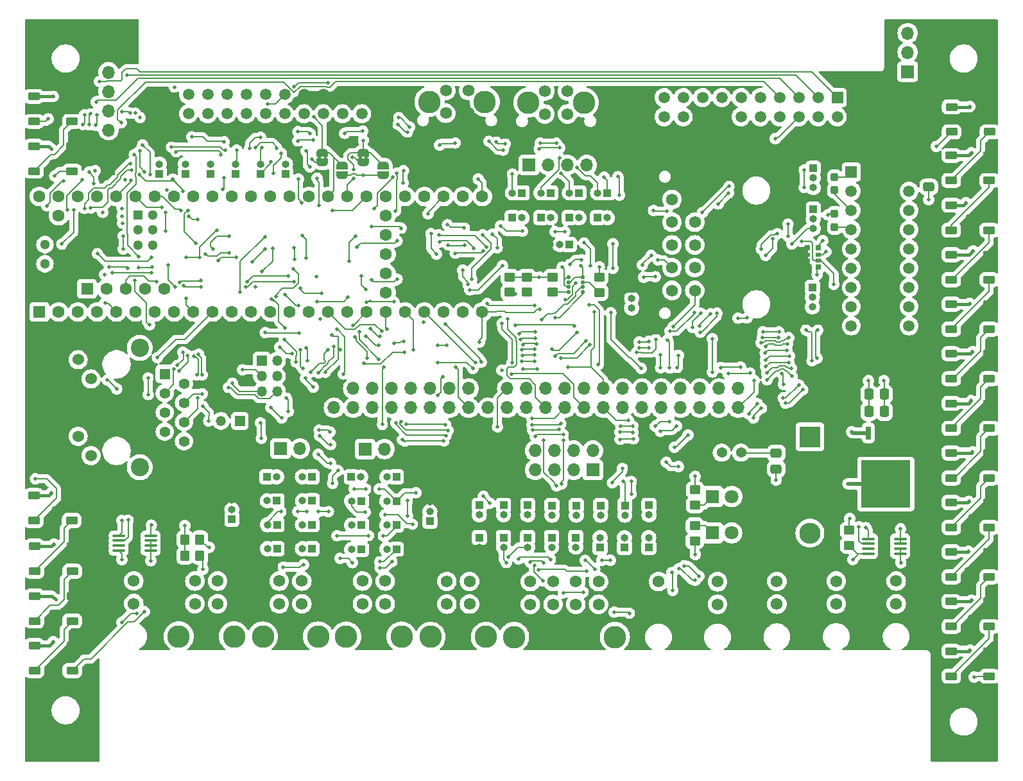
<source format=gbr>
%TF.GenerationSoftware,KiCad,Pcbnew,8.0.3*%
%TF.CreationDate,2025-06-03T03:01:32-07:00*%
%TF.ProjectId,MLU_BreakoutV2,4d4c555f-4272-4656-916b-6f757456322e,rev?*%
%TF.SameCoordinates,Original*%
%TF.FileFunction,Copper,L1,Top*%
%TF.FilePolarity,Positive*%
%FSLAX46Y46*%
G04 Gerber Fmt 4.6, Leading zero omitted, Abs format (unit mm)*
G04 Created by KiCad (PCBNEW 8.0.3) date 2025-06-03 03:01:32*
%MOMM*%
%LPD*%
G01*
G04 APERTURE LIST*
G04 Aperture macros list*
%AMRoundRect*
0 Rectangle with rounded corners*
0 $1 Rounding radius*
0 $2 $3 $4 $5 $6 $7 $8 $9 X,Y pos of 4 corners*
0 Add a 4 corners polygon primitive as box body*
4,1,4,$2,$3,$4,$5,$6,$7,$8,$9,$2,$3,0*
0 Add four circle primitives for the rounded corners*
1,1,$1+$1,$2,$3*
1,1,$1+$1,$4,$5*
1,1,$1+$1,$6,$7*
1,1,$1+$1,$8,$9*
0 Add four rect primitives between the rounded corners*
20,1,$1+$1,$2,$3,$4,$5,0*
20,1,$1+$1,$4,$5,$6,$7,0*
20,1,$1+$1,$6,$7,$8,$9,0*
20,1,$1+$1,$8,$9,$2,$3,0*%
%AMFreePoly0*
4,1,19,0.500000,-0.750000,0.000000,-0.750000,0.000000,-0.744911,-0.071157,-0.744911,-0.207708,-0.704816,-0.327430,-0.627875,-0.420627,-0.520320,-0.479746,-0.390866,-0.500000,-0.250000,-0.500000,0.250000,-0.479746,0.390866,-0.420627,0.520320,-0.327430,0.627875,-0.207708,0.704816,-0.071157,0.744911,0.000000,0.744911,0.000000,0.750000,0.500000,0.750000,0.500000,-0.750000,0.500000,-0.750000,
$1*%
%AMFreePoly1*
4,1,19,0.000000,0.744911,0.071157,0.744911,0.207708,0.704816,0.327430,0.627875,0.420627,0.520320,0.479746,0.390866,0.500000,0.250000,0.500000,-0.250000,0.479746,-0.390866,0.420627,-0.520320,0.327430,-0.627875,0.207708,-0.704816,0.071157,-0.744911,0.000000,-0.744911,0.000000,-0.750000,-0.500000,-0.750000,-0.500000,0.750000,0.000000,0.750000,0.000000,0.744911,0.000000,0.744911,
$1*%
G04 Aperture macros list end*
%TA.AperFunction,EtchedComponent*%
%ADD10C,0.000000*%
%TD*%
%TA.AperFunction,SMDPad,CuDef*%
%ADD11RoundRect,0.250000X0.450000X-0.350000X0.450000X0.350000X-0.450000X0.350000X-0.450000X-0.350000X0*%
%TD*%
%TA.AperFunction,SMDPad,CuDef*%
%ADD12RoundRect,0.100000X-0.712500X-0.100000X0.712500X-0.100000X0.712500X0.100000X-0.712500X0.100000X0*%
%TD*%
%TA.AperFunction,ComponentPad*%
%ADD13C,1.574800*%
%TD*%
%TA.AperFunction,ComponentPad*%
%ADD14C,2.971800*%
%TD*%
%TA.AperFunction,ComponentPad*%
%ADD15R,1.000000X1.000000*%
%TD*%
%TA.AperFunction,ComponentPad*%
%ADD16O,1.000000X1.000000*%
%TD*%
%TA.AperFunction,SMDPad,CuDef*%
%ADD17RoundRect,0.250000X-0.550000X-0.250000X0.550000X-0.250000X0.550000X0.250000X-0.550000X0.250000X0*%
%TD*%
%TA.AperFunction,ComponentPad*%
%ADD18R,1.508000X1.508000*%
%TD*%
%TA.AperFunction,ComponentPad*%
%ADD19C,1.508000*%
%TD*%
%TA.AperFunction,ComponentPad*%
%ADD20R,1.700000X1.700000*%
%TD*%
%TA.AperFunction,ComponentPad*%
%ADD21O,1.700000X1.700000*%
%TD*%
%TA.AperFunction,ComponentPad*%
%ADD22R,1.320800X1.320800*%
%TD*%
%TA.AperFunction,ComponentPad*%
%ADD23C,1.320800*%
%TD*%
%TA.AperFunction,SMDPad,CuDef*%
%ADD24RoundRect,0.237500X-0.237500X0.300000X-0.237500X-0.300000X0.237500X-0.300000X0.237500X0.300000X0*%
%TD*%
%TA.AperFunction,ComponentPad*%
%ADD25R,2.800000X2.800000*%
%TD*%
%TA.AperFunction,ComponentPad*%
%ADD26O,2.800000X2.800000*%
%TD*%
%TA.AperFunction,SMDPad,CuDef*%
%ADD27RoundRect,0.250000X-0.475000X0.337500X-0.475000X-0.337500X0.475000X-0.337500X0.475000X0.337500X0*%
%TD*%
%TA.AperFunction,ComponentPad*%
%ADD28R,1.800000X1.800000*%
%TD*%
%TA.AperFunction,ComponentPad*%
%ADD29C,1.800000*%
%TD*%
%TA.AperFunction,SMDPad,CuDef*%
%ADD30RoundRect,0.250000X-0.450000X0.350000X-0.450000X-0.350000X0.450000X-0.350000X0.450000X0.350000X0*%
%TD*%
%TA.AperFunction,SMDPad,CuDef*%
%ADD31RoundRect,0.250000X0.350000X0.450000X-0.350000X0.450000X-0.350000X-0.450000X0.350000X-0.450000X0*%
%TD*%
%TA.AperFunction,SMDPad,CuDef*%
%ADD32RoundRect,0.056250X-0.188750X-0.168750X0.188750X-0.168750X0.188750X0.168750X-0.188750X0.168750X0*%
%TD*%
%TA.AperFunction,ComponentPad*%
%ADD33R,1.498600X1.498600*%
%TD*%
%TA.AperFunction,ComponentPad*%
%ADD34C,1.498600*%
%TD*%
%TA.AperFunction,ComponentPad*%
%ADD35R,1.600000X1.600000*%
%TD*%
%TA.AperFunction,ComponentPad*%
%ADD36C,1.600000*%
%TD*%
%TA.AperFunction,ComponentPad*%
%ADD37R,1.300000X1.300000*%
%TD*%
%TA.AperFunction,ComponentPad*%
%ADD38C,1.300000*%
%TD*%
%TA.AperFunction,ComponentPad*%
%ADD39R,1.371600X1.371600*%
%TD*%
%TA.AperFunction,ComponentPad*%
%ADD40C,1.371600*%
%TD*%
%TA.AperFunction,SMDPad,CuDef*%
%ADD41RoundRect,0.250000X-0.337500X-0.475000X0.337500X-0.475000X0.337500X0.475000X-0.337500X0.475000X0*%
%TD*%
%TA.AperFunction,SMDPad,CuDef*%
%ADD42R,0.700000X0.640000*%
%TD*%
%TA.AperFunction,SMDPad,CuDef*%
%ADD43R,0.700000X0.500000*%
%TD*%
%TA.AperFunction,SMDPad,CuDef*%
%ADD44FreePoly0,90.000000*%
%TD*%
%TA.AperFunction,SMDPad,CuDef*%
%ADD45FreePoly1,90.000000*%
%TD*%
%TA.AperFunction,ComponentPad*%
%ADD46R,1.400000X1.400000*%
%TD*%
%TA.AperFunction,ComponentPad*%
%ADD47C,1.400000*%
%TD*%
%TA.AperFunction,ComponentPad*%
%ADD48C,1.530000*%
%TD*%
%TA.AperFunction,ComponentPad*%
%ADD49C,2.400000*%
%TD*%
%TA.AperFunction,SMDPad,CuDef*%
%ADD50FreePoly0,270.000000*%
%TD*%
%TA.AperFunction,SMDPad,CuDef*%
%ADD51FreePoly1,270.000000*%
%TD*%
%TA.AperFunction,SMDPad,CuDef*%
%ADD52R,0.711200X1.701800*%
%TD*%
%TA.AperFunction,SMDPad,CuDef*%
%ADD53R,6.553200X6.223000*%
%TD*%
%TA.AperFunction,ComponentPad*%
%ADD54R,1.350000X1.350000*%
%TD*%
%TA.AperFunction,ComponentPad*%
%ADD55O,1.350000X1.350000*%
%TD*%
%TA.AperFunction,ViaPad*%
%ADD56C,0.500000*%
%TD*%
%TA.AperFunction,Conductor*%
%ADD57C,0.200000*%
%TD*%
%TA.AperFunction,Conductor*%
%ADD58C,0.400000*%
%TD*%
%TA.AperFunction,Conductor*%
%ADD59C,0.500000*%
%TD*%
G04 APERTURE END LIST*
D10*
%TA.AperFunction,EtchedComponent*%
%TO.C,JP5*%
G36*
X165357200Y-70267400D02*
G01*
X164957200Y-70267400D01*
X164957200Y-69767400D01*
X165357200Y-69767400D01*
X165357200Y-70267400D01*
G37*
%TD.AperFunction*%
%TA.AperFunction,EtchedComponent*%
G36*
X166157200Y-70267400D02*
G01*
X165757200Y-70267400D01*
X165757200Y-69767400D01*
X166157200Y-69767400D01*
X166157200Y-70267400D01*
G37*
%TD.AperFunction*%
%TA.AperFunction,EtchedComponent*%
%TO.C,JP6*%
G36*
X170742000Y-70242000D02*
G01*
X170342000Y-70242000D01*
X170342000Y-69742000D01*
X170742000Y-69742000D01*
X170742000Y-70242000D01*
G37*
%TD.AperFunction*%
%TA.AperFunction,EtchedComponent*%
G36*
X171542000Y-70242000D02*
G01*
X171142000Y-70242000D01*
X171142000Y-69742000D01*
X171542000Y-69742000D01*
X171542000Y-70242000D01*
G37*
%TD.AperFunction*%
%TD*%
D11*
%TO.P,R6,1*%
%TO.N,Net-(D2-K)*%
X214706200Y-115858800D03*
%TO.P,R6,2*%
%TO.N,GND*%
X214706200Y-113858800D03*
%TD*%
D12*
%TO.P,U2,1,SDA*%
%TO.N,I2C1_SDA*%
X138679700Y-119903600D03*
%TO.P,U2,2,SCL*%
%TO.N,I2C1_SCL*%
X138679700Y-120553600D03*
%TO.P,U2,3,Alert*%
%TO.N,unconnected-(U2-Alert-Pad3)*%
X138679700Y-121203600D03*
%TO.P,U2,4,GND*%
%TO.N,GND*%
X138679700Y-121853600D03*
%TO.P,U2,5,A2*%
X142904700Y-121853600D03*
%TO.P,U2,6,A1*%
X142904700Y-121203600D03*
%TO.P,U2,7,A0*%
X142904700Y-120553600D03*
%TO.P,U2,8,V_{DD}*%
%TO.N,+3.3V*%
X142904700Y-119903600D03*
%TD*%
D13*
%TO.P,J4,1,1*%
%TO.N,toNEO_CTRL_EXTs*%
X181834650Y-61157800D03*
%TO.P,J4,2,2*%
%TO.N,GND*%
X184834649Y-61157800D03*
%TO.P,J4,3,3*%
%TO.N,outNEO_CTRL_EXTs*%
X181834650Y-64157799D03*
%TO.P,J4,4,4*%
%TO.N,+5V*%
X184834649Y-64157799D03*
D14*
%TO.P,J4,5*%
%TO.N,N/C*%
X186984650Y-62657800D03*
%TO.P,J4,6*%
X179684649Y-62657800D03*
%TD*%
D15*
%TO.P,JP22,1,A*%
%TO.N,Net-(J14-Pin_1)*%
X158235600Y-112120200D03*
D16*
%TO.P,JP22,2,B*%
%TO.N,Net-(JP22-B)*%
X159505600Y-112120200D03*
%TD*%
D15*
%TO.P,JP16,1,A*%
%TO.N,D{slash}A20*%
X175310800Y-121671000D03*
D16*
%TO.P,JP16,2,B*%
%TO.N,Net-(JP13-B)*%
X174040800Y-121671000D03*
%TD*%
D15*
%TO.P,JP39,1,A*%
%TO.N,Net-(JP28-B)*%
X198997400Y-120136600D03*
D16*
%TO.P,JP39,2,B*%
%TO.N,Host_D+*%
X198997400Y-121406600D03*
%TD*%
D15*
%TO.P,JP26,1,A*%
%TO.N,Net-(J27-Pin_6)*%
X192648200Y-115894800D03*
D16*
%TO.P,JP26,2,B*%
%TO.N,Net-(JP26-B)*%
X192648200Y-117164800D03*
%TD*%
D15*
%TO.P,JP25,1,A*%
%TO.N,Net-(J27-Pin_7)*%
X189448200Y-115894800D03*
D16*
%TO.P,JP25,2,B*%
%TO.N,Net-(JP25-B)*%
X189448200Y-117164800D03*
%TD*%
D15*
%TO.P,JP46,1,A*%
%TO.N,Net-(JP42-B)*%
X194386200Y-77952600D03*
D16*
%TO.P,JP46,2,B*%
%TO.N,GND*%
X195656200Y-77952600D03*
%TD*%
D17*
%TO.P,LED14,1,VSS*%
%TO.N,GND*%
X248510000Y-108976276D03*
%TO.P,LED14,2,DIN*%
%TO.N,Net-(LED13-DOUT)*%
X248510000Y-112276276D03*
%TO.P,LED14,3,VDD*%
%TO.N,+5V*%
X253510000Y-108976276D03*
%TO.P,LED14,4,DOUT*%
%TO.N,Net-(LED14-DOUT)*%
X253510000Y-112276276D03*
%TD*%
%TO.P,LED13,1,VSS*%
%TO.N,GND*%
X248510000Y-102438095D03*
%TO.P,LED13,2,DIN*%
%TO.N,NEO_PASS3*%
X248510000Y-105738095D03*
%TO.P,LED13,3,VDD*%
%TO.N,+5V*%
X253510000Y-102438095D03*
%TO.P,LED13,4,DOUT*%
%TO.N,Net-(LED13-DOUT)*%
X253510000Y-105738095D03*
%TD*%
%TO.P,LED1,1,VSS*%
%TO.N,GND*%
X127508000Y-61953800D03*
%TO.P,LED1,2,DIN*%
%TO.N,toNEO_CTRL_MLU*%
X127508000Y-65253800D03*
%TO.P,LED1,3,VDD*%
%TO.N,+5V*%
X132508000Y-61953800D03*
%TO.P,LED1,4,DOUT*%
%TO.N,Net-(LED1-DOUT)*%
X132508000Y-65253800D03*
%TD*%
D18*
%TO.P,J7,1,1*%
%TO.N,PWM0*%
X233480000Y-62090000D03*
D19*
%TO.P,J7,2,2*%
%TO.N,I2C1_SCL*%
X233480000Y-64630000D03*
%TO.P,J7,3,3*%
%TO.N,PWM1*%
X230940000Y-62090000D03*
%TO.P,J7,4,4*%
%TO.N,I2C1_SDA*%
X230940000Y-64630000D03*
%TO.P,J7,5,5*%
%TO.N,PWM2*%
X228400000Y-62090000D03*
%TO.P,J7,6,6*%
%TO.N,toNEO_CTRL_ESCs*%
X228400000Y-64630000D03*
%TO.P,J7,7,7*%
%TO.N,PWM3*%
X225860000Y-62090000D03*
%TO.P,J7,8,8*%
%TO.N,outNEO_CTRL_ESCs*%
X225860000Y-64630000D03*
%TO.P,J7,9,9*%
%TO.N,PWM4*%
X223320000Y-62090000D03*
%TO.P,J7,10,10*%
%TO.N,unconnected-(J7-Pad10)*%
X223320000Y-64630000D03*
%TO.P,J7,11,11*%
%TO.N,PWM5*%
X220780000Y-62090000D03*
%TO.P,J7,12,12*%
%TO.N,GND*%
X220780000Y-64630000D03*
%TO.P,J7,13,13*%
%TO.N,PWM6*%
X218240000Y-62090000D03*
%TO.P,J7,14,14*%
%TO.N,+5V*%
X218240000Y-64630000D03*
%TO.P,J7,15,15*%
%TO.N,PWM7*%
X215700000Y-62090000D03*
%TO.P,J7,16,16*%
%TO.N,+5V*%
X215700000Y-64630000D03*
%TO.P,J7,17,17*%
%TO.N,unconnected-(J7-Pad17)*%
X213160000Y-62090000D03*
%TO.P,J7,18,18*%
%TO.N,+3.3V*%
X213160000Y-64630000D03*
%TO.P,J7,19,19*%
%TO.N,unconnected-(J7-Pad19)*%
X210620000Y-62090000D03*
%TO.P,J7,20,20*%
%TO.N,GND*%
X210620000Y-64630000D03*
%TD*%
D15*
%TO.P,JP31,1,A*%
%TO.N,Net-(J27-Pin_1)*%
X208648200Y-115894800D03*
D16*
%TO.P,JP31,2,B*%
%TO.N,Net-(JP31-B)*%
X208648200Y-117164800D03*
%TD*%
D20*
%TO.P,J3,1,Pin_1*%
%TO.N,GND*%
X242773200Y-58674000D03*
D21*
%TO.P,J3,2,Pin_2*%
%TO.N,+3.3V*%
X242773200Y-56134000D03*
%TO.P,J3,3,Pin_3*%
%TO.N,xDleak*%
X242773200Y-53594000D03*
%TD*%
D22*
%TO.P,C2,1*%
%TO.N,ETH_GND*%
X154671400Y-104749600D03*
D23*
%TO.P,C2,2*%
%TO.N,Net-(C2-Pad2)*%
X152171400Y-104749600D03*
%TD*%
D13*
%TO.P,J19,1,1*%
%TO.N,Net-(JP13-B)*%
X173844550Y-128885700D03*
%TO.P,J19,2,2*%
%TO.N,GND*%
X170844551Y-128885700D03*
%TO.P,J19,3,3*%
%TO.N,Net-(JP11-A)*%
X173844550Y-125885701D03*
%TO.P,J19,4,4*%
%TO.N,Net-(JP17-C)*%
X170844551Y-125885701D03*
D14*
%TO.P,J19,5*%
%TO.N,N/C*%
X168694550Y-133205702D03*
%TO.P,J19,6*%
X175994551Y-133205702D03*
%TD*%
D17*
%TO.P,LED18,1,VSS*%
%TO.N,GND*%
X248510000Y-135129000D03*
%TO.P,LED18,2,DIN*%
%TO.N,Net-(LED17-DOUT)*%
X248510000Y-138429000D03*
%TO.P,LED18,3,VDD*%
%TO.N,+5V*%
X253510000Y-135129000D03*
%TO.P,LED18,4,DOUT*%
%TO.N,Net-(LED18-DOUT)*%
X253510000Y-138429000D03*
%TD*%
D13*
%TO.P,J17,1,1*%
%TO.N,I2C1_SDA*%
X184970000Y-128919998D03*
%TO.P,J17,2,2*%
%TO.N,GND*%
X181970001Y-128919998D03*
%TO.P,J17,3,3*%
%TO.N,I2C1_SCL*%
X184970000Y-125919999D03*
%TO.P,J17,4,4*%
%TO.N,+3.3V*%
X181970001Y-125919999D03*
D14*
%TO.P,J17,5*%
%TO.N,N/C*%
X179820000Y-133240000D03*
%TO.P,J17,6*%
X187120001Y-133240000D03*
%TD*%
D24*
%TO.P,C4,1*%
%TO.N,Net-(JP8-C)*%
X233121200Y-72598200D03*
%TO.P,C4,2*%
%TO.N,GND*%
X233121200Y-74323200D03*
%TD*%
D18*
%TO.P,J13,1,1*%
%TO.N,+5V*%
X170738800Y-61696600D03*
D19*
%TO.P,J13,2,2*%
%TO.N,I2C1_SCL*%
X170738800Y-64236600D03*
%TO.P,J13,3,3*%
%TO.N,+5V*%
X168198800Y-61696600D03*
%TO.P,J13,4,4*%
%TO.N,I2C1_SDA*%
X168198800Y-64236600D03*
%TO.P,J13,5,5*%
%TO.N,+5V*%
X165658800Y-61696600D03*
%TO.P,J13,6,6*%
%TO.N,Dswitch2*%
X165658800Y-64236600D03*
%TO.P,J13,7,7*%
%TO.N,+5V*%
X163118800Y-61696600D03*
%TO.P,J13,8,8*%
%TO.N,Net-(JP5-A)*%
X163118800Y-64236600D03*
%TO.P,J13,9,9*%
%TO.N,Net-(JP49-B)*%
X160578800Y-61696600D03*
%TO.P,J13,10,10*%
%TO.N,Net-(JP6-A)*%
X160578800Y-64236600D03*
%TO.P,J13,11,11*%
%TO.N,Net-(JP41-B)*%
X158038800Y-61696600D03*
%TO.P,J13,12,12*%
%TO.N,Net-(JP50-B)*%
X158038800Y-64236600D03*
%TO.P,J13,13,13*%
%TO.N,GND*%
X155498800Y-61696600D03*
%TO.P,J13,14,14*%
%TO.N,Net-(JP51-B)*%
X155498800Y-64236600D03*
%TO.P,J13,15,15*%
%TO.N,GND*%
X152958800Y-61696600D03*
%TO.P,J13,16,16*%
%TO.N,Net-(JP52-B)*%
X152958800Y-64236600D03*
%TO.P,J13,17,17*%
%TO.N,GND*%
X150418800Y-61696600D03*
%TO.P,J13,18,18*%
%TO.N,Net-(JP53-B)*%
X150418800Y-64236600D03*
%TO.P,J13,19,19*%
%TO.N,GND*%
X147878800Y-61696600D03*
%TO.P,J13,20,20*%
%TO.N,toNEO_CTRL_Orin*%
X147878800Y-64236600D03*
%TD*%
D15*
%TO.P,JP42,1,A*%
%TO.N,Net-(J28-Pin_3)*%
X195656200Y-74676000D03*
D16*
%TO.P,JP42,2,B*%
%TO.N,Net-(JP42-B)*%
X194386200Y-74676000D03*
%TD*%
D25*
%TO.P,D1,1,K*%
%TO.N,Teensy_5V*%
X229870000Y-106857800D03*
D26*
%TO.P,D1,2,A*%
%TO.N,Net-(D1-A)*%
X229870000Y-119557800D03*
%TD*%
D17*
%TO.P,LED15,1,VSS*%
%TO.N,GND*%
X248510000Y-115514457D03*
%TO.P,LED15,2,DIN*%
%TO.N,Net-(LED14-DOUT)*%
X248510000Y-118814457D03*
%TO.P,LED15,3,VDD*%
%TO.N,+5V*%
X253510000Y-115514457D03*
%TO.P,LED15,4,DOUT*%
%TO.N,Net-(LED15-DOUT)*%
X253510000Y-118814457D03*
%TD*%
D15*
%TO.P,JP60,1,A*%
%TO.N,Net-(JP11-A)*%
X170672600Y-121721000D03*
D16*
%TO.P,JP60,2,B*%
%TO.N,D{slash}A21*%
X169402600Y-121721000D03*
%TD*%
D17*
%TO.P,LED4,1,VSS*%
%TO.N,GND*%
X127560000Y-121292400D03*
%TO.P,LED4,2,DIN*%
%TO.N,Net-(LED3-DOUT)*%
X127560000Y-124592400D03*
%TO.P,LED4,3,VDD*%
%TO.N,+5V*%
X132560000Y-121292400D03*
%TO.P,LED4,4,DOUT*%
%TO.N,NEO_PASS1*%
X132560000Y-124592400D03*
%TD*%
D27*
%TO.P,C3,1*%
%TO.N,+5V*%
X245541800Y-71809700D03*
%TO.P,C3,2*%
%TO.N,GND*%
X245541800Y-73884700D03*
%TD*%
D17*
%TO.P,LED5,1,VSS*%
%TO.N,GND*%
X127560000Y-127842400D03*
%TO.P,LED5,2,DIN*%
%TO.N,NEO_PASS1*%
X127560000Y-131142400D03*
%TO.P,LED5,3,VDD*%
%TO.N,+5V*%
X132560000Y-127842400D03*
%TO.P,LED5,4,DOUT*%
%TO.N,Net-(LED5-DOUT)*%
X132560000Y-131142400D03*
%TD*%
D13*
%TO.P,J22,1,1*%
%TO.N,Dled1*%
X233349200Y-128890700D03*
%TO.P,J22,2,2*%
%TO.N,GND*%
X233349200Y-125890701D03*
%TD*%
D28*
%TO.P,D2,1,K*%
%TO.N,Net-(D2-K)*%
X217033000Y-114726800D03*
D29*
%TO.P,D2,2,A*%
%TO.N,Net-(D2-A)*%
X219573000Y-114726800D03*
%TD*%
D15*
%TO.P,JP32,1,A*%
%TO.N,UART_RX3*%
X205397400Y-121431600D03*
D16*
%TO.P,JP32,2,B*%
%TO.N,Net-(JP30-B)*%
X205397400Y-120161600D03*
%TD*%
D15*
%TO.P,JP34,1,A*%
%TO.N,Net-(JP3-B)*%
X186248200Y-120136600D03*
D16*
%TO.P,JP34,2,B*%
%TO.N,+5V*%
X186248200Y-121406600D03*
%TD*%
D20*
%TO.P,J8,1,Pin_1*%
%TO.N,+5V*%
X167081200Y-100482400D03*
D21*
%TO.P,J8,2,Pin_2*%
%TO.N,GND*%
X167081200Y-103022400D03*
%TO.P,J8,3,Pin_3*%
%TO.N,+3.3V*%
X169621200Y-100482400D03*
%TO.P,J8,4,Pin_4*%
%TO.N,GND*%
X169621200Y-103022400D03*
%TO.P,J8,5,Pin_5*%
%TO.N,I2C1_SDA*%
X172161200Y-100482400D03*
%TO.P,J8,6,Pin_6*%
%TO.N,I2C2_SDA*%
X172161200Y-103022400D03*
%TO.P,J8,7,Pin_7*%
%TO.N,I2C1_SCL*%
X174701200Y-100482400D03*
%TO.P,J8,8,Pin_8*%
%TO.N,I2C2_SCL*%
X174701200Y-103022400D03*
%TO.P,J8,9,Pin_9*%
%TO.N,D{slash}A20*%
X177241200Y-100482400D03*
%TO.P,J8,10,Pin_10*%
%TO.N,D{slash}A14*%
X177241200Y-103022400D03*
%TO.P,J8,11,Pin_11*%
%TO.N,D{slash}A21*%
X179781200Y-100482400D03*
%TO.P,J8,12,Pin_12*%
%TO.N,DISP_LED*%
X179781200Y-103022400D03*
%TO.P,J8,13,Pin_13*%
%TO.N,D{slash}A22*%
X182321200Y-100482400D03*
%TO.P,J8,14,Pin_14*%
%TO.N,xD0*%
X182321200Y-103022400D03*
%TO.P,J8,15,Pin_15*%
%TO.N,D{slash}A23*%
X184861200Y-100482400D03*
%TO.P,J8,16,Pin_16*%
%TO.N,xD1*%
X184861200Y-103022400D03*
%TO.P,J8,17,Pin_17*%
%TO.N,+5V*%
X187401200Y-100482400D03*
%TO.P,J8,18,Pin_18*%
%TO.N,GND*%
X187401200Y-103022400D03*
%TO.P,J8,19,Pin_19*%
%TO.N,+3.3V*%
X189941200Y-100482400D03*
%TO.P,J8,20,Pin_20*%
%TO.N,GND*%
X189941200Y-103022400D03*
%TO.P,J8,21,Pin_21*%
%TO.N,Host_D-*%
X192481200Y-100482400D03*
%TO.P,J8,22,Pin_22*%
%TO.N,UART_TX1*%
X192481200Y-103022400D03*
%TO.P,J8,23,Pin_23*%
%TO.N,Host_D+*%
X195021200Y-100482400D03*
%TO.P,J8,24,Pin_24*%
%TO.N,UART_RX1*%
X195021200Y-103022400D03*
%TO.P,J8,25,Pin_25*%
%TO.N,Device_D-*%
X197561200Y-100482400D03*
%TO.P,J8,26,Pin_26*%
%TO.N,UART_RX2*%
X197561200Y-103022400D03*
%TO.P,J8,27,Pin_27*%
%TO.N,Device_D+*%
X200101200Y-100482400D03*
%TO.P,J8,28,Pin_28*%
%TO.N,UART_TX2*%
X200101200Y-103022400D03*
%TO.P,J8,29,Pin_29*%
%TO.N,toNEO_CTRL_ESCs*%
X202641200Y-100482400D03*
%TO.P,J8,30,Pin_30*%
%TO.N,UART_RX3*%
X202641200Y-103022400D03*
%TO.P,J8,31,Pin_31*%
%TO.N,outNEO_CTRL_ESCs*%
X205181200Y-100482400D03*
%TO.P,J8,32,Pin_32*%
%TO.N,UART_TX3*%
X205181200Y-103022400D03*
%TO.P,J8,33,Pin_33*%
%TO.N,toNEO_CTRL_EXTs*%
X207721200Y-100482400D03*
%TO.P,J8,34,Pin_34*%
%TO.N,GND*%
X207721200Y-103022400D03*
%TO.P,J8,35,Pin_35*%
%TO.N,outNEO_CTRL_EXTs*%
X210261200Y-100482400D03*
%TO.P,J8,36,Pin_36*%
%TO.N,xD2*%
X210261200Y-103022400D03*
%TO.P,J8,37,Pin_37*%
%TO.N,toNEO_CTRL_MLU*%
X212801200Y-100482400D03*
%TO.P,J8,38,Pin_38*%
%TO.N,xD3*%
X212801200Y-103022400D03*
%TO.P,J8,39,Pin_39*%
%TO.N,outNEO_CTRL_MLU*%
X215341200Y-100482400D03*
%TO.P,J8,40,Pin_40*%
%TO.N,xD4*%
X215341200Y-103022400D03*
%TO.P,J8,41,Pin_41*%
%TO.N,toNEO_CTRL_Orin*%
X217881200Y-100482400D03*
%TO.P,J8,42,Pin_42*%
%TO.N,xD5*%
X217881200Y-103022400D03*
%TO.P,J8,43,Pin_43*%
%TO.N,GND*%
X220421200Y-100482400D03*
%TO.P,J8,44,Pin_44*%
%TO.N,xD6*%
X220421200Y-103022400D03*
%TD*%
D15*
%TO.P,JP38,1,A*%
%TO.N,GND*%
X208597400Y-121436600D03*
D16*
%TO.P,JP38,2,B*%
%TO.N,Net-(JP31-B)*%
X208597400Y-120166600D03*
%TD*%
D13*
%TO.P,J26,1,1*%
%TO.N,Net-(JP3-B)*%
X201990000Y-128950000D03*
%TO.P,J26,2,2*%
%TO.N,Net-(JP25-B)*%
X198990001Y-128950000D03*
%TO.P,J26,3,3*%
%TO.N,Net-(JP26-B)*%
X195990002Y-128950000D03*
%TO.P,J26,4,4*%
%TO.N,Net-(JP27-B)*%
X192990003Y-128950000D03*
%TO.P,J26,5,5*%
%TO.N,Net-(JP28-B)*%
X201990000Y-125950001D03*
%TO.P,J26,6,6*%
%TO.N,Net-(JP29-B)*%
X198990001Y-125950001D03*
%TO.P,J26,7,7*%
%TO.N,Net-(JP30-B)*%
X195990002Y-125950001D03*
%TO.P,J26,8,8*%
%TO.N,Net-(JP31-B)*%
X192990003Y-125950001D03*
D14*
%TO.P,J26,9*%
%TO.N,N/C*%
X190840002Y-133270002D03*
%TO.P,J26,10*%
X204140001Y-133270002D03*
%TD*%
D15*
%TO.P,JP41,1,A*%
%TO.N,Device_D+*%
X160680400Y-72136000D03*
D16*
%TO.P,JP41,2,B*%
%TO.N,Net-(JP41-B)*%
X160680400Y-70866000D03*
%TD*%
D13*
%TO.P,J20,1,1*%
%TO.N,Lumen_PWM*%
X140666600Y-128855300D03*
%TO.P,J20,2,2*%
%TO.N,GND*%
X140666600Y-125855301D03*
%TD*%
D30*
%TO.P,R5,1*%
%TO.N,+3.3V*%
X192506600Y-85775800D03*
%TO.P,R5,2*%
%TO.N,I2C1_SCL*%
X192506600Y-87775800D03*
%TD*%
D15*
%TO.P,JP40,1,A*%
%TO.N,+5V*%
X206349600Y-87325200D03*
D16*
%TO.P,JP40,2,C*%
%TO.N,Net-(JP40-C)*%
X206349600Y-88595200D03*
%TO.P,JP40,3,B*%
%TO.N,DISP_LED*%
X206349600Y-89865200D03*
%TD*%
D15*
%TO.P,JP48,1,A*%
%TO.N,Net-(JP44-B)*%
X201853800Y-77952600D03*
D16*
%TO.P,JP48,2,B*%
%TO.N,Net-(JP2-C)*%
X203123800Y-77952600D03*
%TD*%
D31*
%TO.P,R9,1*%
%TO.N,UART_RX2*%
X149396200Y-122550800D03*
%TO.P,R9,2*%
%TO.N,+3.3V*%
X147396200Y-122550800D03*
%TD*%
%TO.P,R8,1*%
%TO.N,UART_TX2*%
X149396200Y-120391800D03*
%TO.P,R8,2*%
%TO.N,+3.3V*%
X147396200Y-120391800D03*
%TD*%
D17*
%TO.P,LED10,1,VSS*%
%TO.N,GND*%
X248510000Y-82823552D03*
%TO.P,LED10,2,DIN*%
%TO.N,Net-(LED10-DIN)*%
X248510000Y-86123552D03*
%TO.P,LED10,3,VDD*%
%TO.N,+5V*%
X253510000Y-82823552D03*
%TO.P,LED10,4,DOUT*%
%TO.N,Net-(LED10-DOUT)*%
X253510000Y-86123552D03*
%TD*%
D15*
%TO.P,JP30,1,A*%
%TO.N,Net-(J27-Pin_2)*%
X205448200Y-115914800D03*
D16*
%TO.P,JP30,2,B*%
%TO.N,Net-(JP30-B)*%
X205448200Y-117184800D03*
%TD*%
D17*
%TO.P,LED7,1,VSS*%
%TO.N,GND*%
X248564400Y-63322200D03*
%TO.P,LED7,2,DIN*%
%TO.N,Net-(LED6-DOUT)*%
X248564400Y-66622200D03*
%TO.P,LED7,3,VDD*%
%TO.N,+5V*%
X253564400Y-63322200D03*
%TO.P,LED7,4,DOUT*%
%TO.N,Net-(LED7-DOUT)*%
X253564400Y-66622200D03*
%TD*%
%TO.P,LED17,1,VSS*%
%TO.N,GND*%
X248510000Y-128590819D03*
%TO.P,LED17,2,DIN*%
%TO.N,NEO_PASS4*%
X248510000Y-131890819D03*
%TO.P,LED17,3,VDD*%
%TO.N,+5V*%
X253510000Y-128590819D03*
%TO.P,LED17,4,DOUT*%
%TO.N,Net-(LED17-DOUT)*%
X253510000Y-131890819D03*
%TD*%
D32*
%TO.P,U4,1,GND*%
%TO.N,GND*%
X199942300Y-85791400D03*
%TO.P,U4,2,CSB*%
%TO.N,Net-(U4-CSB)*%
X199942300Y-86441400D03*
%TO.P,U4,3,SDI*%
%TO.N,I2C1_SDA*%
X199942300Y-87091400D03*
%TO.P,U4,4,SCK*%
%TO.N,I2C1_SCL*%
X199942300Y-87741400D03*
%TO.P,U4,5,SDO*%
%TO.N,Net-(U4-SDO)*%
X198002300Y-87741400D03*
%TO.P,U4,6,VDDIO*%
%TO.N,+3.3V*%
X198002300Y-87091400D03*
%TO.P,U4,7,GND*%
%TO.N,GND*%
X198002300Y-86441400D03*
%TO.P,U4,8,VDD*%
%TO.N,+3.3V*%
X198002300Y-85791400D03*
%TD*%
D13*
%TO.P,J23,1,1*%
%TO.N,Dled2*%
X241249200Y-128880700D03*
%TO.P,J23,2,2*%
%TO.N,GND*%
X241249200Y-125880701D03*
%TD*%
%TO.P,J21,1,1*%
%TO.N,Dswitch1*%
X225511400Y-128921199D03*
%TO.P,J21,2,2*%
%TO.N,+3.3V*%
X225511400Y-125921200D03*
%TD*%
D15*
%TO.P,JP19,1,A*%
%TO.N,D{slash}A20*%
X164200600Y-121615200D03*
D16*
%TO.P,JP19,2,B*%
%TO.N,Net-(JP18-B)*%
X162930600Y-121615200D03*
%TD*%
D33*
%TO.P,U7,1,SCL*%
%TO.N,Net-(JP8-C)*%
X235331000Y-71907400D03*
D34*
%TO.P,U7,2,SDA*%
%TO.N,Net-(JP9-C)*%
X235331000Y-74447400D03*
%TO.P,U7,3,A2*%
%TO.N,GND*%
X235331000Y-76987400D03*
%TO.P,U7,4,A1*%
X235331000Y-79527400D03*
%TO.P,U7,5,A0*%
X235331000Y-82067400D03*
%TO.P,U7,6,\u002ARESET*%
%TO.N,Net-(JP10-C)*%
X235331000Y-84607400D03*
%TO.P,U7,7,NC*%
%TO.N,unconnected-(U7-NC-Pad7)*%
X235331000Y-87147400D03*
%TO.P,U7,8,INT*%
%TO.N,GPIOExp_INT*%
X235331000Y-89687400D03*
%TO.P,U7,9,VSS*%
%TO.N,GND*%
X235331000Y-92227400D03*
%TO.P,U7,10,GP0*%
%TO.N,xD0*%
X242951000Y-92227400D03*
%TO.P,U7,11,GP1*%
%TO.N,xD1*%
X242951000Y-89687400D03*
%TO.P,U7,12,GP2*%
%TO.N,xD2*%
X242951000Y-87147400D03*
%TO.P,U7,13,GP3*%
%TO.N,xD3*%
X242951000Y-84607400D03*
%TO.P,U7,14,GP4*%
%TO.N,xD4*%
X242951000Y-82067400D03*
%TO.P,U7,15,GP5*%
%TO.N,xD5*%
X242951000Y-79527400D03*
%TO.P,U7,16,GP6*%
%TO.N,xD6*%
X242951000Y-76987400D03*
%TO.P,U7,17,GP7*%
%TO.N,xDleak*%
X242951000Y-74447400D03*
%TO.P,U7,18,VDD*%
%TO.N,+5V*%
X242951000Y-71907400D03*
%TD*%
D17*
%TO.P,LED16,1,VSS*%
%TO.N,GND*%
X248510000Y-122052638D03*
%TO.P,LED16,2,DIN*%
%TO.N,Net-(LED15-DOUT)*%
X248510000Y-125352638D03*
%TO.P,LED16,3,VDD*%
%TO.N,+5V*%
X253510000Y-122052638D03*
%TO.P,LED16,4,DOUT*%
%TO.N,NEO_PASS4*%
X253510000Y-125352638D03*
%TD*%
D20*
%TO.P,J28,1,Pin_1*%
%TO.N,Net-(J28-Pin_1)*%
X192811400Y-70993000D03*
D21*
%TO.P,J28,2,Pin_2*%
%TO.N,Net-(J28-Pin_2)*%
X195351400Y-70993000D03*
%TO.P,J28,3,Pin_3*%
%TO.N,Net-(J28-Pin_3)*%
X197891400Y-70993000D03*
%TO.P,J28,4,Pin_4*%
%TO.N,Net-(J28-Pin_4)*%
X200431400Y-70993000D03*
%TD*%
D30*
%TO.P,R7,1*%
%TO.N,Net-(D3-K)*%
X214680800Y-118583200D03*
%TO.P,R7,2*%
%TO.N,GND*%
X214680800Y-120583200D03*
%TD*%
D17*
%TO.P,LED8,1,VSS*%
%TO.N,GND*%
X248510000Y-69747190D03*
%TO.P,LED8,2,DIN*%
%TO.N,Net-(LED7-DOUT)*%
X248510000Y-73047190D03*
%TO.P,LED8,3,VDD*%
%TO.N,+5V*%
X253510000Y-69747190D03*
%TO.P,LED8,4,DOUT*%
%TO.N,NEO_PASS2*%
X253510000Y-73047190D03*
%TD*%
D15*
%TO.P,JP33,1,A*%
%TO.N,UART_TX3*%
X202197400Y-121436600D03*
D16*
%TO.P,JP33,2,B*%
%TO.N,Net-(JP29-B)*%
X202197400Y-120166600D03*
%TD*%
D15*
%TO.P,JP27,1,A*%
%TO.N,Net-(J27-Pin_5)*%
X195848200Y-115914800D03*
D16*
%TO.P,JP27,2,B*%
%TO.N,Net-(JP27-B)*%
X195848200Y-117184800D03*
%TD*%
D30*
%TO.P,R2,1*%
%TO.N,+3.3V*%
X202091700Y-85807400D03*
%TO.P,R2,2*%
%TO.N,Net-(U4-CSB)*%
X202091700Y-87807400D03*
%TD*%
D15*
%TO.P,JP67,1,A*%
%TO.N,Net-(J28-Pin_4)*%
X191897000Y-74676000D03*
D16*
%TO.P,JP67,2,B*%
%TO.N,Net-(JP45-A)*%
X190627000Y-74676000D03*
%TD*%
D15*
%TO.P,JP13,1,A*%
%TO.N,Net-(J31-Pin_2)*%
X175310800Y-112146000D03*
D16*
%TO.P,JP13,2,B*%
%TO.N,Net-(JP13-B)*%
X174040800Y-112146000D03*
%TD*%
D13*
%TO.P,J25,1,1*%
%TO.N,Dswitch2*%
X217678000Y-128956900D03*
%TO.P,J25,2,2*%
%TO.N,+3.3V*%
X217678000Y-125956901D03*
%TD*%
D15*
%TO.P,JP53,1,A*%
%TO.N,D{slash}A20*%
X144043400Y-72136000D03*
D16*
%TO.P,JP53,2,B*%
%TO.N,Net-(JP53-B)*%
X144043400Y-70866000D03*
%TD*%
D17*
%TO.P,LED2,1,VSS*%
%TO.N,GND*%
X127508000Y-68503800D03*
%TO.P,LED2,2,DIN*%
%TO.N,Net-(LED1-DOUT)*%
X127508000Y-71803800D03*
%TO.P,LED2,3,VDD*%
%TO.N,+5V*%
X132508000Y-68503800D03*
%TO.P,LED2,4,DOUT*%
%TO.N,Net-(LED2-DOUT)*%
X132508000Y-71803800D03*
%TD*%
D15*
%TO.P,JP47,1,A*%
%TO.N,Net-(JP43-B)*%
X198120000Y-77952600D03*
D16*
%TO.P,JP47,2,B*%
%TO.N,I2C1_SCL*%
X199390000Y-77952600D03*
%TD*%
D15*
%TO.P,JP11,1,A*%
%TO.N,Net-(JP11-A)*%
X170672600Y-115321000D03*
D16*
%TO.P,JP11,2,B*%
%TO.N,I2C1_SCL*%
X169402600Y-115321000D03*
%TD*%
D13*
%TO.P,J6,1,1*%
%TO.N,+5V*%
X209890000Y-128949999D03*
%TO.P,J6,2,2*%
%TO.N,Net-(D1-A)*%
X209890000Y-125950000D03*
%TD*%
D20*
%TO.P,J14,1,Pin_1*%
%TO.N,Net-(J14-Pin_1)*%
X160051000Y-108391000D03*
D21*
%TO.P,J14,2,Pin_2*%
%TO.N,Net-(J14-Pin_2)*%
X162591000Y-108391000D03*
%TD*%
D15*
%TO.P,JP23,1,A*%
%TO.N,Net-(JP22-B)*%
X159555600Y-115295200D03*
D16*
%TO.P,JP23,2,B*%
%TO.N,I2C1_SCL*%
X158285600Y-115295200D03*
%TD*%
D15*
%TO.P,JP10,1,A*%
%TO.N,Net-(JP10-A)*%
X230200200Y-87172800D03*
D16*
%TO.P,JP10,2,C*%
%TO.N,Net-(JP10-C)*%
X230200200Y-88442800D03*
%TO.P,JP10,3,B*%
%TO.N,GND*%
X230200200Y-89712800D03*
%TD*%
D27*
%TO.P,C1,1*%
%TO.N,Net-(D1-A)*%
X225425000Y-108999200D03*
%TO.P,C1,2*%
%TO.N,GND*%
X225425000Y-111074200D03*
%TD*%
D15*
%TO.P,JP58,1,A*%
%TO.N,+3.3V*%
X153619200Y-117729000D03*
D16*
%TO.P,JP58,2,C*%
%TO.N,Net-(JP58-C)*%
X153619200Y-116459000D03*
%TO.P,JP58,3,B*%
%TO.N,+5V*%
X153619200Y-115189000D03*
%TD*%
D30*
%TO.P,R4,1*%
%TO.N,+3.3V*%
X190271400Y-85775800D03*
%TO.P,R4,2*%
%TO.N,I2C1_SDA*%
X190271400Y-87775800D03*
%TD*%
D20*
%TO.P,J12,1,Pin_1*%
%TO.N,+5V*%
X137338200Y-71450600D03*
D21*
%TO.P,J12,2,Pin_2*%
X137338200Y-68910600D03*
%TO.P,J12,3,Pin_3*%
%TO.N,Analog_Current*%
X137338200Y-66370600D03*
%TO.P,J12,4,Pin_4*%
%TO.N,Analog_Voltage*%
X137338200Y-63830600D03*
%TO.P,J12,5,Pin_5*%
%TO.N,GND*%
X137338200Y-61290600D03*
%TO.P,J12,6,Pin_6*%
X137338200Y-58750600D03*
%TD*%
D15*
%TO.P,JP24,1,A*%
%TO.N,Net-(JP22-B)*%
X159560600Y-121615200D03*
D16*
%TO.P,JP24,2,B*%
%TO.N,D{slash}A21*%
X158290600Y-121615200D03*
%TD*%
D13*
%TO.P,J18,1,1*%
%TO.N,UART_RX2*%
X151739600Y-128875400D03*
%TO.P,J18,2,2*%
%TO.N,GND*%
X148739601Y-128875400D03*
%TO.P,J18,3,3*%
%TO.N,UART_TX2*%
X151739600Y-125875401D03*
%TO.P,J18,4,4*%
%TO.N,+3.3V*%
X148739601Y-125875401D03*
D14*
%TO.P,J18,5*%
%TO.N,N/C*%
X146589600Y-133195402D03*
%TO.P,J18,6*%
X153889601Y-133195402D03*
%TD*%
D35*
%TO.P,U6,1,GND*%
%TO.N,GND*%
X128219200Y-90376000D03*
D36*
%TO.P,U6,2,0_RX1_CRX2_CS1*%
%TO.N,PWM0*%
X130759200Y-90376000D03*
%TO.P,U6,3,1_TX1_CTX2_MISO1*%
%TO.N,PWM1*%
X133299200Y-90376000D03*
%TO.P,U6,4,2_OUT2*%
%TO.N,PWM2*%
X135839200Y-90376000D03*
%TO.P,U6,5,3_LRCLK2*%
%TO.N,PWM3*%
X138379200Y-90376000D03*
%TO.P,U6,6,4_BCLK2*%
%TO.N,PWM4*%
X140919200Y-90376000D03*
%TO.P,U6,7,5_IN2*%
%TO.N,PWM5*%
X143459200Y-90376000D03*
%TO.P,U6,8,6_OUT1D*%
%TO.N,PWM6*%
X145999200Y-90376000D03*
%TO.P,U6,9,7_RX2_OUT1A*%
%TO.N,PWM7*%
X148539200Y-90376000D03*
%TO.P,U6,10,8_TX2_IN1*%
%TO.N,Lumen_PWM*%
X151079200Y-90376000D03*
%TO.P,U6,11,9_OUT1C*%
%TO.N,toNEO_CTRL_ESCs*%
X153619200Y-90376000D03*
%TO.P,U6,12,10_CS_MQSR*%
%TO.N,SPI_CS1*%
X156159200Y-90376000D03*
%TO.P,U6,13,11_MOSI_CTX1*%
%TO.N,SPI_MOSI*%
X158699200Y-90376000D03*
%TO.P,U6,14,12_MISO_MQSL*%
%TO.N,SPI_MISO*%
X161239200Y-90376000D03*
%TO.P,U6,15,3V3*%
%TO.N,unconnected-(U6-3V3-Pad15)*%
X163779200Y-90376000D03*
%TO.P,U6,16,24_A10_TX6_SCL2*%
%TO.N,UART_TX3*%
X166319200Y-90376000D03*
%TO.P,U6,17,25_A11_RX6_SDA2*%
%TO.N,UART_RX3*%
X168859200Y-90376000D03*
%TO.P,U6,18,26_A12_MOSI1*%
%TO.N,Dswitch1*%
X171399200Y-90376000D03*
%TO.P,U6,19,27_A13_SCK1*%
%TO.N,Dswitch2*%
X173939200Y-90376000D03*
%TO.P,U6,20,28_RX7*%
%TO.N,UART_RX2*%
X176479200Y-90376000D03*
%TO.P,U6,21,29_TX7*%
%TO.N,UART_TX2*%
X179019200Y-90376000D03*
%TO.P,U6,22,30_CRX3*%
%TO.N,DISP_RST*%
X181559200Y-90376000D03*
%TO.P,U6,23,31_CTX3*%
%TO.N,DISP_DC*%
X184099200Y-90376000D03*
%TO.P,U6,24,32_OUT1B*%
%TO.N,DISP_LED*%
X186639200Y-90376000D03*
%TO.P,U6,25,33_MCLK2*%
%TO.N,toNEO_CTRL_Orin*%
X186639200Y-75136000D03*
%TO.P,U6,26,34_RX8*%
%TO.N,UART_RX1*%
X184099200Y-75136000D03*
%TO.P,U6,27,35_TX8*%
%TO.N,UART_TX1*%
X181559200Y-75136000D03*
%TO.P,U6,28,36_CS*%
%TO.N,Dled2*%
X179019200Y-75136000D03*
%TO.P,U6,29,37_CS*%
%TO.N,Dled1*%
X176479200Y-75136000D03*
%TO.P,U6,30,38_CS1_IN1*%
%TO.N,toNEO_CTRL_EXTs*%
X173939200Y-75136000D03*
%TO.P,U6,31,39_MISO1_OUT1A*%
%TO.N,toNEO_CTRL_MLU*%
X171399200Y-75136000D03*
%TO.P,U6,32,40_A16*%
%TO.N,Analog_Voltage*%
X168859200Y-75136000D03*
%TO.P,U6,33,41_A17*%
%TO.N,Analog_Current*%
X166319200Y-75136000D03*
%TO.P,U6,34,GND*%
%TO.N,GND*%
X163779200Y-75136000D03*
%TO.P,U6,35,13_SCK_LED*%
%TO.N,SPI_SCK*%
X161239200Y-75136000D03*
%TO.P,U6,36,14_A0_TX3_SPDIF_OUT*%
%TO.N,D{slash}A14*%
X158699200Y-75136000D03*
%TO.P,U6,37,15_A1_RX3_SPDIF_IN*%
%TO.N,GPIOExp_INT*%
X156159200Y-75136000D03*
%TO.P,U6,38,16_A2_RX4_SCL1*%
%TO.N,I2C2_SCL*%
X153619200Y-75136000D03*
%TO.P,U6,39,17_A3_TX4_SDA1*%
%TO.N,I2C2_SDA*%
X151079200Y-75136000D03*
%TO.P,U6,40,18_A4_SDA*%
%TO.N,I2C1_SDA*%
X148539200Y-75136000D03*
%TO.P,U6,41,19_A5_SCL*%
%TO.N,I2C1_SCL*%
X145999200Y-75136000D03*
%TO.P,U6,42,20_A6_TX5_LRCLK1*%
%TO.N,D{slash}A20*%
X143459200Y-75136000D03*
%TO.P,U6,43,21_A7_RX5_BCLK1*%
%TO.N,D{slash}A21*%
X140919200Y-75136000D03*
%TO.P,U6,44,22_A8_CTX1*%
%TO.N,D{slash}A22*%
X138379200Y-75136000D03*
%TO.P,U6,45,23_A9_CRX1_MCLK1*%
%TO.N,D{slash}A23*%
X135839200Y-75136000D03*
%TO.P,U6,46,3V3*%
%TO.N,unconnected-(U6-3V3-Pad46)*%
X133299200Y-75136000D03*
%TO.P,U6,47,GND*%
%TO.N,GND*%
X130759200Y-75136000D03*
%TO.P,U6,48,VIN*%
%TO.N,Teensy_5V*%
X128219200Y-75136000D03*
%TO.P,U6,49,VUSB*%
%TO.N,unconnected-(U6-VUSB-Pad49)*%
X130759200Y-77676000D03*
%TO.P,U6,50,VBAT*%
%TO.N,unconnected-(U6-VBAT-Pad50)*%
X173939200Y-87836000D03*
%TO.P,U6,51,3V3*%
%TO.N,unconnected-(U6-3V3-Pad51)*%
X173939200Y-85296000D03*
%TO.P,U6,52,GND*%
%TO.N,unconnected-(U6-GND-Pad52)*%
X173939200Y-82756000D03*
%TO.P,U6,53,PROGRAM*%
%TO.N,unconnected-(U6-PROGRAM-Pad53)*%
X173939200Y-80216000D03*
%TO.P,U6,54,ON_OFF*%
%TO.N,unconnected-(U6-ON_OFF-Pad54)*%
X173939200Y-77676000D03*
D35*
%TO.P,U6,55,5V*%
%TO.N,unconnected-(U6-5V-Pad55)*%
X134518400Y-87325200D03*
D36*
%TO.P,U6,56,D-*%
%TO.N,Host_D-*%
X137058400Y-87325200D03*
%TO.P,U6,57,D+*%
%TO.N,Host_D+*%
X139598400Y-87325200D03*
%TO.P,U6,58,GND*%
%TO.N,unconnected-(U6-GND-Pad58)*%
X142138400Y-87325200D03*
%TO.P,U6,59,GND*%
%TO.N,unconnected-(U6-GND-Pad59)*%
X144678400Y-87325200D03*
D37*
%TO.P,U6,60,R+*%
%TO.N,R+*%
X141189200Y-77574400D03*
D38*
%TO.P,U6,61,LED*%
%TO.N,LED*%
X141189200Y-79574400D03*
%TO.P,U6,62,T-*%
%TO.N,T-*%
X141189200Y-81574400D03*
%TO.P,U6,63,T+*%
%TO.N,T+*%
X143189200Y-81574400D03*
%TO.P,U6,64,GND*%
%TO.N,ETH_GND*%
X143189200Y-79574400D03*
%TO.P,U6,65,R-*%
%TO.N,R-*%
X143189200Y-77574400D03*
%TO.P,U6,66,D-*%
%TO.N,Device_D-*%
X128949200Y-81486000D03*
%TO.P,U6,67,D+*%
%TO.N,Device_D+*%
X128949200Y-84026000D03*
%TD*%
D17*
%TO.P,LED6,1,VSS*%
%TO.N,GND*%
X127560000Y-134392400D03*
%TO.P,LED6,2,DIN*%
%TO.N,Net-(LED5-DOUT)*%
X127560000Y-137692400D03*
%TO.P,LED6,3,VDD*%
%TO.N,+5V*%
X132560000Y-134392400D03*
%TO.P,LED6,4,DOUT*%
%TO.N,Net-(LED6-DOUT)*%
X132560000Y-137692400D03*
%TD*%
D39*
%TO.P,SW1,1,1*%
%TO.N,+5V*%
X215696800Y-108940600D03*
D40*
%TO.P,SW1,2,2*%
%TO.N,Net-(D2-A)*%
X218236800Y-108940600D03*
%TO.P,SW1,3,3*%
%TO.N,Net-(D1-A)*%
X220776800Y-108940600D03*
%TD*%
D15*
%TO.P,JP28,1,A*%
%TO.N,Net-(J27-Pin_4)*%
X199048200Y-115914800D03*
D16*
%TO.P,JP28,2,B*%
%TO.N,Net-(JP28-B)*%
X199048200Y-117184800D03*
%TD*%
D41*
%TO.P,C7,1*%
%TO.N,+3.3V*%
X237632299Y-103517700D03*
%TO.P,C7,2*%
%TO.N,GND*%
X239707299Y-103517700D03*
%TD*%
D17*
%TO.P,LED9,1,VSS*%
%TO.N,GND*%
X248510000Y-76285371D03*
%TO.P,LED9,2,DIN*%
%TO.N,NEO_PASS2*%
X248510000Y-79585371D03*
%TO.P,LED9,3,VDD*%
%TO.N,+5V*%
X253510000Y-76285371D03*
%TO.P,LED9,4,DOUT*%
%TO.N,Net-(LED10-DIN)*%
X253510000Y-79585371D03*
%TD*%
D24*
%TO.P,C5,1*%
%TO.N,Net-(JP9-C)*%
X233121200Y-77449600D03*
%TO.P,C5,2*%
%TO.N,GND*%
X233121200Y-79174600D03*
%TD*%
D15*
%TO.P,JP49,1,A*%
%TO.N,Device_D-*%
X157378400Y-72136000D03*
D16*
%TO.P,JP49,2,B*%
%TO.N,Net-(JP49-B)*%
X157378400Y-70866000D03*
%TD*%
D12*
%TO.P,U3,1,SDA*%
%TO.N,I2C1_SDA*%
X237561900Y-120310000D03*
%TO.P,U3,2,SCL*%
%TO.N,I2C1_SCL*%
X237561900Y-120960000D03*
%TO.P,U3,3,Alert*%
%TO.N,unconnected-(U3-Alert-Pad3)*%
X237561900Y-121610000D03*
%TO.P,U3,4,GND*%
%TO.N,GND*%
X237561900Y-122260000D03*
%TO.P,U3,5,A2*%
X241786900Y-122260000D03*
%TO.P,U3,6,A1*%
X241786900Y-121610000D03*
%TO.P,U3,7,A0*%
%TO.N,+3.3V*%
X241786900Y-120960000D03*
%TO.P,U3,8,V_{DD}*%
X241786900Y-120310000D03*
%TD*%
D15*
%TO.P,JP12,1,A*%
%TO.N,Net-(J31-Pin_1)*%
X169377600Y-112146000D03*
D16*
%TO.P,JP12,2,B*%
%TO.N,Net-(JP11-A)*%
X170647600Y-112146000D03*
%TD*%
D15*
%TO.P,JP57,1,A*%
%TO.N,Net-(JP22-B)*%
X159560600Y-118455200D03*
D16*
%TO.P,JP57,2,B*%
%TO.N,D{slash}A23*%
X158290600Y-118455200D03*
%TD*%
D15*
%TO.P,JP50,1,A*%
%TO.N,D{slash}A23*%
X154076400Y-72136000D03*
D16*
%TO.P,JP50,2,B*%
%TO.N,Net-(JP50-B)*%
X154076400Y-70866000D03*
%TD*%
D17*
%TO.P,LED12,1,VSS*%
%TO.N,GND*%
X248510000Y-95899914D03*
%TO.P,LED12,2,DIN*%
%TO.N,Net-(LED11-DOUT)*%
X248510000Y-99199914D03*
%TO.P,LED12,3,VDD*%
%TO.N,+5V*%
X253510000Y-95899914D03*
%TO.P,LED12,4,DOUT*%
%TO.N,NEO_PASS3*%
X253510000Y-99199914D03*
%TD*%
D42*
%TO.P,RN1,1,R1.1*%
%TO.N,Net-(JP10-A)*%
X230936800Y-84485400D03*
D43*
%TO.P,RN1,2,R2.1*%
%TO.N,GPIOExp_INT*%
X230936800Y-83615400D03*
%TO.P,RN1,3,R3.1*%
%TO.N,Net-(JP8-C)*%
X230936800Y-82815400D03*
D42*
%TO.P,RN1,4,R4.1*%
%TO.N,Net-(JP9-C)*%
X230936800Y-81945400D03*
%TO.P,RN1,5,R4.2*%
%TO.N,+5V*%
X229536800Y-81945400D03*
D43*
%TO.P,RN1,6,R3.2*%
X229536800Y-82815400D03*
%TO.P,RN1,7,R2.2*%
X229536800Y-83615400D03*
D42*
%TO.P,RN1,8,R1.2*%
X229536800Y-84485400D03*
%TD*%
D15*
%TO.P,JP14,1,A*%
%TO.N,I2C1_SDA*%
X175310800Y-115321000D03*
D16*
%TO.P,JP14,2,B*%
%TO.N,Net-(JP13-B)*%
X174040800Y-115321000D03*
%TD*%
D30*
%TO.P,R1,1*%
%TO.N,+3.3V*%
X195944900Y-85782000D03*
%TO.P,R1,2*%
%TO.N,Net-(U4-SDO)*%
X195944900Y-87782000D03*
%TD*%
D13*
%TO.P,J11,1,1*%
%TO.N,Net-(JP18-B)*%
X162850599Y-128879598D03*
%TO.P,J11,2,2*%
%TO.N,GND*%
X159850600Y-128879598D03*
%TO.P,J11,3,3*%
%TO.N,Net-(JP22-B)*%
X162850599Y-125879599D03*
%TO.P,J11,4,4*%
%TO.N,Net-(JP58-C)*%
X159850600Y-125879599D03*
D14*
%TO.P,J11,5*%
%TO.N,N/C*%
X157700599Y-133199600D03*
%TO.P,J11,6*%
X165000600Y-133199600D03*
%TD*%
D15*
%TO.P,JP15,1,A*%
%TO.N,D{slash}A22*%
X175310800Y-118496000D03*
D16*
%TO.P,JP15,2,B*%
%TO.N,Net-(JP13-B)*%
X174040800Y-118496000D03*
%TD*%
D20*
%TO.P,J31,1,Pin_1*%
%TO.N,Net-(J31-Pin_1)*%
X171211600Y-108462400D03*
D21*
%TO.P,J31,2,Pin_2*%
%TO.N,Net-(J31-Pin_2)*%
X173751600Y-108462400D03*
%TD*%
D15*
%TO.P,JP17,1,A*%
%TO.N,+3.3V*%
X179730400Y-117988000D03*
D16*
%TO.P,JP17,2,C*%
%TO.N,Net-(JP17-C)*%
X179730400Y-116718000D03*
%TO.P,JP17,3,B*%
%TO.N,+5V*%
X179730400Y-115448000D03*
%TD*%
D44*
%TO.P,JP5,1,A*%
%TO.N,Net-(JP5-A)*%
X165557200Y-70667400D03*
D45*
%TO.P,JP5,2,B*%
%TO.N,Analog_Current*%
X165557200Y-69367400D03*
%TD*%
D44*
%TO.P,JP7,1,A*%
%TO.N,GND*%
X173558200Y-72343800D03*
D45*
%TO.P,JP7,2,B*%
%TO.N,Analog_Voltage*%
X173558200Y-71043800D03*
%TD*%
D28*
%TO.P,D3,1,K*%
%TO.N,Net-(D3-K)*%
X217012600Y-119532400D03*
D29*
%TO.P,D3,2,A*%
%TO.N,Net-(D1-A)*%
X219552600Y-119532400D03*
%TD*%
D15*
%TO.P,JP43,1,A*%
%TO.N,Net-(J28-Pin_2)*%
X199415400Y-74676000D03*
D16*
%TO.P,JP43,2,B*%
%TO.N,Net-(JP43-B)*%
X198145400Y-74676000D03*
%TD*%
D17*
%TO.P,LED3,1,VSS*%
%TO.N,GND*%
X127486400Y-114604800D03*
%TO.P,LED3,2,DIN*%
%TO.N,Net-(LED2-DOUT)*%
X127486400Y-117904800D03*
%TO.P,LED3,3,VDD*%
%TO.N,+5V*%
X132486400Y-114604800D03*
%TO.P,LED3,4,DOUT*%
%TO.N,Net-(LED3-DOUT)*%
X132486400Y-117904800D03*
%TD*%
D15*
%TO.P,JP3,1,A*%
%TO.N,Net-(J27-Pin_8)*%
X186248200Y-115894800D03*
D16*
%TO.P,JP3,2,B*%
%TO.N,Net-(JP3-B)*%
X186248200Y-117164800D03*
%TD*%
D15*
%TO.P,JP44,1,A*%
%TO.N,Net-(J28-Pin_1)*%
X203149200Y-74676000D03*
D16*
%TO.P,JP44,2,B*%
%TO.N,Net-(JP44-B)*%
X201879200Y-74676000D03*
%TD*%
D20*
%TO.P,J27,1,Pin_1*%
%TO.N,Net-(J27-Pin_1)*%
X201234200Y-111221200D03*
D21*
%TO.P,J27,2,Pin_2*%
%TO.N,Net-(J27-Pin_2)*%
X201234200Y-108681200D03*
%TO.P,J27,3,Pin_3*%
%TO.N,Net-(J27-Pin_3)*%
X198694200Y-111221200D03*
%TO.P,J27,4,Pin_4*%
%TO.N,Net-(J27-Pin_4)*%
X198694200Y-108681200D03*
%TO.P,J27,5,Pin_5*%
%TO.N,Net-(J27-Pin_5)*%
X196154200Y-111221200D03*
%TO.P,J27,6,Pin_6*%
%TO.N,Net-(J27-Pin_6)*%
X196154200Y-108681200D03*
%TO.P,J27,7,Pin_7*%
%TO.N,Net-(J27-Pin_7)*%
X193614200Y-111221200D03*
%TO.P,J27,8,Pin_8*%
%TO.N,Net-(J27-Pin_8)*%
X193614200Y-108681200D03*
%TD*%
D44*
%TO.P,JP6,1,A*%
%TO.N,Net-(JP6-A)*%
X170942000Y-70642000D03*
D45*
%TO.P,JP6,2,B*%
%TO.N,Analog_Voltage*%
X170942000Y-69342000D03*
%TD*%
D15*
%TO.P,JP8,1,A*%
%TO.N,I2C1_SCL*%
X230301800Y-71429800D03*
D16*
%TO.P,JP8,2,C*%
%TO.N,Net-(JP8-C)*%
X230301800Y-72699800D03*
%TO.P,JP8,3,B*%
%TO.N,I2C2_SCL*%
X230301800Y-73969800D03*
%TD*%
D46*
%TO.P,J9,1,1*%
%TO.N,T+*%
X144754600Y-98552400D03*
D47*
%TO.P,J9,2,2*%
%TO.N,Net-(C2-Pad2)*%
X147294600Y-99822400D03*
%TO.P,J9,3,3*%
%TO.N,T-*%
X144754600Y-101092400D03*
%TO.P,J9,4,4*%
%TO.N,R+*%
X147294600Y-102362400D03*
%TO.P,J9,5,5*%
%TO.N,Net-(C2-Pad2)*%
X144754600Y-103632400D03*
%TO.P,J9,6,6*%
%TO.N,R-*%
X147294600Y-104902400D03*
%TO.P,J9,7,7*%
%TO.N,unconnected-(J9-Pad7)*%
X144754600Y-106172400D03*
%TO.P,J9,8,GND*%
%TO.N,ETH_GND*%
X147294600Y-107442400D03*
D48*
%TO.P,J9,9,9*%
X133324600Y-96672400D03*
%TO.P,J9,10,10*%
%TO.N,LED*%
X135024600Y-99212400D03*
%TO.P,J9,11,11*%
%TO.N,unconnected-(J9-Pad11)*%
X133324600Y-106782400D03*
%TO.P,J9,12,12*%
%TO.N,unconnected-(J9-Pad12)*%
X135024600Y-109322400D03*
D49*
%TO.P,J9,13,13*%
%TO.N,unconnected-(J9-Pad13)*%
X141454600Y-95122400D03*
%TO.P,J9,14,14*%
%TO.N,unconnected-(J9-Pad14)*%
X141454600Y-110872400D03*
%TD*%
D15*
%TO.P,JP37,1,A*%
%TO.N,Net-(JP27-B)*%
X195797400Y-120136600D03*
D16*
%TO.P,JP37,2,B*%
%TO.N,Host_D-*%
X195797400Y-121406600D03*
%TD*%
D15*
%TO.P,JP20,1,A*%
%TO.N,D{slash}A22*%
X164200600Y-118445200D03*
D16*
%TO.P,JP20,2,B*%
%TO.N,Net-(JP18-B)*%
X162930600Y-118445200D03*
%TD*%
D15*
%TO.P,JP29,1,A*%
%TO.N,Net-(J27-Pin_3)*%
X202248200Y-115914800D03*
D16*
%TO.P,JP29,2,B*%
%TO.N,Net-(JP29-B)*%
X202248200Y-117184800D03*
%TD*%
D15*
%TO.P,JP59,1,A*%
%TO.N,Net-(JP11-A)*%
X170672600Y-118496000D03*
D16*
%TO.P,JP59,2,B*%
%TO.N,D{slash}A23*%
X169402600Y-118496000D03*
%TD*%
D50*
%TO.P,JP4,1,A*%
%TO.N,Analog_Current*%
X168148000Y-71069200D03*
D51*
%TO.P,JP4,2,B*%
%TO.N,GND*%
X168148000Y-72369200D03*
%TD*%
D15*
%TO.P,JP21,1,A*%
%TO.N,Net-(J14-Pin_2)*%
X164200600Y-112120200D03*
D16*
%TO.P,JP21,2,B*%
%TO.N,Net-(JP18-B)*%
X162930600Y-112120200D03*
%TD*%
D41*
%TO.P,C6,1*%
%TO.N,+3.3V*%
X237632299Y-101231700D03*
%TO.P,C6,2*%
%TO.N,GND*%
X239707299Y-101231700D03*
%TD*%
D13*
%TO.P,J2,1,1*%
%TO.N,Net-(JP45-A)*%
X194890250Y-61259400D03*
%TO.P,J2,2,2*%
%TO.N,Net-(JP42-B)*%
X197890249Y-61259400D03*
%TO.P,J2,3,3*%
%TO.N,Net-(JP43-B)*%
X194890250Y-64259399D03*
%TO.P,J2,4,4*%
%TO.N,Net-(JP44-B)*%
X197890249Y-64259399D03*
D14*
%TO.P,J2,5*%
%TO.N,N/C*%
X200040250Y-62759400D03*
%TO.P,J2,6*%
X192740249Y-62759400D03*
%TD*%
D52*
%TO.P,U1,1,Vcc*%
%TO.N,+5V*%
X242177601Y-106337100D03*
D53*
%TO.P,U1,2,GND*%
%TO.N,GND*%
X239877600Y-113093500D03*
D52*
%TO.P,U1,3,OUT*%
%TO.N,+3.3V*%
X237577599Y-106337100D03*
%TD*%
D30*
%TO.P,R3,1*%
%TO.N,+3.3V*%
X235026200Y-119167400D03*
%TO.P,R3,2*%
%TO.N,GND*%
X235026200Y-121167400D03*
%TD*%
D15*
%TO.P,JP18,1,A*%
%TO.N,I2C1_SDA*%
X164210600Y-115285200D03*
D16*
%TO.P,JP18,2,B*%
%TO.N,Net-(JP18-B)*%
X162940600Y-115285200D03*
%TD*%
D13*
%TO.P,J5,1,1*%
%TO.N,+5V*%
X214680800Y-75539600D03*
%TO.P,J5,2,2*%
%TO.N,GND*%
X214680800Y-78539599D03*
%TO.P,J5,3,3*%
%TO.N,SPI_CS1*%
X214680800Y-81539598D03*
%TO.P,J5,4,4*%
%TO.N,DISP_RST*%
X214680800Y-84539597D03*
%TO.P,J5,5,5*%
%TO.N,DISP_DC*%
X214680800Y-87539596D03*
%TO.P,J5,6,6*%
%TO.N,SPI_MOSI*%
X211680801Y-75539600D03*
%TO.P,J5,7,7*%
%TO.N,SPI_SCK*%
X211680801Y-78539599D03*
%TO.P,J5,8,8*%
%TO.N,Net-(JP40-C)*%
X211680801Y-81539598D03*
%TO.P,J5,9,9*%
%TO.N,SPI_MISO*%
X211680801Y-84539597D03*
%TO.P,J5,10,10*%
%TO.N,unconnected-(J5-Pad10)*%
X211680801Y-87539596D03*
%TD*%
D54*
%TO.P,J10,1,Pin_1*%
%TO.N,R+*%
X157562800Y-96831400D03*
D55*
%TO.P,J10,2,Pin_2*%
%TO.N,R-*%
X159562800Y-96831400D03*
%TO.P,J10,3,Pin_3*%
%TO.N,LED*%
X157562800Y-98831400D03*
%TO.P,J10,4,Pin_4*%
%TO.N,ETH_GND*%
X159562800Y-98831400D03*
%TO.P,J10,5,Pin_5*%
%TO.N,T-*%
X157562800Y-100831400D03*
%TO.P,J10,6,Pin_6*%
%TO.N,T+*%
X159562800Y-100831400D03*
%TD*%
D15*
%TO.P,JP36,1,A*%
%TO.N,Net-(JP26-B)*%
X192623600Y-120136600D03*
D16*
%TO.P,JP36,2,B*%
%TO.N,I2C1_SCL*%
X192623600Y-121406600D03*
%TD*%
D15*
%TO.P,JP35,1,A*%
%TO.N,Net-(JP25-B)*%
X189448600Y-120136600D03*
D16*
%TO.P,JP35,2,B*%
%TO.N,I2C1_SDA*%
X189448600Y-121406600D03*
%TD*%
D17*
%TO.P,LED11,1,VSS*%
%TO.N,GND*%
X248510000Y-89361733D03*
%TO.P,LED11,2,DIN*%
%TO.N,Net-(LED10-DOUT)*%
X248510000Y-92661733D03*
%TO.P,LED11,3,VDD*%
%TO.N,+5V*%
X253510000Y-89361733D03*
%TO.P,LED11,4,DOUT*%
%TO.N,Net-(LED11-DOUT)*%
X253510000Y-92661733D03*
%TD*%
D15*
%TO.P,JP45,1,A*%
%TO.N,Net-(JP45-A)*%
X190601600Y-77952600D03*
D16*
%TO.P,JP45,2,B*%
%TO.N,I2C1_SDA*%
X191871600Y-77952600D03*
%TD*%
D15*
%TO.P,JP9,1,A*%
%TO.N,I2C1_SDA*%
X230327200Y-76840000D03*
D16*
%TO.P,JP9,2,C*%
%TO.N,Net-(JP9-C)*%
X230327200Y-78110000D03*
%TO.P,JP9,3,B*%
%TO.N,I2C2_SDA*%
X230327200Y-79380000D03*
%TD*%
D15*
%TO.P,JP51,1,A*%
%TO.N,D{slash}A22*%
X150774400Y-72136000D03*
D16*
%TO.P,JP51,2,B*%
%TO.N,Net-(JP51-B)*%
X150774400Y-70866000D03*
%TD*%
D15*
%TO.P,JP2,1,A*%
%TO.N,+3.3V*%
X198145400Y-81508600D03*
D16*
%TO.P,JP2,2,C*%
%TO.N,Net-(JP2-C)*%
X196875400Y-81508600D03*
%TO.P,JP2,3,B*%
%TO.N,+5V*%
X195605400Y-81508600D03*
%TD*%
D15*
%TO.P,JP52,1,A*%
%TO.N,D{slash}A21*%
X147456800Y-72136000D03*
D16*
%TO.P,JP52,2,B*%
%TO.N,Net-(JP52-B)*%
X147456800Y-70866000D03*
%TD*%
D56*
%TO.N,Net-(J27-Pin_2)*%
X205230000Y-112730000D03*
%TO.N,Net-(JP17-C)*%
X174720000Y-123320000D03*
X173180000Y-124120000D03*
%TO.N,UART_TX3*%
X173380000Y-92930000D03*
X193660000Y-93840000D03*
X191700000Y-93980000D03*
%TO.N,D{slash}A23*%
X160070800Y-116738400D03*
%TO.N,DISP_RST*%
X193548000Y-89535000D03*
%TO.N,DISP_LED*%
X194259200Y-90043000D03*
%TO.N,DISP_RST*%
X187261706Y-89276000D03*
%TO.N,D{slash}A21*%
X145071542Y-74298171D03*
%TO.N,Host_D-*%
X147275425Y-86940000D03*
%TO.N,ETH_GND*%
X137185300Y-99364700D03*
%TO.N,I2C1_SDA*%
X156710000Y-87100000D03*
%TO.N,Host_D-*%
X155410000Y-87071200D03*
X196449836Y-113340164D03*
%TO.N,Host_D+*%
X197141798Y-113050868D03*
%TO.N,UART_TX3*%
X205114791Y-110996261D03*
%TO.N,outNEO_CTRL_MLU*%
X213791016Y-106601016D03*
%TO.N,LED*%
X139256471Y-80386471D03*
X139270000Y-82070000D03*
%TO.N,Host_D-*%
X149540140Y-87071200D03*
%TO.N,Host_D+*%
X149550000Y-86190000D03*
X143690000Y-86430000D03*
%TO.N,LED*%
X140843000Y-86233000D03*
%TO.N,Host_D-*%
X143030000Y-85242400D03*
%TO.N,I2C1_SCL*%
X171196000Y-116763800D03*
%TO.N,toNEO_CTRL_MLU*%
X162820509Y-75939491D03*
%TO.N,D{slash}A20*%
X173120000Y-123342400D03*
%TO.N,UART_RX3*%
X205910000Y-104700000D03*
%TO.N,I2C1_SCL*%
X177424617Y-118374616D03*
%TO.N,D{slash}A20*%
X176784000Y-117271800D03*
%TO.N,toNEO_CTRL_MLU*%
X159500000Y-68820600D03*
X156687367Y-68721766D03*
%TO.N,Net-(JP50-B)*%
X157388600Y-67335400D03*
%TO.N,Dswitch1*%
X181570000Y-107390000D03*
X176120000Y-107230000D03*
X169620000Y-92120000D03*
X173010000Y-96640000D03*
X170410000Y-92970000D03*
X193630000Y-106790000D03*
X204820000Y-107180000D03*
X173450000Y-105230000D03*
X212520000Y-110790000D03*
X206580000Y-107120000D03*
X210920000Y-110220000D03*
X215230000Y-125220000D03*
X197320000Y-106520000D03*
X173660000Y-97690000D03*
X213300000Y-123860000D03*
%TO.N,outNEO_CTRL_EXTs*%
X203880000Y-81390000D03*
X187510000Y-67880000D03*
X203600000Y-90490000D03*
X204540000Y-72530000D03*
X194180000Y-68900000D03*
X203870000Y-84600000D03*
X196870000Y-68700000D03*
X204750000Y-74960000D03*
X189400000Y-69030000D03*
X207620000Y-97830000D03*
%TO.N,toNEO_CTRL_ESCs*%
X207750000Y-84170000D03*
X219180000Y-73820000D03*
X208920000Y-82880000D03*
X215690000Y-77270000D03*
X225300000Y-67510000D03*
X201440000Y-90400000D03*
%TO.N,PWM0*%
X133981555Y-65638579D03*
X134160000Y-64380000D03*
X136120000Y-59960000D03*
X131899997Y-76930000D03*
X133860000Y-72944645D03*
%TO.N,GND*%
X251152348Y-102070441D03*
X129781000Y-114266194D03*
X251332214Y-95595508D03*
X214757000Y-122377200D03*
X235508800Y-123037600D03*
X130140200Y-120986894D03*
X199663245Y-84266064D03*
X142925800Y-123190000D03*
X250926600Y-89230200D03*
X245541800Y-75565000D03*
X130370463Y-128332400D03*
X250977400Y-63271400D03*
X170967400Y-72369200D03*
X250994753Y-134983647D03*
X251333952Y-108830646D03*
X250451515Y-75960068D03*
X251173860Y-128406354D03*
X130048000Y-61950600D03*
X214731600Y-112064800D03*
X239649000Y-99415600D03*
X139107000Y-123063000D03*
X250769547Y-121966147D03*
X251172175Y-69359709D03*
X130035301Y-133861394D03*
X251413853Y-82316747D03*
X250856331Y-115376963D03*
X129791146Y-68852873D03*
X234899200Y-113030000D03*
X225425000Y-112572800D03*
X241858800Y-123469400D03*
%TO.N,PWM1*%
X134830000Y-65690000D03*
X134990000Y-64250000D03*
X131170000Y-81440000D03*
X135420000Y-73430000D03*
X132750000Y-76930000D03*
X134755211Y-71890097D03*
X139750000Y-59100000D03*
%TO.N,PWM2*%
X135700000Y-62670000D03*
X135590000Y-71730000D03*
X136570000Y-77230000D03*
X135680000Y-65770000D03*
X135790000Y-64350000D03*
%TO.N,PWM3*%
X139130000Y-76705488D03*
X136870000Y-89150000D03*
X139520000Y-72960000D03*
X139020000Y-65430000D03*
%TO.N,PWM4*%
X140877418Y-64151298D03*
X142100000Y-71920000D03*
X141443383Y-69102090D03*
X136820000Y-85430000D03*
X139130000Y-77740000D03*
%TO.N,PWM5*%
X139179838Y-78650118D03*
X141500000Y-64730000D03*
X141839445Y-68350000D03*
X137450000Y-84480000D03*
X142820000Y-72290000D03*
X139900000Y-84650000D03*
%TO.N,PWM6*%
X145191308Y-84224264D03*
X144880000Y-79680000D03*
X144880000Y-77220000D03*
X146150000Y-87080000D03*
%TO.N,UART_RX2*%
X185416820Y-97860204D03*
X149809200Y-124333000D03*
X193195242Y-104400010D03*
X177539513Y-95331707D03*
X166304961Y-95397493D03*
X180730000Y-97080000D03*
X164010175Y-98294598D03*
%TO.N,UART_TX2*%
X190518623Y-98550000D03*
X165051869Y-98440000D03*
X167044023Y-94970000D03*
X185730000Y-97070000D03*
X150622000Y-121412000D03*
%TO.N,I2C1_SCL*%
X190044194Y-122725747D03*
X173812200Y-117144800D03*
X175412400Y-80980000D03*
X225773132Y-93008735D03*
X175366392Y-72096129D03*
X151130000Y-82080000D03*
X221575673Y-91161762D03*
X223998752Y-82936381D03*
X181027478Y-81143622D03*
X196291200Y-91113000D03*
X153220000Y-80406231D03*
X226384442Y-99943500D03*
X220375673Y-91186000D03*
X157518474Y-107048674D03*
X160807400Y-101752400D03*
X139919409Y-117846809D03*
X226187481Y-98503458D03*
X224975240Y-80730000D03*
X185547000Y-82025400D03*
X236347000Y-118719600D03*
X165201493Y-106726587D03*
X161049074Y-103518074D03*
X170098792Y-81798792D03*
X192506600Y-87775800D03*
X157362257Y-105012857D03*
X223656076Y-92976390D03*
X175212579Y-77066380D03*
X166624000Y-107873800D03*
%TO.N,I2C2_SCL*%
X228925000Y-100625000D03*
X230825761Y-96497145D03*
X193200000Y-105250000D03*
X230910000Y-92780000D03*
X175974728Y-104828834D03*
X226960000Y-78800000D03*
X182142760Y-106004549D03*
X211360000Y-104810000D03*
X222449621Y-104380000D03*
X162360000Y-89490000D03*
X206500000Y-105430000D03*
X158980000Y-81990000D03*
X196999108Y-105119738D03*
X209480000Y-105450000D03*
X226960000Y-80380000D03*
X163620000Y-96790000D03*
X226660000Y-102410000D03*
X204920000Y-105410000D03*
X163450000Y-95140000D03*
X160610000Y-88060000D03*
X157564058Y-85060000D03*
X223480835Y-103078407D03*
%TO.N,I2C2_SDA*%
X226336037Y-101733574D03*
X212280000Y-105420000D03*
X168301487Y-98564493D03*
X181833343Y-106687751D03*
X165265136Y-91310000D03*
X206510000Y-106250000D03*
X196790000Y-105840000D03*
X164770000Y-85710000D03*
X210130000Y-106140000D03*
X229350000Y-92780000D03*
X193300000Y-105970000D03*
X167464098Y-92690023D03*
X204800000Y-106230000D03*
X228400000Y-100010000D03*
X227490000Y-81430000D03*
X222900000Y-102460000D03*
X221800000Y-103840000D03*
X175244410Y-104999535D03*
X230146020Y-96814092D03*
%TO.N,SPI_MOSI*%
X159410000Y-88304260D03*
X180916373Y-80217843D03*
X172059600Y-79121000D03*
X161742697Y-84665638D03*
X161925000Y-83464400D03*
X175945800Y-79324200D03*
X187236212Y-81807622D03*
X161823400Y-81940400D03*
%TO.N,SPI_SCK*%
X183083200Y-82626200D03*
X163411095Y-83290400D03*
X162933091Y-80323600D03*
X186741156Y-82371026D03*
%TO.N,SPI_MISO*%
X184993757Y-87458898D03*
X171410122Y-89126046D03*
X199740000Y-83520000D03*
X198210000Y-84140000D03*
X189331600Y-84251800D03*
X174980600Y-89027000D03*
X168935400Y-88442800D03*
X209829400Y-83515200D03*
X164822619Y-89011986D03*
%TO.N,PWM7*%
X140754750Y-69600375D03*
X143110000Y-84480000D03*
X141310000Y-83060000D03*
X146020000Y-60700000D03*
X147600000Y-88610000D03*
X141300000Y-84550000D03*
%TO.N,Analog_Current*%
X164388800Y-64643000D03*
%TO.N,Analog_Voltage*%
X169646600Y-72796400D03*
X170984810Y-67730000D03*
X169655272Y-71596400D03*
%TO.N,+3.3V*%
X237591600Y-99441000D03*
X235127800Y-117602000D03*
X241833400Y-118999000D03*
X142976600Y-118516400D03*
X188674529Y-105561296D03*
X194183000Y-85775800D03*
X147396200Y-118567200D03*
X197180000Y-84480000D03*
X202082400Y-84429600D03*
X235381800Y-106197400D03*
%TO.N,SPI_CS1*%
X159918400Y-95021400D03*
X195870000Y-95325000D03*
X176332497Y-95690193D03*
X214596164Y-90466164D03*
X181914800Y-94792800D03*
X211401002Y-92910000D03*
X170990486Y-97129514D03*
X161544000Y-95859600D03*
X191854676Y-95408671D03*
X180797200Y-94742000D03*
X193567785Y-95310787D03*
X199148700Y-93052900D03*
%TO.N,UART_TX1*%
X184069198Y-84876638D03*
X179880000Y-80030000D03*
X189269113Y-91909865D03*
X180609238Y-82743609D03*
X184779998Y-86740002D03*
X190580000Y-97050000D03*
X179487995Y-77430000D03*
%TO.N,UART_RX1*%
X190030000Y-91320000D03*
X185286280Y-86093720D03*
X186725042Y-80215507D03*
%TO.N,Net-(JP42-B)*%
X196870000Y-70090000D03*
%TO.N,Net-(JP44-B)*%
X199152871Y-71307161D03*
%TO.N,Net-(JP43-B)*%
X197062052Y-72097948D03*
%TO.N,Net-(JP9-C)*%
X231571800Y-80975200D03*
X232219500Y-77558900D03*
%TO.N,xD2*%
X223981231Y-95800744D03*
X210180000Y-97740000D03*
X210150000Y-96010000D03*
X226837481Y-95455905D03*
%TO.N,UART_RX3*%
X206298800Y-112750600D03*
X206298800Y-114376200D03*
X175022861Y-94502861D03*
X172953780Y-94760734D03*
X171290000Y-93560000D03*
X192016392Y-94660000D03*
X193774926Y-94589956D03*
X176296752Y-94273248D03*
%TO.N,xD0*%
X227068789Y-93774492D03*
X223432047Y-94452992D03*
X193570000Y-96049997D03*
X200316409Y-94220179D03*
X208615416Y-94225509D03*
X196226631Y-96187240D03*
X191906551Y-96156878D03*
X207354041Y-94332050D03*
%TO.N,xD5*%
X219080000Y-98510000D03*
X221960000Y-98440000D03*
X227410000Y-97810760D03*
X224185742Y-98425017D03*
%TO.N,xD4*%
X220720000Y-97620000D03*
X218120000Y-97700000D03*
X224031287Y-97589166D03*
X227071198Y-97031198D03*
%TO.N,xD3*%
X227176209Y-96187707D03*
X223995984Y-96705230D03*
X212340000Y-97700000D03*
X212540000Y-96090000D03*
%TO.N,UART_TX3*%
X203816892Y-112921108D03*
%TO.N,xD1*%
X196992264Y-96454224D03*
X208597294Y-95075318D03*
X226905201Y-94608604D03*
X193570000Y-96900000D03*
X207395030Y-95080931D03*
X183167774Y-97670000D03*
X191834868Y-96903447D03*
X223999648Y-94950941D03*
X200870735Y-94725379D03*
%TO.N,Dswitch2*%
X169926000Y-80349000D03*
X214737327Y-125785489D03*
X165100000Y-76276200D03*
X170688000Y-85598000D03*
X191547067Y-93245755D03*
X169049923Y-83690400D03*
X164846000Y-72720200D03*
X163406702Y-69140917D03*
X212635415Y-124207608D03*
X171272200Y-87376000D03*
X163880800Y-71247000D03*
X174081919Y-92665776D03*
X193644883Y-93037595D03*
%TO.N,DISP_DC*%
X198817414Y-92212197D03*
X191038395Y-92138395D03*
X211802942Y-92310000D03*
%TO.N,DISP_RST*%
X199010000Y-86588600D03*
X209490000Y-85750400D03*
X197612000Y-88773000D03*
X207949800Y-85801200D03*
%TO.N,toNEO_CTRL_ESCs*%
X178929991Y-91751487D03*
X189220000Y-98060000D03*
X181810000Y-91970000D03*
X197956199Y-97642382D03*
X192040000Y-97900000D03*
X186530000Y-97000000D03*
X193860000Y-97880000D03*
%TO.N,Net-(JP8-C)*%
X231978200Y-82423000D03*
%TO.N,DISP_LED*%
X186283600Y-94386400D03*
X181457600Y-98882200D03*
X180797200Y-101371400D03*
%TO.N,Device_D+*%
X152129479Y-69620521D03*
X140360727Y-71634338D03*
X146260521Y-69250521D03*
X135005000Y-76670000D03*
%TO.N,Net-(JP10-A)*%
X230835200Y-85445600D03*
%TO.N,D{slash}A20*%
X176751600Y-115282578D03*
X165424303Y-87926926D03*
X149108511Y-78215420D03*
X171432640Y-96458325D03*
X169810000Y-93645091D03*
X167868600Y-122885200D03*
X169519600Y-123444000D03*
X147950843Y-77745517D03*
X146923329Y-76992971D03*
X162670000Y-87260000D03*
%TO.N,D{slash}A22*%
X148869400Y-81305400D03*
X171653200Y-119888000D03*
X150117701Y-82712977D03*
X153212800Y-82565800D03*
X141439791Y-72275846D03*
X147791520Y-77012632D03*
X173140336Y-93628865D03*
X147193000Y-74472800D03*
X173609000Y-119913400D03*
X167487600Y-119888000D03*
X145790000Y-72880000D03*
X140335587Y-73051200D03*
X171880400Y-92586827D03*
%TO.N,D{slash}A21*%
X151835535Y-83600114D03*
X154170000Y-83185000D03*
X167910000Y-95400000D03*
X160401000Y-124028200D03*
X163068000Y-123723400D03*
X144330000Y-76581000D03*
X166760000Y-93440000D03*
X165916305Y-98336305D03*
%TO.N,+5V*%
X250574850Y-124313094D03*
X129813651Y-129914055D03*
X250737619Y-77785981D03*
X187550000Y-104960000D03*
X130022600Y-63093600D03*
X129876720Y-136400986D03*
X251087078Y-97867428D03*
X250996397Y-130571709D03*
X130112188Y-116304318D03*
X251079000Y-64516000D03*
X251306902Y-91400720D03*
X251087708Y-84658797D03*
X250999561Y-111188345D03*
X250968285Y-104717220D03*
X251212950Y-136965856D03*
X129778780Y-70558325D03*
X129783407Y-123895699D03*
X251272810Y-71798446D03*
X251059938Y-117289825D03*
%TO.N,Lumen_PWM*%
X142570200Y-101269800D03*
X143789400Y-96418400D03*
X142544800Y-99085400D03*
%TO.N,T+*%
X147748201Y-96090000D03*
X153140878Y-100325722D03*
X146657269Y-98151908D03*
%TO.N,T-*%
X146427400Y-97438000D03*
X145948400Y-97917000D03*
X153671210Y-99795390D03*
X147148201Y-95680000D03*
%TO.N,R+*%
X149226210Y-95934590D03*
X149727800Y-98679000D03*
X149727800Y-101168200D03*
%TO.N,R-*%
X149077800Y-101718200D03*
X148581190Y-96208810D03*
X148977797Y-98679000D03*
%TO.N,LED*%
X155016200Y-98018600D03*
X142748000Y-92075000D03*
%TO.N,outNEO_CTRL_ESCs*%
X217612854Y-90550372D03*
X217756016Y-76125205D03*
X206987812Y-95710754D03*
X219136214Y-74672315D03*
X215400000Y-93050000D03*
X209549311Y-94050000D03*
%TO.N,toNEO_CTRL_EXTs*%
X176250600Y-71755000D03*
X197540000Y-79810000D03*
X196270000Y-79790000D03*
X176227322Y-73356522D03*
X201930000Y-97320000D03*
X200070000Y-81270000D03*
X191950000Y-79740000D03*
X200750000Y-89470000D03*
X200880000Y-84240000D03*
X189050000Y-79000000D03*
%TO.N,toNEO_CTRL_MLU*%
X188610000Y-81940000D03*
X162382200Y-72821800D03*
X209250000Y-77000000D03*
X152603200Y-67945000D03*
X187990000Y-80120000D03*
X139077958Y-63957026D03*
X182070000Y-78880000D03*
X140177958Y-64166714D03*
X166903400Y-77035000D03*
X184280000Y-79310000D03*
X211062703Y-94103247D03*
X129372600Y-64917847D03*
X211340000Y-97780000D03*
X215449528Y-90532039D03*
X214380000Y-92400000D03*
X148310600Y-67284600D03*
X211030000Y-77050000D03*
%TO.N,Net-(LED2-DOUT)*%
X130251200Y-72440800D03*
X127711200Y-112395000D03*
%TO.N,Net-(LED6-DOUT)*%
X246557800Y-68554600D03*
X206044800Y-130124200D03*
X142062200Y-129921000D03*
X204063600Y-129971800D03*
%TO.N,outNEO_CTRL_MLU*%
X211985322Y-108224510D03*
X211658200Y-124764800D03*
X139093124Y-131320724D03*
X141050991Y-130154391D03*
X211785200Y-127101600D03*
%TO.N,Net-(LED18-DOUT)*%
X251536200Y-138557000D03*
%TO.N,xD6*%
X224210000Y-99320000D03*
X227530000Y-98850000D03*
X222510000Y-99430000D03*
%TO.N,Device_D-*%
X140224565Y-70795312D03*
X158780000Y-70550000D03*
X134197537Y-76712537D03*
X152730521Y-69019479D03*
X145659479Y-68649479D03*
%TO.N,toNEO_CTRL_Orin*%
X161830000Y-60650000D03*
X166300000Y-60130000D03*
X217000000Y-93910000D03*
X175641000Y-64744600D03*
X177038000Y-65963800D03*
X215345475Y-92232039D03*
X216765651Y-90619304D03*
X186131200Y-72847200D03*
X217000000Y-98300000D03*
%TO.N,Net-(LED30-DOUT)*%
X129209800Y-76377800D03*
X131394200Y-73075800D03*
%TO.N,I2C1_SDA*%
X162077400Y-96968400D03*
X194480000Y-91430000D03*
X190990000Y-87970000D03*
X229120000Y-73980000D03*
X237261400Y-118846600D03*
X173050200Y-113741200D03*
X160197800Y-104368600D03*
X156337000Y-83735000D03*
X225562451Y-80062853D03*
X184298200Y-81538200D03*
X157960265Y-82082447D03*
X182163660Y-81530000D03*
X172356424Y-76767146D03*
X186791600Y-114706400D03*
X174836060Y-72626460D03*
X223613038Y-93725156D03*
X171246800Y-113741200D03*
X169748200Y-113741200D03*
X165000600Y-109171400D03*
X139107000Y-117881400D03*
X223469712Y-82093739D03*
X177901600Y-114223800D03*
X166632800Y-110363000D03*
X229133400Y-71653400D03*
X225699693Y-93755133D03*
X187655200Y-115620800D03*
X158763030Y-103010030D03*
X189814421Y-123439686D03*
X160537800Y-93982000D03*
%TO.N,D{slash}A23*%
X163310000Y-99130000D03*
X164350000Y-100300000D03*
X162306000Y-116738400D03*
X165049200Y-116738400D03*
X166565000Y-106240000D03*
X166344600Y-116738400D03*
X149386200Y-83193800D03*
X162690000Y-95360000D03*
X160629600Y-92510000D03*
X143014201Y-83185000D03*
X152603200Y-72644000D03*
X151629200Y-79577991D03*
X152425400Y-74168000D03*
X165130000Y-105980000D03*
X135870000Y-82695015D03*
X158840000Y-88720000D03*
X147599400Y-83134200D03*
X176655405Y-105208447D03*
X167614600Y-111302800D03*
X181810138Y-105242689D03*
X163499800Y-116713000D03*
X166903400Y-112979200D03*
X162950000Y-97860000D03*
%TO.N,GPIOExp_INT*%
X194301093Y-68105211D03*
X188474265Y-67975735D03*
X162280000Y-67810000D03*
X164300000Y-67720000D03*
X176770000Y-66630000D03*
X233045000Y-86715600D03*
X196420000Y-68120000D03*
X189674240Y-68229748D03*
X159070000Y-72050000D03*
X228749620Y-81089620D03*
X183090000Y-68070000D03*
X160150000Y-69470000D03*
X175560000Y-65670000D03*
X181020000Y-68370000D03*
X170900000Y-66530000D03*
X168480000Y-66810000D03*
%TO.N,D{slash}A14*%
X158020000Y-93110000D03*
X157980000Y-80450000D03*
X162510000Y-93170000D03*
X154720000Y-87730000D03*
%TO.N,Net-(C2-Pad2)*%
X150571200Y-104749600D03*
X149809200Y-102844600D03*
%TO.N,Net-(JP6-A)*%
X163904216Y-66839714D03*
X162338800Y-66589968D03*
X169510000Y-69951600D03*
%TO.N,Net-(JP5-A)*%
X164158600Y-70231000D03*
%TO.N,Host_D+*%
X175401189Y-86043708D03*
X155663017Y-86365165D03*
X161040000Y-85660000D03*
X146698749Y-86460470D03*
X197332600Y-107315000D03*
X172059600Y-86136000D03*
%TO.N,Host_D-*%
X194767200Y-107264200D03*
X161830000Y-86390000D03*
X137845800Y-85242400D03*
%TO.N,Net-(JP28-B)*%
X200218000Y-123164600D03*
X201480709Y-124315509D03*
%TO.N,Net-(JP31-B)*%
X200406000Y-124612400D03*
X194030600Y-124434600D03*
X203555600Y-123139200D03*
X202412600Y-123139200D03*
%TO.N,Net-(JP25-B)*%
X192928078Y-123354089D03*
X194741800Y-123511400D03*
%TO.N,Net-(JP30-B)*%
X197358000Y-127431800D03*
X199948800Y-127330200D03*
%TO.N,Net-(JP26-B)*%
X193527082Y-123814282D03*
X194640200Y-125847418D03*
%TO.N,Net-(JP3-B)*%
X195630800Y-123037600D03*
X191439800Y-122961400D03*
%TO.N,ETH_GND*%
X138404600Y-100533200D03*
%TO.N,Net-(JP45-A)*%
X190627000Y-72186800D03*
%TO.N,Net-(J28-Pin_1)*%
X202737632Y-72570000D03*
%TO.N,Net-(JP49-B)*%
X157609186Y-68719187D03*
X158343600Y-62966600D03*
%TO.N,Net-(JP50-B)*%
X155943719Y-68819192D03*
X154240000Y-69010000D03*
%TD*%
D57*
%TO.N,UART_TX3*%
X203816892Y-112768708D02*
X203816892Y-112921108D01*
X205114791Y-110996261D02*
X205114791Y-111470809D01*
X205114791Y-111470809D02*
X203816892Y-112768708D01*
%TO.N,Net-(J27-Pin_2)*%
X205230000Y-112730000D02*
X205448200Y-112948200D01*
X205448200Y-112948200D02*
X205448200Y-115914800D01*
%TO.N,Net-(U4-SDO)*%
X195944900Y-87782000D02*
X197961700Y-87782000D01*
%TO.N,Net-(JP8-C)*%
X233121200Y-72598200D02*
X234640200Y-72598200D01*
X234640200Y-72598200D02*
X235331000Y-71907400D01*
%TO.N,D{slash}A20*%
X173639400Y-123342400D02*
X173120000Y-123342400D01*
%TO.N,Net-(JP17-C)*%
X173920000Y-124120000D02*
X174720000Y-123320000D01*
%TO.N,D{slash}A20*%
X175310800Y-121671000D02*
X173639400Y-123342400D01*
%TO.N,Net-(JP17-C)*%
X173180000Y-124120000D02*
X173920000Y-124120000D01*
%TO.N,Dswitch2*%
X173939200Y-92523057D02*
X174081919Y-92665776D01*
%TO.N,D{slash}A22*%
X171880400Y-92586827D02*
X172954780Y-93661207D01*
%TO.N,Dswitch2*%
X173939200Y-90376000D02*
X173939200Y-92523057D01*
%TO.N,D{slash}A22*%
X172954780Y-93661207D02*
X173140000Y-93661207D01*
X173140336Y-93660871D02*
X173140336Y-93628865D01*
X173140000Y-93661207D02*
X173140336Y-93660871D01*
%TO.N,UART_TX3*%
X169847818Y-92670000D02*
X168613200Y-92670000D01*
X173380000Y-92930000D02*
X172486827Y-92036827D01*
X172486827Y-92036827D02*
X170480991Y-92036827D01*
X170480991Y-92036827D02*
X169847818Y-92670000D01*
X168613200Y-92670000D02*
X166319200Y-90376000D01*
%TO.N,UART_TX1*%
X189269113Y-92660584D02*
X189269113Y-91909865D01*
X190580000Y-97050000D02*
X190580000Y-93971471D01*
%TO.N,SPI_CS1*%
X191854676Y-95408671D02*
X191952560Y-95310787D01*
%TO.N,UART_RX1*%
X189870000Y-98749239D02*
X189870000Y-97910761D01*
X189870000Y-97910761D02*
X190100761Y-97680000D01*
X190100761Y-97680000D02*
X190800761Y-97680000D01*
%TO.N,SPI_CS1*%
X191952560Y-95310787D02*
X193567785Y-95310787D01*
%TO.N,UART_TX3*%
X191840000Y-93840000D02*
X191700000Y-93980000D01*
%TO.N,UART_RX1*%
X191180000Y-94308529D02*
X191100000Y-94228529D01*
X190800761Y-97680000D02*
X191180000Y-97300761D01*
%TO.N,Dswitch2*%
X193644883Y-93037595D02*
X191755227Y-93037595D01*
%TO.N,UART_RX1*%
X193631200Y-101632400D02*
X193631200Y-99991200D01*
X191180000Y-97300761D02*
X191180000Y-94308529D01*
%TO.N,UART_RX3*%
X193624200Y-94538800D02*
X192137592Y-94538800D01*
%TO.N,UART_RX1*%
X191100000Y-94228529D02*
X191100000Y-93737557D01*
X190030000Y-92667557D02*
X190030000Y-91320000D01*
X192840000Y-99200000D02*
X190320761Y-99200000D01*
X190320761Y-99200000D02*
X189870000Y-98749239D01*
%TO.N,UART_RX3*%
X192137592Y-94538800D02*
X192016392Y-94660000D01*
%TO.N,UART_RX1*%
X193631200Y-99991200D02*
X192840000Y-99200000D01*
X191100000Y-93737557D02*
X190030000Y-92667557D01*
X195021200Y-103022400D02*
X193631200Y-101632400D01*
%TO.N,UART_TX1*%
X190580000Y-93971471D02*
X189269113Y-92660584D01*
%TO.N,Dswitch2*%
X191755227Y-93037595D02*
X191547067Y-93245755D01*
%TO.N,UART_TX3*%
X193660000Y-93840000D02*
X191840000Y-93840000D01*
%TO.N,DISP_LED*%
X189549239Y-90320000D02*
X188550000Y-90320000D01*
X189706520Y-90477281D02*
X189549239Y-90320000D01*
X194259200Y-90043000D02*
X193888529Y-90043000D01*
X193888529Y-90043000D02*
X193454248Y-90477281D01*
X193454248Y-90477281D02*
X189706520Y-90477281D01*
%TO.N,Net-(JP31-B)*%
X198856600Y-124612400D02*
X198831200Y-124587000D01*
X198831200Y-124587000D02*
X197764400Y-124587000D01*
X197764400Y-124587000D02*
X197510400Y-124333000D01*
%TO.N,DISP_RST*%
X187900000Y-89535000D02*
X187520706Y-89535000D01*
X187520706Y-89535000D02*
X187261706Y-89276000D01*
%TO.N,DISP_LED*%
X186639200Y-90376000D02*
X188494000Y-90376000D01*
X188494000Y-90376000D02*
X188550000Y-90320000D01*
%TO.N,DISP_RST*%
X193548000Y-89535000D02*
X187900000Y-89535000D01*
X187900000Y-89535000D02*
X187579294Y-89535000D01*
%TO.N,PWM6*%
X145191308Y-86121308D02*
X145191308Y-84224264D01*
X146150000Y-87080000D02*
X145191308Y-86121308D01*
%TO.N,Host_D+*%
X146875419Y-86283800D02*
X146698749Y-86460470D01*
%TO.N,Host_D-*%
X147330755Y-87108780D02*
X147600000Y-87108780D01*
X147600000Y-87108780D02*
X149502560Y-87108780D01*
%TO.N,Host_D+*%
X149160000Y-86283800D02*
X146875419Y-86283800D01*
%TO.N,Host_D-*%
X147600000Y-87108780D02*
X147444205Y-87108780D01*
X147444205Y-87108780D02*
X147275425Y-86940000D01*
%TO.N,ETH_GND*%
X137490700Y-99619300D02*
X138404600Y-100533200D01*
X137312400Y-99441000D02*
X137490700Y-99619300D01*
X137236100Y-99364700D02*
X137185300Y-99364700D01*
X137490700Y-99619300D02*
X137236100Y-99364700D01*
%TO.N,Host_D-*%
X161830000Y-86390000D02*
X156416000Y-86390000D01*
X156416000Y-86390000D02*
X155734800Y-87071200D01*
X155734800Y-87071200D02*
X155410000Y-87071200D01*
%TO.N,Host_D+*%
X161040000Y-85660000D02*
X156368182Y-85660000D01*
X156368182Y-85660000D02*
X155663017Y-86365165D01*
%TO.N,I2C2_SCL*%
X158980000Y-83644058D02*
X157564058Y-85060000D01*
X158980000Y-81990000D02*
X158980000Y-83644058D01*
%TO.N,Host_D+*%
X197247700Y-112657700D02*
X197141798Y-112763602D01*
X197141798Y-112763602D02*
X197141798Y-113050868D01*
%TO.N,Host_D-*%
X196186667Y-112925467D02*
X196186667Y-113076995D01*
X196186667Y-113076995D02*
X196449836Y-113340164D01*
%TO.N,Host_D+*%
X197247700Y-112657700D02*
X197332600Y-112572800D01*
X197002400Y-112903000D02*
X197247700Y-112657700D01*
%TO.N,Host_D-*%
X194767200Y-107264200D02*
X194767200Y-111506000D01*
X194767200Y-111506000D02*
X196186667Y-112925467D01*
%TO.N,outNEO_CTRL_MLU*%
X212167522Y-108224510D02*
X213791016Y-106601016D01*
X211985322Y-108224510D02*
X212167522Y-108224510D01*
%TO.N,PWM7*%
X139856471Y-81606471D02*
X141310000Y-83060000D01*
X139780000Y-74719565D02*
X139780000Y-80061471D01*
X140980000Y-72593873D02*
X140980000Y-73519565D01*
X140889791Y-72503664D02*
X140980000Y-72593873D01*
X140980000Y-71957819D02*
X140889791Y-72048028D01*
X140754750Y-69600375D02*
X140980000Y-69825625D01*
X140980000Y-73519565D02*
X139780000Y-74719565D01*
X140889791Y-72048028D02*
X140889791Y-72503664D01*
X139780000Y-80061471D02*
X139856471Y-80137942D01*
X140980000Y-69825625D02*
X140980000Y-71957819D01*
X139856471Y-80137942D02*
X139856471Y-81606471D01*
%TO.N,LED*%
X139270000Y-82070000D02*
X139270000Y-80400000D01*
X139270000Y-80400000D02*
X139256471Y-80386471D01*
%TO.N,Host_D-*%
X147275425Y-87053450D02*
X147330755Y-87108780D01*
X149502560Y-87108780D02*
X149540140Y-87071200D01*
%TO.N,Host_D+*%
X149160000Y-86283800D02*
X149480000Y-86283800D01*
X149160000Y-86283800D02*
X149456200Y-86283800D01*
X149456200Y-86283800D02*
X149550000Y-86190000D01*
%TO.N,D{slash}A23*%
X135870000Y-82695015D02*
X136884985Y-83710000D01*
X136884985Y-83710000D02*
X142489201Y-83710000D01*
%TO.N,Host_D+*%
X143470000Y-86316465D02*
X143772045Y-86316465D01*
%TO.N,D{slash}A23*%
X142489201Y-83710000D02*
X143014201Y-83185000D01*
%TO.N,Host_D+*%
X143470000Y-86316465D02*
X143576465Y-86316465D01*
X142685300Y-86316465D02*
X143470000Y-86316465D01*
X143576465Y-86316465D02*
X143690000Y-86430000D01*
%TO.N,Host_D-*%
X137855200Y-85233000D02*
X137845800Y-85242400D01*
X142925800Y-85242400D02*
X142916400Y-85233000D01*
X142916400Y-85233000D02*
X137855200Y-85233000D01*
%TO.N,Host_D+*%
X140159230Y-85633000D02*
X142001835Y-85633000D01*
%TO.N,LED*%
X140843000Y-87636235D02*
X140843000Y-86233000D01*
%TO.N,Host_D+*%
X139598400Y-86193830D02*
X140159230Y-85633000D01*
X139598400Y-87325200D02*
X139598400Y-86193830D01*
X142001835Y-85633000D02*
X142685300Y-86316465D01*
%TO.N,LED*%
X142748000Y-92075000D02*
X142359200Y-91686200D01*
X142359200Y-91686200D02*
X142359200Y-89152435D01*
X142359200Y-89152435D02*
X140843000Y-87636235D01*
%TO.N,UART_RX3*%
X205910000Y-104700000D02*
X204318800Y-104700000D01*
X204318800Y-104700000D02*
X202641200Y-103022400D01*
%TO.N,I2C1_SCL*%
X176740767Y-118325967D02*
X177424617Y-118325967D01*
X175559600Y-117144800D02*
X176740767Y-118325967D01*
%TO.N,D{slash}A20*%
X176751600Y-115282578D02*
X176784000Y-115314978D01*
%TO.N,I2C1_SCL*%
X173812200Y-117144800D02*
X175559600Y-117144800D01*
%TO.N,D{slash}A20*%
X176784000Y-115314978D02*
X176784000Y-117271800D01*
%TO.N,toNEO_CTRL_MLU*%
X159533700Y-68576300D02*
X159639000Y-68681600D01*
X159533700Y-68576300D02*
X159500000Y-68610000D01*
X158997400Y-68040000D02*
X159533700Y-68576300D01*
X159500000Y-68610000D02*
X159500000Y-68820600D01*
%TO.N,Net-(JP50-B)*%
X156688915Y-67335400D02*
X155943719Y-68080596D01*
%TO.N,toNEO_CTRL_MLU*%
X156687367Y-68721765D02*
X157369133Y-68040000D01*
%TO.N,Net-(JP50-B)*%
X157388600Y-67335400D02*
X156688915Y-67335400D01*
X155943719Y-68080596D02*
X155943719Y-68819192D01*
%TO.N,toNEO_CTRL_MLU*%
X156687367Y-68721765D02*
X156687367Y-68721766D01*
%TO.N,I2C2_SCL*%
X175799705Y-105003857D02*
X175799705Y-105201276D01*
%TO.N,D{slash}A23*%
X181810138Y-105242689D02*
X181721524Y-105154075D01*
%TO.N,I2C2_SCL*%
X175974728Y-104828834D02*
X175799705Y-105003857D01*
X182078211Y-105940000D02*
X182142760Y-106004549D01*
%TO.N,I2C2_SDA*%
X175244410Y-105211667D02*
X175244410Y-104999535D01*
%TO.N,Dswitch1*%
X176120000Y-107230000D02*
X176280000Y-107390000D01*
%TO.N,I2C2_SDA*%
X176622743Y-106590000D02*
X175244410Y-105211667D01*
X176622743Y-106590000D02*
X181735592Y-106590000D01*
%TO.N,D{slash}A23*%
X176709777Y-105154075D02*
X176655405Y-105208447D01*
%TO.N,I2C2_SCL*%
X175799705Y-105201276D02*
X176538429Y-105940000D01*
%TO.N,Dswitch1*%
X176280000Y-107390000D02*
X181570000Y-107390000D01*
%TO.N,I2C2_SDA*%
X181735592Y-106590000D02*
X181833343Y-106687751D01*
%TO.N,Dswitch1*%
X170410000Y-94040000D02*
X170410000Y-92970000D01*
X176450000Y-107560000D02*
X176120000Y-107230000D01*
X193900000Y-106520000D02*
X193630000Y-106790000D01*
X197320000Y-106520000D02*
X193900000Y-106520000D01*
X173450000Y-105230000D02*
X173450000Y-97900000D01*
X173010000Y-96640000D02*
X170410000Y-94040000D01*
%TO.N,SPI_CS1*%
X174808336Y-95690193D02*
X173258529Y-97240000D01*
%TO.N,Dswitch1*%
X212520000Y-110790000D02*
X211490000Y-110790000D01*
%TO.N,Dswitch2*%
X214737327Y-125785489D02*
X214346960Y-125785489D01*
%TO.N,Dswitch1*%
X213870000Y-123860000D02*
X213300000Y-123860000D01*
%TO.N,Dswitch2*%
X214346960Y-125785489D02*
X212769079Y-124207608D01*
X212769079Y-124207608D02*
X212635415Y-124207608D01*
%TO.N,Dswitch1*%
X215230000Y-125220000D02*
X213870000Y-123860000D01*
X206580000Y-107120000D02*
X204880000Y-107120000D01*
%TO.N,SPI_CS1*%
X176332497Y-95690193D02*
X174808336Y-95690193D01*
X173258529Y-97240000D02*
X171100972Y-97240000D01*
X171100972Y-97240000D02*
X170990486Y-97129514D01*
%TO.N,Dswitch1*%
X204880000Y-107120000D02*
X204820000Y-107180000D01*
X211490000Y-110790000D02*
X210920000Y-110220000D01*
%TO.N,D{slash}A20*%
X170010000Y-93845091D02*
X169810000Y-93645091D01*
X171432640Y-95628326D02*
X170010000Y-94205686D01*
X171432640Y-96458325D02*
X171432640Y-95628326D01*
X170010000Y-94205686D02*
X170010000Y-93845091D01*
%TO.N,Dswitch1*%
X173450000Y-97900000D02*
X173660000Y-97690000D01*
X169620000Y-92120000D02*
X169655200Y-92120000D01*
X169655200Y-92120000D02*
X171399200Y-90376000D01*
%TO.N,outNEO_CTRL_EXTs*%
X203880000Y-81390000D02*
X203880000Y-82860000D01*
X203880000Y-82860000D02*
X203870000Y-82870000D01*
%TO.N,GPIOExp_INT*%
X194315882Y-68120000D02*
X194301093Y-68105211D01*
%TO.N,outNEO_CTRL_EXTs*%
X194380000Y-68700000D02*
X194180000Y-68900000D01*
%TO.N,GPIOExp_INT*%
X188474265Y-67975735D02*
X188728278Y-68229748D01*
%TO.N,outNEO_CTRL_EXTs*%
X196870000Y-68700000D02*
X194380000Y-68700000D01*
X206000000Y-96420000D02*
X203600000Y-94020000D01*
%TO.N,GPIOExp_INT*%
X196420000Y-68120000D02*
X194315882Y-68120000D01*
%TO.N,outNEO_CTRL_EXTs*%
X189400000Y-69030000D02*
X188660000Y-69030000D01*
X203600000Y-94020000D02*
X203600000Y-90490000D01*
X203870000Y-84600000D02*
X203870000Y-82870000D01*
X204750000Y-74960000D02*
X204750000Y-72740000D01*
%TO.N,GPIOExp_INT*%
X188728278Y-68229748D02*
X189674240Y-68229748D01*
%TO.N,outNEO_CTRL_EXTs*%
X204750000Y-72740000D02*
X204540000Y-72530000D01*
X188660000Y-69030000D02*
X187510000Y-67880000D01*
%TO.N,xD1*%
X208597294Y-95075318D02*
X208591681Y-95080931D01*
X208591681Y-95080931D02*
X207395030Y-95080931D01*
%TO.N,outNEO_CTRL_ESCs*%
X209549311Y-95279978D02*
X209050775Y-95778514D01*
%TO.N,outNEO_CTRL_EXTs*%
X206163668Y-96420000D02*
X206000000Y-96420000D01*
%TO.N,xD0*%
X208615416Y-94225509D02*
X208508875Y-94332050D01*
%TO.N,outNEO_CTRL_ESCs*%
X209050775Y-95778514D02*
X207721864Y-95778514D01*
X209549311Y-94050000D02*
X209549311Y-95279978D01*
%TO.N,xD0*%
X208508875Y-94332050D02*
X207354041Y-94332050D01*
%TO.N,outNEO_CTRL_ESCs*%
X207654104Y-95710754D02*
X206987812Y-95710754D01*
%TO.N,outNEO_CTRL_EXTs*%
X207573668Y-97830000D02*
X206163668Y-96420000D01*
X207620000Y-97830000D02*
X207573668Y-97830000D01*
%TO.N,outNEO_CTRL_ESCs*%
X207721864Y-95778514D02*
X207654104Y-95710754D01*
%TO.N,toNEO_CTRL_ESCs*%
X225300000Y-67510000D02*
X225480000Y-67330000D01*
%TO.N,outNEO_CTRL_ESCs*%
X217756016Y-76125205D02*
X219136214Y-74745007D01*
%TO.N,toNEO_CTRL_ESCs*%
X207750000Y-84170000D02*
X207750000Y-84050000D01*
%TO.N,outNEO_CTRL_ESCs*%
X219136214Y-74745007D02*
X219136214Y-74672315D01*
%TO.N,toNEO_CTRL_ESCs*%
X215690000Y-77270000D02*
X219140000Y-73820000D01*
X207750000Y-84050000D02*
X208920000Y-82880000D01*
X219140000Y-73820000D02*
X219180000Y-73820000D01*
X225480000Y-67330000D02*
X225700000Y-67330000D01*
X225700000Y-67330000D02*
X228400000Y-64630000D01*
%TO.N,toNEO_CTRL_EXTs*%
X202090000Y-97160000D02*
X202090000Y-90130761D01*
X201429239Y-89470000D02*
X200750000Y-89470000D01*
X201930000Y-97320000D02*
X202090000Y-97160000D01*
%TO.N,xD1*%
X196992264Y-96454224D02*
X199141890Y-96454224D01*
%TO.N,xD0*%
X196226631Y-96187240D02*
X196575797Y-95838074D01*
%TO.N,toNEO_CTRL_ESCs*%
X201440000Y-95019288D02*
X201440000Y-90400000D01*
%TO.N,toNEO_CTRL_EXTs*%
X202090000Y-90130761D02*
X201429239Y-89470000D01*
%TO.N,xD0*%
X196575797Y-95838074D02*
X198698514Y-95838074D01*
X198698514Y-95838074D02*
X200316409Y-94220179D01*
%TO.N,xD1*%
X199141890Y-96454224D02*
X200870735Y-94725379D01*
%TO.N,toNEO_CTRL_ESCs*%
X201003263Y-97642382D02*
X201003263Y-95456025D01*
X201003263Y-95456025D02*
X201440000Y-95019288D01*
%TO.N,Net-(U4-CSB)*%
X202091700Y-87807400D02*
X200725700Y-86441400D01*
X200725700Y-86441400D02*
X199942300Y-86441400D01*
%TO.N,PWM0*%
X131859200Y-75020000D02*
X133860000Y-73019200D01*
X137101854Y-59900600D02*
X137042454Y-59960000D01*
X230120002Y-58730002D02*
X141470002Y-58730002D01*
X137042454Y-59960000D02*
X136120000Y-59960000D01*
X233480000Y-62090000D02*
X230120002Y-58730002D01*
X133860000Y-73019200D02*
X133860000Y-72944645D01*
X141470002Y-58730002D02*
X141060000Y-58320000D01*
X134160000Y-65460134D02*
X133981555Y-65638579D01*
X139610761Y-58320000D02*
X139100000Y-58830761D01*
X139100000Y-59740000D02*
X138939400Y-59900600D01*
X141060000Y-58320000D02*
X139610761Y-58320000D01*
X131859200Y-75020000D02*
X131859200Y-76889203D01*
X138939400Y-59900600D02*
X137101854Y-59900600D01*
X131859200Y-76889203D02*
X131899997Y-76930000D01*
X134160000Y-64380000D02*
X134160000Y-65460134D01*
X139100000Y-58830761D02*
X139100000Y-59740000D01*
D58*
%TO.N,GND*%
X248510000Y-76285371D02*
X250126212Y-76285371D01*
D57*
X233121200Y-79174600D02*
X234978200Y-79174600D01*
D58*
X250718837Y-115514457D02*
X250856331Y-115376963D01*
X248510000Y-122052638D02*
X250683056Y-122052638D01*
D57*
X214706200Y-112090200D02*
X214731600Y-112064800D01*
D58*
X127560000Y-121292400D02*
X129834694Y-121292400D01*
D57*
X198865172Y-85791400D02*
X198215172Y-86441400D01*
D58*
X129442394Y-114604800D02*
X129781000Y-114266194D01*
D57*
X142904700Y-123168900D02*
X142925800Y-123190000D01*
D58*
X129504295Y-134392400D02*
X130035301Y-133861394D01*
D57*
X214680800Y-120583200D02*
X214680800Y-122301000D01*
X142904700Y-121853600D02*
X142904700Y-123168900D01*
D58*
X127560000Y-127842400D02*
X129880463Y-127842400D01*
D57*
X199942300Y-85791400D02*
X199942300Y-84545119D01*
X236118800Y-122427600D02*
X235508800Y-123037600D01*
D58*
X250989395Y-128590819D02*
X251173860Y-128406354D01*
D57*
X235026200Y-121167400D02*
X236118800Y-122260000D01*
D58*
X251027808Y-95899914D02*
X251332214Y-95595508D01*
X129880463Y-127842400D02*
X130370463Y-128332400D01*
X127486400Y-114604800D02*
X129442394Y-114604800D01*
D57*
X168148000Y-72369200D02*
X169225271Y-72369200D01*
X245541800Y-73884700D02*
X245541800Y-75565000D01*
X138679700Y-121853600D02*
X139107000Y-122280900D01*
D58*
X127560000Y-134392400D02*
X129504295Y-134392400D01*
X250849400Y-135129000D02*
X250994753Y-134983647D01*
X251188322Y-108976276D02*
X251333952Y-108830646D01*
D57*
X169895129Y-72196400D02*
X170067929Y-72369200D01*
D58*
X250784694Y-102438095D02*
X251152348Y-102070441D01*
D59*
X239877600Y-113093500D02*
X234962700Y-113093500D01*
D58*
X248510000Y-115514457D02*
X250718837Y-115514457D01*
X129714600Y-61953800D02*
X127508000Y-61953800D01*
D57*
X199942300Y-85791400D02*
X198865172Y-85791400D01*
X139107000Y-122280900D02*
X139107000Y-123063000D01*
D58*
X248564400Y-63322200D02*
X250926600Y-63322200D01*
D57*
X241786900Y-123397500D02*
X241858800Y-123469400D01*
D58*
X130048000Y-61950600D02*
X129714600Y-61953800D01*
D57*
X170067929Y-72369200D02*
X173532800Y-72369200D01*
D58*
X248510000Y-95899914D02*
X251027808Y-95899914D01*
D57*
X233121200Y-74777600D02*
X235331000Y-76987400D01*
D58*
X127508000Y-68503800D02*
X129442073Y-68503800D01*
X248510000Y-102438095D02*
X250784694Y-102438095D01*
D57*
X169398071Y-72196400D02*
X169895129Y-72196400D01*
X236118800Y-122260000D02*
X236118800Y-122427600D01*
X198215172Y-86441400D02*
X198002300Y-86441400D01*
X233121200Y-74323200D02*
X233121200Y-74777600D01*
X142904700Y-120553600D02*
X142904700Y-121853600D01*
X214680800Y-122301000D02*
X214757000Y-122377200D01*
D58*
X129834694Y-121292400D02*
X130140200Y-120986894D01*
D59*
X234962700Y-113093500D02*
X234899200Y-113030000D01*
D58*
X248510000Y-69747190D02*
X250784694Y-69747190D01*
X250926600Y-63322200D02*
X250977400Y-63271400D01*
D57*
X199942300Y-84545119D02*
X199663245Y-84266064D01*
D58*
X250907048Y-82823552D02*
X251413853Y-82316747D01*
D57*
X214706200Y-113858800D02*
X214706200Y-112090200D01*
D58*
X250683056Y-122052638D02*
X250769547Y-121966147D01*
X248510000Y-108976276D02*
X251188322Y-108976276D01*
X250795067Y-89361733D02*
X250926600Y-89230200D01*
D57*
X225425000Y-111074200D02*
X225425000Y-112572800D01*
X169225271Y-72369200D02*
X169398071Y-72196400D01*
D58*
X250784694Y-69747190D02*
X251172175Y-69359709D01*
X250126212Y-76285371D02*
X250451515Y-75960068D01*
D57*
X239707299Y-101231700D02*
X239707299Y-99473899D01*
X241786900Y-122260000D02*
X241786900Y-123397500D01*
D58*
X248510000Y-82823552D02*
X250907048Y-82823552D01*
D57*
X239707299Y-99473899D02*
X239649000Y-99415600D01*
X239707299Y-103517700D02*
X239707299Y-101231700D01*
D58*
X248510000Y-89361733D02*
X250795067Y-89361733D01*
D57*
X241786900Y-121610000D02*
X241786900Y-122260000D01*
D58*
X248510000Y-135129000D02*
X250849400Y-135129000D01*
X129442073Y-68503800D02*
X129791146Y-68852873D01*
D57*
X236118800Y-122260000D02*
X237561900Y-122260000D01*
D58*
X248510000Y-128590819D02*
X250989395Y-128590819D01*
D57*
%TO.N,PWM1*%
X227980000Y-59130000D02*
X166268628Y-59130000D01*
X166228629Y-59170000D02*
X139820000Y-59170000D01*
X134830000Y-64410000D02*
X134990000Y-64250000D01*
X230940000Y-62090000D02*
X227980000Y-59130000D01*
X135420000Y-73430000D02*
X135420000Y-72554886D01*
X134830000Y-65690000D02*
X134830000Y-64410000D01*
X166268628Y-59130000D02*
X166228629Y-59170000D01*
X139820000Y-59170000D02*
X139750000Y-59100000D01*
X132750000Y-79860000D02*
X132750000Y-76930000D01*
X131170000Y-81440000D02*
X132750000Y-79860000D01*
X135420000Y-72554886D02*
X134755211Y-71890097D01*
%TO.N,PWM2*%
X141144314Y-59640000D02*
X141124314Y-59640000D01*
X228400000Y-62090000D02*
X225880000Y-59570000D01*
X135790000Y-65660000D02*
X135680000Y-65770000D01*
X225880000Y-59570000D02*
X141214314Y-59570000D01*
X141124314Y-59640000D02*
X138323714Y-62440600D01*
X141214314Y-59570000D02*
X141144314Y-59640000D01*
X135790000Y-64350000D02*
X135790000Y-65660000D01*
X138323714Y-62440600D02*
X135929400Y-62440600D01*
X135929400Y-62440600D02*
X135700000Y-62670000D01*
%TO.N,PWM3*%
X137293200Y-89290000D02*
X138379200Y-90376000D01*
X161820000Y-61447218D02*
X161820000Y-61450000D01*
X160412782Y-60040000D02*
X161820000Y-61447218D01*
X142217166Y-60040000D02*
X160412782Y-60040000D01*
X223750000Y-59980000D02*
X225860000Y-62090000D01*
X185120000Y-59970000D02*
X185130000Y-59980000D01*
X138527958Y-64937958D02*
X139020000Y-65430000D01*
X166095382Y-60642600D02*
X166182782Y-60730000D01*
X136870000Y-89150000D02*
X137010000Y-89290000D01*
X167308529Y-59970000D02*
X185120000Y-59970000D01*
X166548529Y-60730000D02*
X167308529Y-59970000D01*
X142217166Y-60040000D02*
X138527958Y-63729208D01*
X137010000Y-89290000D02*
X137293200Y-89290000D01*
X161820000Y-61450000D02*
X162627400Y-60642600D01*
X166182782Y-60730000D02*
X166548529Y-60730000D01*
X138527958Y-63729208D02*
X138527958Y-64937958D01*
X185130000Y-59980000D02*
X223750000Y-59980000D01*
X162627400Y-60642600D02*
X166095382Y-60642600D01*
%TO.N,PWM4*%
X142100000Y-71920000D02*
X141443383Y-71263383D01*
X141443383Y-71263383D02*
X141443383Y-69102090D01*
%TO.N,PWM5*%
X142820000Y-69330555D02*
X141839445Y-68350000D01*
X142820000Y-72290000D02*
X142820000Y-69330555D01*
X137450000Y-84480000D02*
X139730000Y-84480000D01*
X139730000Y-84480000D02*
X139900000Y-84650000D01*
%TO.N,PWM6*%
X144880000Y-77220000D02*
X144880000Y-79680000D01*
%TO.N,UART_RX2*%
X180790000Y-97020000D02*
X184576616Y-97020000D01*
X197561200Y-103022400D02*
X196183590Y-104400010D01*
X196183590Y-104400010D02*
X193195242Y-104400010D01*
X180730000Y-97080000D02*
X180790000Y-97020000D01*
X176479200Y-90376000D02*
X177539513Y-91436313D01*
X164010175Y-98294598D02*
X165194973Y-97109800D01*
X165806957Y-95895497D02*
X166304961Y-95397493D01*
X165924114Y-96826957D02*
X165806957Y-96709800D01*
X177539513Y-91436313D02*
X177539513Y-95331707D01*
X184576616Y-97020000D02*
X185416820Y-97860204D01*
X165806957Y-97109800D02*
X165924114Y-96992643D01*
X165194973Y-97109800D02*
X165806957Y-97109800D01*
X165806957Y-96709800D02*
X165806957Y-95895497D01*
X149809200Y-124333000D02*
X149809200Y-122963800D01*
X165924114Y-96992643D02*
X165924114Y-96826957D01*
%TO.N,UART_TX2*%
X150416400Y-121412000D02*
X149396200Y-120391800D01*
X185730000Y-97070000D02*
X185713200Y-97070000D01*
X197260000Y-98530000D02*
X190538623Y-98530000D01*
X165249157Y-98129157D02*
X165249157Y-98242712D01*
X165868513Y-97509800D02*
X165972643Y-97509800D01*
X198711200Y-101632400D02*
X198711200Y-99981200D01*
X150622000Y-121412000D02*
X150416400Y-121412000D01*
X166324114Y-96983890D02*
X167044023Y-96263981D01*
X165249157Y-98129157D02*
X165868513Y-97509800D01*
X190538623Y-98530000D02*
X190518623Y-98550000D01*
X165972643Y-97509800D02*
X166324114Y-97158329D01*
X165051869Y-98326444D02*
X165249157Y-98129157D01*
X198711200Y-99981200D02*
X197260000Y-98530000D01*
X165249157Y-98242712D02*
X165051869Y-98440000D01*
X200101200Y-103022400D02*
X198711200Y-101632400D01*
X167044023Y-96263981D02*
X167044023Y-94970000D01*
X166324114Y-97158329D02*
X166324114Y-96983890D01*
X185713200Y-97070000D02*
X179019200Y-90376000D01*
%TO.N,I2C1_SCL*%
X175379200Y-72321071D02*
X175379200Y-72108937D01*
X150828150Y-81258150D02*
X151680069Y-80406231D01*
X196860571Y-91113000D02*
X196291200Y-91113000D01*
X175076400Y-81316000D02*
X175412400Y-80980000D01*
X151680069Y-80406231D02*
X153220000Y-80406231D01*
X139492199Y-120553600D02*
X139919409Y-120126390D01*
X160807400Y-101752400D02*
X161049074Y-101994074D01*
X226344900Y-98660877D02*
X226187481Y-98503458D01*
X150828150Y-81778150D02*
X151130000Y-82080000D01*
X169402600Y-116028106D02*
X169402600Y-115321000D01*
X175379200Y-72931849D02*
X175436060Y-72874989D01*
X175212579Y-77066380D02*
X175379200Y-76899759D01*
X224400000Y-93008735D02*
X225773132Y-93008735D01*
X175379200Y-76899759D02*
X175379200Y-72931849D01*
X170098792Y-81798792D02*
X170581584Y-81316000D01*
X166348706Y-107873800D02*
X165201493Y-106726587D01*
X175436060Y-72377931D02*
X175379200Y-72321071D01*
X224975240Y-81959893D02*
X224975240Y-80730000D01*
X181195900Y-80975200D02*
X181027478Y-81143622D01*
X138679700Y-120553600D02*
X139492199Y-120553600D01*
X166624000Y-107873800D02*
X166348706Y-107873800D01*
X175379200Y-72108937D02*
X175366392Y-72096129D01*
X224400000Y-93008735D02*
X223688421Y-93008735D01*
X185547000Y-82025400D02*
X185547000Y-81938471D01*
X170138294Y-116763800D02*
X169402600Y-116028106D01*
X175436060Y-72874989D02*
X175436060Y-72377931D01*
X236749401Y-120960000D02*
X236347000Y-120557599D01*
X226344900Y-99943500D02*
X226344900Y-98660877D01*
X184583729Y-80975200D02*
X181195900Y-80975200D01*
X199942300Y-88031271D02*
X196860571Y-91113000D01*
X157362257Y-105012857D02*
X157518474Y-105169074D01*
X223954809Y-93008735D02*
X223922464Y-92976390D01*
X221551435Y-91186000D02*
X221575673Y-91161762D01*
X223688421Y-93008735D02*
X223656076Y-92976390D01*
X236347000Y-120557599D02*
X236347000Y-118719600D01*
X224400000Y-93008735D02*
X223954809Y-93008735D01*
X192623600Y-121406600D02*
X191363341Y-121406600D01*
X157518474Y-105169074D02*
X157518474Y-107048674D01*
X191363341Y-121406600D02*
X190044194Y-122725747D01*
X171196000Y-116763800D02*
X170138294Y-116763800D01*
X223998752Y-82936381D02*
X224975240Y-81959893D01*
X170581584Y-81316000D02*
X175076400Y-81316000D01*
X150828150Y-81258150D02*
X150828150Y-81778150D01*
X139919409Y-120126390D02*
X139919409Y-117846809D01*
X161049074Y-101994074D02*
X161049074Y-103518074D01*
X185547000Y-81938471D02*
X184583729Y-80975200D01*
X199942300Y-87741400D02*
X199942300Y-88031271D01*
X220375673Y-91186000D02*
X221551435Y-91186000D01*
X237561900Y-120960000D02*
X236749401Y-120960000D01*
%TO.N,I2C2_SCL*%
X227140000Y-102410000D02*
X226660000Y-102410000D01*
X222599621Y-103959621D02*
X223480835Y-103078407D01*
X222449621Y-104109621D02*
X222599621Y-103959621D01*
X230620000Y-96291384D02*
X230825761Y-96497145D01*
X227140000Y-102410000D02*
X228925000Y-100625000D01*
X206480000Y-105410000D02*
X206500000Y-105430000D01*
X222519621Y-104039621D02*
X222519621Y-104310000D01*
X230680000Y-92830000D02*
X230620000Y-92890000D01*
X162040000Y-89490000D02*
X160610000Y-88060000D01*
X204920000Y-105410000D02*
X206480000Y-105410000D01*
X193200000Y-105250000D02*
X196868846Y-105250000D01*
X230620000Y-93020000D02*
X230620000Y-96291384D01*
X222599621Y-103959621D02*
X222519621Y-104039621D01*
X196868846Y-105250000D02*
X196999108Y-105119738D01*
X163620000Y-95310000D02*
X163450000Y-95140000D01*
X226960000Y-80380000D02*
X226960000Y-78800000D01*
X209480000Y-105450000D02*
X210120000Y-104810000D01*
X222519621Y-104310000D02*
X222449621Y-104380000D01*
X230620000Y-93020000D02*
X230860000Y-92780000D01*
X230620000Y-92890000D02*
X230620000Y-93020000D01*
X163620000Y-96790000D02*
X163620000Y-95310000D01*
X162360000Y-89490000D02*
X162040000Y-89490000D01*
X210120000Y-104810000D02*
X211360000Y-104810000D01*
X230860000Y-92780000D02*
X230910000Y-92780000D01*
%TO.N,I2C2_SDA*%
X211690000Y-106010000D02*
X212280000Y-105420000D01*
X230146020Y-96736020D02*
X230146020Y-96814092D01*
X229608612Y-93038612D02*
X229350000Y-92780000D01*
X168510000Y-93643520D02*
X167556503Y-92690023D01*
X221990000Y-103650000D02*
X221800000Y-103840000D01*
X222800000Y-102720000D02*
X222800000Y-102560000D01*
X196660000Y-105970000D02*
X196790000Y-105840000D01*
X226676426Y-101733574D02*
X226336037Y-101733574D01*
X228400000Y-100010000D02*
X226676426Y-101733574D01*
X229540000Y-79380000D02*
X230327200Y-79380000D01*
X230041388Y-93038612D02*
X229608612Y-93038612D01*
X204800000Y-106230000D02*
X206490000Y-106230000D01*
X221990000Y-103530000D02*
X222800000Y-102720000D01*
X210260000Y-106010000D02*
X211690000Y-106010000D01*
X230041388Y-93038612D02*
X230140000Y-93137223D01*
X210130000Y-106140000D02*
X210260000Y-106010000D01*
X193300000Y-105970000D02*
X196660000Y-105970000D01*
X168510000Y-98355980D02*
X168510000Y-93643520D01*
X167556503Y-92690023D02*
X167464098Y-92690023D01*
X222800000Y-102720000D02*
X222940000Y-102580000D01*
X230140000Y-96730000D02*
X230146020Y-96736020D01*
X227490000Y-81430000D02*
X229540000Y-79380000D01*
X168301487Y-98564493D02*
X168510000Y-98355980D01*
X206490000Y-106230000D02*
X206510000Y-106250000D01*
X230140000Y-93137223D02*
X230140000Y-96730000D01*
X222800000Y-102560000D02*
X222900000Y-102460000D01*
X221990000Y-103530000D02*
X221990000Y-103650000D01*
%TO.N,SPI_MOSI*%
X160264314Y-87280000D02*
X161741600Y-87280000D01*
X159410000Y-88134314D02*
X160264314Y-87280000D01*
X172064600Y-79116000D02*
X172059600Y-79121000D01*
X175737600Y-79116000D02*
X172064600Y-79116000D01*
X161925000Y-83464400D02*
X161925000Y-82042000D01*
X162430000Y-85352941D02*
X161742697Y-84665638D01*
X175945800Y-79324200D02*
X175737600Y-79116000D01*
X161925000Y-82042000D02*
X161823400Y-81940400D01*
X187236212Y-81807622D02*
X185717795Y-80289205D01*
X162430000Y-86591600D02*
X162430000Y-85352941D01*
X180987735Y-80289205D02*
X180916373Y-80217843D01*
X161741600Y-87280000D02*
X162430000Y-86591600D01*
X159410000Y-88304260D02*
X159410000Y-88134314D01*
X185717795Y-80289205D02*
X180987735Y-80289205D01*
%TO.N,SPI_SCK*%
X183134000Y-82575400D02*
X186536782Y-82575400D01*
X183083200Y-82626200D02*
X183134000Y-82575400D01*
X186536782Y-82575400D02*
X186741156Y-82371026D01*
X162933091Y-80323600D02*
X163411095Y-80801604D01*
X163411095Y-80801604D02*
X163411095Y-83290400D01*
%TO.N,SPI_MISO*%
X172220000Y-89027000D02*
X171509168Y-89027000D01*
X198895868Y-83450332D02*
X198210000Y-84136200D01*
X171509168Y-89027000D02*
X171410122Y-89126046D01*
X198895868Y-83450332D02*
X199645317Y-83450332D01*
X172220000Y-89027000D02*
X174980600Y-89027000D01*
X171678600Y-88874600D02*
X171932600Y-88874600D01*
X171932600Y-88874600D02*
X172085000Y-89027000D01*
X168935400Y-88442800D02*
X168366214Y-89011986D01*
X189331600Y-84251800D02*
X186124502Y-87458898D01*
X186124502Y-87458898D02*
X184993757Y-87458898D01*
X198210000Y-84136200D02*
X198210000Y-84140000D01*
X210656404Y-83515200D02*
X211680801Y-84539597D01*
X168366214Y-89011986D02*
X164822619Y-89011986D01*
X172085000Y-89027000D02*
X172220000Y-89027000D01*
X209829400Y-83515200D02*
X210656404Y-83515200D01*
%TO.N,PWM7*%
X147600000Y-88610000D02*
X147600000Y-89436800D01*
X141300000Y-84550000D02*
X143040000Y-84550000D01*
X147600000Y-89436800D02*
X148539200Y-90376000D01*
X143040000Y-84550000D02*
X143110000Y-84480000D01*
%TO.N,Analog_Current*%
X167144700Y-70065900D02*
X168148000Y-71069200D01*
X167093000Y-74362200D02*
X166319200Y-75136000D01*
X165557200Y-69367400D02*
X166446200Y-69367400D01*
X165557200Y-65811400D02*
X165557200Y-69367400D01*
X166446200Y-69367400D02*
X167144700Y-70065900D01*
X167093000Y-70117600D02*
X167093000Y-74362200D01*
X167144700Y-70065900D02*
X167093000Y-70117600D01*
X164388800Y-64643000D02*
X165557200Y-65811400D01*
%TO.N,Analog_Voltage*%
X170942000Y-69342000D02*
X169271071Y-69342000D01*
X170942000Y-67772810D02*
X170984810Y-67730000D01*
X169271071Y-69342000D02*
X168910000Y-69703071D01*
X170942000Y-69342000D02*
X170942000Y-67772810D01*
X168910000Y-70200129D02*
X169655272Y-70945401D01*
X171856400Y-69342000D02*
X173558200Y-71043800D01*
X170942000Y-69342000D02*
X171856400Y-69342000D01*
X169655272Y-70945401D02*
X169655272Y-71596400D01*
X168859200Y-73583800D02*
X169646600Y-72796400D01*
X168910000Y-69703071D02*
X168910000Y-70200129D01*
X168859200Y-75136000D02*
X168859200Y-73583800D01*
%TO.N,+3.3V*%
X197439172Y-84739172D02*
X197180000Y-84480000D01*
X202091700Y-84438900D02*
X202082400Y-84429600D01*
X189941200Y-100482400D02*
X188674529Y-101749071D01*
X237632299Y-101231700D02*
X237632299Y-99481699D01*
X198002300Y-85791400D02*
X197757300Y-85791400D01*
X142904700Y-118588300D02*
X142976600Y-118516400D01*
X241786900Y-120960000D02*
X241786900Y-120310000D01*
X147396200Y-120391800D02*
X147396200Y-118567200D01*
X197757300Y-87091400D02*
X198002300Y-87091400D01*
X192506600Y-85775800D02*
X195938700Y-85775800D01*
X197501950Y-86046750D02*
X197457300Y-86091400D01*
X197457300Y-86091400D02*
X197457300Y-86791400D01*
D59*
X235521500Y-106337100D02*
X235381800Y-106197400D01*
D57*
X237632299Y-99481699D02*
X237591600Y-99441000D01*
X235026200Y-117703600D02*
X235127800Y-117602000D01*
X188674529Y-101749071D02*
X188674529Y-105561296D01*
X235026200Y-119167400D02*
X235026200Y-117703600D01*
X202091700Y-85807400D02*
X202091700Y-84438900D01*
X197757300Y-85791400D02*
X197501950Y-86046750D01*
X142904700Y-119903600D02*
X142904700Y-118588300D01*
X237632299Y-103517700D02*
X237632299Y-101231700D01*
X197501950Y-86046750D02*
X197439172Y-85983972D01*
X190271400Y-85775800D02*
X192506600Y-85775800D01*
X241786900Y-120310000D02*
X241786900Y-119045500D01*
D59*
X237577599Y-106337100D02*
X235521500Y-106337100D01*
D57*
X197457300Y-86791400D02*
X197757300Y-87091400D01*
X147396200Y-122550800D02*
X147396200Y-120391800D01*
X241786900Y-119045500D02*
X241833400Y-118999000D01*
X197439172Y-85983972D02*
X197439172Y-84739172D01*
%TO.N,SPI_CS1*%
X161544000Y-95859600D02*
X160756600Y-95859600D01*
X196763526Y-95438074D02*
X195983074Y-95438074D01*
X212293749Y-92910000D02*
X214596164Y-90607586D01*
X181914800Y-94792800D02*
X180848000Y-94792800D01*
X160756600Y-95859600D02*
X159918400Y-95021400D01*
X214596164Y-90607586D02*
X214596164Y-90466164D01*
X180848000Y-94792800D02*
X180797200Y-94742000D01*
X199148700Y-93052900D02*
X196763526Y-95438074D01*
X195983074Y-95438074D02*
X195870000Y-95325000D01*
X212293749Y-92910000D02*
X211401002Y-92910000D01*
%TO.N,UART_TX1*%
X184069198Y-85758437D02*
X184069198Y-84876638D01*
X179487995Y-77207205D02*
X179487995Y-77430000D01*
X181559200Y-75136000D02*
X179487995Y-77207205D01*
X179880000Y-80030000D02*
X179880000Y-82014371D01*
X184779998Y-86469237D02*
X184069198Y-85758437D01*
X184779998Y-86740002D02*
X184779998Y-86469237D01*
X179880000Y-82014371D02*
X180609238Y-82743609D01*
%TO.N,UART_RX1*%
X185286280Y-84606083D02*
X187836212Y-82056151D01*
X185286280Y-86093720D02*
X185286280Y-84606083D01*
X187836212Y-81326677D02*
X186725042Y-80215507D01*
X187836212Y-82056151D02*
X187836212Y-81326677D01*
%TO.N,Net-(JP42-B)*%
X196741400Y-70800000D02*
X196741400Y-70076000D01*
X196741400Y-70076000D02*
X196773800Y-70043600D01*
X196741400Y-70218600D02*
X196741400Y-70800000D01*
X196870000Y-70090000D02*
X196741400Y-70218600D01*
X194386200Y-74676000D02*
X194386200Y-73968894D01*
X196741400Y-71613694D02*
X196741400Y-70800000D01*
X194386200Y-73968894D02*
X196741400Y-71613694D01*
%TO.N,Net-(JP44-B)*%
X200932478Y-72407522D02*
X200219576Y-72407522D01*
X201879200Y-73354244D02*
X201002478Y-72477522D01*
X201002478Y-72477522D02*
X200932478Y-72407522D01*
X199152871Y-71340817D02*
X199152871Y-71307161D01*
X200219576Y-72407522D02*
X199152871Y-71340817D01*
X201879200Y-74676000D02*
X201879200Y-73354244D01*
%TO.N,Net-(JP43-B)*%
X198145400Y-73181296D02*
X197062052Y-72097948D01*
X198145400Y-74676000D02*
X198145400Y-73181296D01*
%TO.N,Net-(JP9-C)*%
X233121200Y-77449600D02*
X232328800Y-77449600D01*
X230936800Y-81945400D02*
X230936800Y-81610200D01*
X230936800Y-81610200D02*
X231571800Y-80975200D01*
X232328800Y-77449600D02*
X232219500Y-77558900D01*
%TO.N,xD2*%
X224326070Y-95455905D02*
X223981231Y-95800744D01*
X210150000Y-96010000D02*
X210150000Y-97710000D01*
X226837481Y-95455905D02*
X224326070Y-95455905D01*
X210150000Y-97710000D02*
X210180000Y-97740000D01*
%TO.N,UART_RX3*%
X206298800Y-114376200D02*
X206298800Y-112750600D01*
X171554852Y-93775148D02*
X172540437Y-94760734D01*
X175761699Y-94444798D02*
X175933248Y-94273248D01*
X171339704Y-93560000D02*
X171290000Y-93560000D01*
X172540437Y-94760734D02*
X172953780Y-94760734D01*
X175933248Y-94273248D02*
X176296752Y-94273248D01*
X175080925Y-94444798D02*
X175761699Y-94444798D01*
X171554852Y-93775148D02*
X171339704Y-93560000D01*
X171410282Y-93630579D02*
X171554852Y-93775148D01*
%TO.N,xD0*%
X227068789Y-93774492D02*
X226884677Y-93958604D01*
X192013432Y-96049997D02*
X191906551Y-96156878D01*
X193570000Y-96049997D02*
X192013432Y-96049997D01*
X223733731Y-94452992D02*
X223432047Y-94452992D01*
X225451164Y-94355133D02*
X225304635Y-94208604D01*
X226094751Y-94208604D02*
X225948222Y-94355133D01*
X225304635Y-94208604D02*
X223978119Y-94208604D01*
X226635962Y-93958604D02*
X226385962Y-94208604D01*
X225948222Y-94355133D02*
X225451164Y-94355133D01*
X226385962Y-94208604D02*
X226094751Y-94208604D01*
X226884677Y-93958604D02*
X226635962Y-93958604D01*
X223978119Y-94208604D02*
X223733731Y-94452992D01*
%TO.N,xD5*%
X226870854Y-97625168D02*
X226723406Y-97625168D01*
X219080000Y-98510000D02*
X221890000Y-98510000D01*
X226601696Y-97503458D02*
X225773266Y-97503458D01*
X226723406Y-97625168D02*
X226601696Y-97503458D01*
X224870759Y-97740000D02*
X224185742Y-98425017D01*
X225773266Y-97503458D02*
X225536724Y-97740000D01*
X227410000Y-97810760D02*
X227056446Y-97810760D01*
X221890000Y-98510000D02*
X221960000Y-98440000D01*
X227056446Y-97810760D02*
X226870854Y-97625168D01*
X225536724Y-97740000D02*
X224870759Y-97740000D01*
%TO.N,xD4*%
X218200000Y-97620000D02*
X218120000Y-97700000D01*
X224589255Y-97031198D02*
X224031287Y-97589166D01*
X220720000Y-97620000D02*
X218200000Y-97620000D01*
X227071198Y-97031198D02*
X224589255Y-97031198D01*
%TO.N,xD3*%
X227176209Y-96187707D02*
X224513507Y-96187707D01*
X212540000Y-97500000D02*
X212340000Y-97700000D01*
X224513507Y-96187707D02*
X223995984Y-96705230D01*
X212540000Y-96090000D02*
X212540000Y-97500000D01*
%TO.N,xD1*%
X226260437Y-94608604D02*
X226113908Y-94755133D01*
X191838315Y-96900000D02*
X191834868Y-96903447D01*
X193570000Y-96900000D02*
X191838315Y-96900000D01*
X226113908Y-94755133D02*
X225285478Y-94755133D01*
X226905201Y-94608604D02*
X226260437Y-94608604D01*
X183508562Y-101669762D02*
X183508562Y-98010788D01*
X224341985Y-94608604D02*
X223999648Y-94950941D01*
X225138950Y-94608604D02*
X224341985Y-94608604D01*
X184861200Y-103022400D02*
X183508562Y-101669762D01*
X183508562Y-98010788D02*
X183167774Y-97670000D01*
X225285478Y-94755133D02*
X225138950Y-94608604D01*
%TO.N,Dswitch2*%
X169049923Y-81225077D02*
X169049923Y-83690400D01*
X169926000Y-80349000D02*
X169049923Y-81225077D01*
X170688000Y-86791800D02*
X171272200Y-87376000D01*
X163880800Y-71247000D02*
X163558600Y-70924800D01*
X165100000Y-73253600D02*
X165100000Y-76276200D01*
X170688000Y-85598000D02*
X170688000Y-86791800D01*
X164846000Y-72720200D02*
X164846000Y-72999600D01*
X163558600Y-70924800D02*
X163558600Y-69292815D01*
X164846000Y-72999600D02*
X165100000Y-73253600D01*
X163558600Y-69292815D02*
X163406702Y-69140917D01*
%TO.N,DISP_DC*%
X191680000Y-92100400D02*
X191453693Y-92100400D01*
X198817414Y-92212197D02*
X198705617Y-92100400D01*
X214680800Y-89432142D02*
X211802942Y-92310000D01*
X191453693Y-92100400D02*
X191350083Y-91996790D01*
X191680000Y-92100400D02*
X191076390Y-92100400D01*
X198705617Y-92100400D02*
X191680000Y-92100400D01*
X214680800Y-87539596D02*
X214680800Y-89432142D01*
X191076390Y-92100400D02*
X191038395Y-92138395D01*
%TO.N,DISP_RST*%
X208000600Y-85750400D02*
X209490000Y-85750400D01*
X197612000Y-88773000D02*
X197833572Y-88773000D01*
X198547300Y-87051300D02*
X199010000Y-86588600D01*
X187579294Y-89535000D02*
X187550000Y-89564294D01*
X207949800Y-85801200D02*
X208000600Y-85750400D01*
X197833572Y-88773000D02*
X198547300Y-88059272D01*
X198547300Y-88059272D02*
X198547300Y-87051300D01*
%TO.N,toNEO_CTRL_ESCs*%
X202641200Y-99280319D02*
X201003263Y-97642382D01*
X186360000Y-96520000D02*
X181810000Y-91970000D01*
X186530000Y-97000000D02*
X186360000Y-96830000D01*
X193860000Y-97880000D02*
X192060000Y-97880000D01*
X192060000Y-97880000D02*
X192040000Y-97900000D01*
X201003263Y-97642382D02*
X197956199Y-97642382D01*
X202641200Y-100482400D02*
X202641200Y-99280319D01*
X186360000Y-96830000D02*
X186360000Y-96520000D01*
%TO.N,Net-(JP8-C)*%
X231585800Y-82815400D02*
X231978200Y-82423000D01*
X230936800Y-82815400D02*
X231585800Y-82815400D01*
%TO.N,DISP_LED*%
X181171200Y-100997400D02*
X181171200Y-99168600D01*
X186283600Y-94081600D02*
X186639200Y-93726000D01*
X186639200Y-93726000D02*
X186639200Y-90376000D01*
X181171200Y-99168600D02*
X181457600Y-98882200D01*
X180797200Y-101371400D02*
X181171200Y-100997400D01*
X186283600Y-94386400D02*
X186283600Y-94081600D01*
%TO.N,Device_D+*%
X138938180Y-72786988D02*
X138938180Y-72523217D01*
X146260521Y-69250521D02*
X146411562Y-69099480D01*
X152129479Y-69337678D02*
X152129479Y-69620521D01*
X138938180Y-72523217D02*
X139827059Y-71634338D01*
X137735168Y-73990000D02*
X138938180Y-72786988D01*
X135095000Y-76580000D02*
X136587203Y-76580000D01*
X135005000Y-76670000D02*
X135095000Y-76580000D01*
X151891281Y-69099480D02*
X152129479Y-69337678D01*
X137279200Y-74182197D02*
X137471397Y-73990000D01*
X136587203Y-76580000D02*
X137279200Y-75888003D01*
X137471397Y-73990000D02*
X137735168Y-73990000D01*
X139827059Y-71634338D02*
X140360727Y-71634338D01*
X137279200Y-75888003D02*
X137279200Y-74182197D01*
X146411562Y-69099480D02*
X151891281Y-69099480D01*
%TO.N,Net-(JP10-A)*%
X230835200Y-85445600D02*
X230835200Y-84587000D01*
%TO.N,D{slash}A20*%
X144443565Y-75136000D02*
X146167965Y-76860400D01*
X162839848Y-87610152D02*
X163156622Y-87926926D01*
X162839848Y-87610152D02*
X162670000Y-87440304D01*
X167868600Y-122885200D02*
X168960800Y-122885200D01*
X143459200Y-75136000D02*
X144443565Y-75136000D01*
X148420746Y-78215420D02*
X149108511Y-78215420D01*
X147950843Y-77745517D02*
X148420746Y-78215420D01*
X162569117Y-87339420D02*
X162839848Y-87610152D01*
X163156622Y-87926926D02*
X165424303Y-87926926D01*
X168960800Y-122885200D02*
X169519600Y-123444000D01*
X146790758Y-76860400D02*
X146923329Y-76992971D01*
X146167965Y-76860400D02*
X146790758Y-76860400D01*
X162670000Y-87440304D02*
X162670000Y-87260000D01*
%TO.N,D{slash}A22*%
X147193000Y-74472800D02*
X147193000Y-74320400D01*
X147193000Y-74283000D02*
X145790000Y-72880000D01*
X145550000Y-73101200D02*
X142265145Y-73101200D01*
X174066200Y-119913400D02*
X175310800Y-118668800D01*
X148869400Y-81305400D02*
X147354200Y-79790200D01*
X142265145Y-73101200D02*
X141439791Y-72275846D01*
X173609000Y-119913400D02*
X174066200Y-119913400D01*
X147354200Y-79790200D02*
X147354200Y-77449952D01*
X138379200Y-75136000D02*
X140335587Y-73179613D01*
X140335587Y-73179613D02*
X140335587Y-73051200D01*
X150434724Y-83030000D02*
X151648529Y-83030000D01*
X150117701Y-82712977D02*
X150434724Y-83030000D01*
X147193000Y-74472800D02*
X147193000Y-74283000D01*
X152112729Y-82565800D02*
X153212800Y-82565800D01*
X167487600Y-119888000D02*
X171653200Y-119888000D01*
X147193000Y-74320400D02*
X145973800Y-73101200D01*
X145973800Y-73101200D02*
X145550000Y-73101200D01*
X151648529Y-83030000D02*
X152112729Y-82565800D01*
X147354200Y-77449952D02*
X147791520Y-77012632D01*
X145550000Y-73101200D02*
X145568800Y-73101200D01*
X145568800Y-73101200D02*
X145790000Y-72880000D01*
%TO.N,D{slash}A21*%
X140919200Y-75136000D02*
X142364200Y-76581000D01*
X163068000Y-123723400D02*
X162864800Y-123723400D01*
X142364200Y-76581000D02*
X144330000Y-76581000D01*
X162560000Y-124028200D02*
X160401000Y-124028200D01*
X154170000Y-83185000D02*
X152250649Y-83185000D01*
X167624121Y-95020000D02*
X167624121Y-95114121D01*
X166926170Y-93606170D02*
X166760000Y-93440000D01*
X165967253Y-98285357D02*
X167624121Y-96628489D01*
X167624121Y-95020000D02*
X167624121Y-93606170D01*
X152250649Y-83185000D02*
X151835535Y-83600114D01*
X162864800Y-123723400D02*
X162560000Y-124028200D01*
X167624121Y-95114121D02*
X167910000Y-95400000D01*
X167624121Y-93606170D02*
X166926170Y-93606170D01*
X167624121Y-96628489D02*
X167624121Y-95020000D01*
%TO.N,Net-(D1-A)*%
X225425000Y-108999200D02*
X220835400Y-108999200D01*
%TO.N,Net-(D2-K)*%
X214706200Y-115858800D02*
X215901000Y-115858800D01*
X215901000Y-115858800D02*
X217033000Y-114726800D01*
%TO.N,Lumen_PWM*%
X142570200Y-101269800D02*
X142570200Y-99110800D01*
X151079200Y-90376000D02*
X147447000Y-94008200D01*
X146199600Y-94008200D02*
X143789400Y-96418400D01*
X147447000Y-94008200D02*
X146199600Y-94008200D01*
X142570200Y-99110800D02*
X142544800Y-99085400D01*
%TO.N,T+*%
X154379401Y-101281400D02*
X153423723Y-100325722D01*
X147748201Y-96090000D02*
X147748201Y-96318401D01*
X158587800Y-101806400D02*
X157158941Y-101806400D01*
X156633941Y-101281400D02*
X154379401Y-101281400D01*
X147848200Y-96418400D02*
X147848200Y-96960977D01*
X147848200Y-96960977D02*
X146657269Y-98151908D01*
X147748201Y-96318401D02*
X147848200Y-96418400D01*
X157158941Y-101806400D02*
X156633941Y-101281400D01*
X159562800Y-100831400D02*
X158587800Y-101806400D01*
X153423723Y-100325722D02*
X153140878Y-100325722D01*
%TO.N,T-*%
X145923000Y-99924000D02*
X144754600Y-101092400D01*
X147198200Y-96667200D02*
X147198200Y-95729999D01*
X145923000Y-97942400D02*
X145923000Y-99924000D01*
X157562800Y-100831400D02*
X154565799Y-100831400D01*
X154565799Y-100831400D02*
X153671210Y-99936811D01*
X153671210Y-99936811D02*
X153671210Y-99795390D01*
X147198200Y-95729999D02*
X147148201Y-95680000D01*
X146427400Y-97438000D02*
X147198200Y-96667200D01*
X145948400Y-97917000D02*
X145923000Y-97942400D01*
%TO.N,R+*%
X149226210Y-96076011D02*
X149627801Y-96477602D01*
X149226210Y-95934590D02*
X149226210Y-96076011D01*
X149627801Y-98579001D02*
X149727800Y-98679000D01*
X149627801Y-96477602D02*
X149627801Y-98579001D01*
X148488800Y-101168200D02*
X147294600Y-102362400D01*
X149727800Y-101168200D02*
X148488800Y-101168200D01*
%TO.N,R-*%
X147294600Y-104902400D02*
X149077800Y-103119200D01*
X148908011Y-96394210D02*
X149177799Y-96663998D01*
X148766590Y-96394210D02*
X148908011Y-96394210D01*
X149177799Y-96663998D02*
X149177799Y-98478998D01*
X149077800Y-103119200D02*
X149077800Y-101718200D01*
X149177799Y-98478998D02*
X148977797Y-98679000D01*
X148581190Y-96208810D02*
X148766590Y-96394210D01*
%TO.N,LED*%
X155016200Y-98018600D02*
X156750000Y-98018600D01*
X156750000Y-98018600D02*
X157562800Y-98831400D01*
%TO.N,outNEO_CTRL_ESCs*%
X215400000Y-93050000D02*
X215560000Y-93050000D01*
X215560000Y-93050000D02*
X217612854Y-90997146D01*
X217612854Y-90997146D02*
X217612854Y-90550372D01*
%TO.N,toNEO_CTRL_EXTs*%
X200880000Y-82080000D02*
X200070000Y-81270000D01*
X176227322Y-71778278D02*
X176227322Y-73356522D01*
X196290000Y-79810000D02*
X196270000Y-79790000D01*
X191950000Y-79740000D02*
X189790000Y-79740000D01*
X189790000Y-79740000D02*
X189050000Y-79000000D01*
X200880000Y-84240000D02*
X200880000Y-82080000D01*
X197540000Y-79810000D02*
X196290000Y-79810000D01*
X176250600Y-71755000D02*
X176227322Y-71778278D01*
%TO.N,Net-(LED1-DOUT)*%
X131408000Y-66353800D02*
X131408000Y-68388400D01*
X131408000Y-68388400D02*
X130200400Y-69596000D01*
X129715800Y-69596000D02*
X127508000Y-71803800D01*
X132508000Y-65253800D02*
X131408000Y-66353800D01*
X130200400Y-69596000D02*
X129715800Y-69596000D01*
%TO.N,NEO_PASS1*%
X129645000Y-129057400D02*
X127560000Y-131142400D01*
X130713890Y-129057400D02*
X129645000Y-129057400D01*
X132560000Y-124592400D02*
X131460000Y-125692400D01*
X131460000Y-125692400D02*
X131460000Y-128311290D01*
X131460000Y-128311290D02*
X130713890Y-129057400D01*
%TO.N,toNEO_CTRL_MLU*%
X188610000Y-81940000D02*
X188610000Y-80740000D01*
X162382200Y-72821800D02*
X162382200Y-75501182D01*
X184200000Y-79230000D02*
X182420000Y-79230000D01*
X211340000Y-97780000D02*
X211340000Y-94380544D01*
X171399200Y-75136000D02*
X169500200Y-77035000D01*
X169500200Y-77035000D02*
X166903400Y-77035000D01*
X209300000Y-77050000D02*
X209250000Y-77000000D01*
X157369133Y-68040000D02*
X158997400Y-68040000D01*
X162382200Y-75501182D02*
X162820509Y-75939491D01*
X184280000Y-79310000D02*
X184200000Y-79230000D01*
X140177958Y-64166714D02*
X139968270Y-63957026D01*
X211030000Y-77050000D02*
X209300000Y-77050000D01*
X148310600Y-67284600D02*
X149809200Y-67284600D01*
X214380000Y-91601567D02*
X214380000Y-92400000D01*
X182420000Y-79230000D02*
X182070000Y-78880000D01*
X215449528Y-90532039D02*
X214380000Y-91601567D01*
X149809200Y-67284600D02*
X150368000Y-67843400D01*
X152501600Y-67843400D02*
X152603200Y-67945000D01*
X188610000Y-80740000D02*
X187990000Y-80120000D01*
X211340000Y-94380544D02*
X211062703Y-94103247D01*
X150368000Y-67843400D02*
X152501600Y-67843400D01*
X139968270Y-63957026D02*
X139077958Y-63957026D01*
X127508000Y-65253800D02*
X129036647Y-65253800D01*
X129036647Y-65253800D02*
X129372600Y-64917847D01*
%TO.N,Net-(LED2-DOUT)*%
X129184400Y-112395000D02*
X127711200Y-112395000D01*
X130506000Y-114046800D02*
X130454400Y-113995200D01*
X130251200Y-72440800D02*
X130888200Y-71803800D01*
X130888200Y-71803800D02*
X132508000Y-71803800D01*
X127486400Y-117904800D02*
X130506000Y-114885200D01*
X130454400Y-113665000D02*
X129184400Y-112395000D01*
X130454400Y-113995200D02*
X130454400Y-113665000D01*
X130506000Y-114885200D02*
X130506000Y-114046800D01*
%TO.N,NEO_PASS2*%
X248510000Y-78926889D02*
X248510000Y-79585371D01*
X253510000Y-73926889D02*
X248510000Y-78926889D01*
X253510000Y-73047190D02*
X253510000Y-73926889D01*
%TO.N,Net-(LED3-DOUT)*%
X131460000Y-118931200D02*
X131460000Y-120692400D01*
X131460000Y-120692400D02*
X127560000Y-124592400D01*
X132486400Y-117904800D02*
X131460000Y-118931200D01*
%TO.N,Net-(LED10-DIN)*%
X253510000Y-79585371D02*
X253510000Y-81211200D01*
X253510000Y-81211200D02*
X248597648Y-86123552D01*
%TO.N,Net-(LED5-DOUT)*%
X131460000Y-132242400D02*
X131460000Y-133792400D01*
X132560000Y-131142400D02*
X131460000Y-132242400D01*
X131460000Y-133792400D02*
X127560000Y-137692400D01*
%TO.N,Net-(LED6-DOUT)*%
X132560000Y-137692400D02*
X134083000Y-136169400D01*
X135022266Y-136169400D02*
X139890364Y-131301302D01*
X205892400Y-129971800D02*
X206044800Y-130124200D01*
X139890364Y-131301302D02*
X140681898Y-131301302D01*
X246557800Y-68554600D02*
X246632000Y-68554600D01*
X246632000Y-68554600D02*
X248564400Y-66622200D01*
X204063600Y-129971800D02*
X205892400Y-129971800D01*
X134083000Y-136169400D02*
X135022266Y-136169400D01*
X140681898Y-131301302D02*
X142062200Y-129921000D01*
%TO.N,outNEO_CTRL_MLU*%
X211785200Y-124891800D02*
X211658200Y-124764800D01*
X141050991Y-130154391D02*
X140259457Y-130154391D01*
X211785200Y-127101600D02*
X211785200Y-124891800D01*
X140259457Y-130154391D02*
X139093124Y-131320724D01*
%TO.N,NEO_PASS3*%
X253510000Y-99199914D02*
X252410000Y-100299914D01*
X252410000Y-101838095D02*
X248510000Y-105738095D01*
X252410000Y-100299914D02*
X252410000Y-101838095D01*
%TO.N,NEO_PASS4*%
X253510000Y-125352638D02*
X252410000Y-126452638D01*
X252410000Y-126452638D02*
X252410000Y-128132800D01*
X252410000Y-128132800D02*
X248651981Y-131890819D01*
%TO.N,Net-(LED13-DOUT)*%
X253510000Y-105738095D02*
X252410000Y-106838095D01*
X252410000Y-108752600D02*
X248886324Y-112276276D01*
X252410000Y-106838095D02*
X252410000Y-108752600D01*
%TO.N,Net-(LED14-DOUT)*%
X253510000Y-112276276D02*
X252410000Y-113376276D01*
X252410000Y-113376276D02*
X252410000Y-114914457D01*
X252410000Y-114914457D02*
X248510000Y-118814457D01*
%TO.N,Net-(LED15-DOUT)*%
X253510000Y-118814457D02*
X253510000Y-120352638D01*
X253510000Y-120352638D02*
X248510000Y-125352638D01*
%TO.N,Net-(LED7-DOUT)*%
X252410000Y-69147190D02*
X248510000Y-73047190D01*
X253564400Y-66622200D02*
X252410000Y-67776600D01*
X252410000Y-67776600D02*
X252410000Y-69147190D01*
%TO.N,Net-(LED17-DOUT)*%
X253510000Y-131890819D02*
X253510000Y-133429000D01*
X253510000Y-133429000D02*
X248510000Y-138429000D01*
%TO.N,Net-(LED18-DOUT)*%
X251536200Y-138557000D02*
X251790200Y-138557000D01*
X251790200Y-138557000D02*
X251918200Y-138429000D01*
X251918200Y-138429000D02*
X253510000Y-138429000D01*
%TO.N,xD6*%
X226436010Y-97903458D02*
X226682552Y-98150000D01*
X225692410Y-98150000D02*
X225938952Y-97903458D01*
X222510000Y-99430000D02*
X222510000Y-100933600D01*
X224210000Y-99320000D02*
X225380000Y-98150000D01*
X222510000Y-100933600D02*
X220421200Y-103022400D01*
X226830000Y-98150000D02*
X227530000Y-98850000D01*
X226682552Y-98150000D02*
X226830000Y-98150000D01*
X225380000Y-98150000D02*
X225692410Y-98150000D01*
X225938952Y-97903458D02*
X226436010Y-97903458D01*
%TO.N,Device_D-*%
X134197537Y-76133298D02*
X134739200Y-75591635D01*
X140224252Y-70794999D02*
X140224565Y-70795312D01*
X145659479Y-68649479D02*
X152077678Y-68649479D01*
X134739200Y-75591635D02*
X134739200Y-74680365D01*
X158780000Y-70550000D02*
X158670000Y-70660000D01*
X140030001Y-70794999D02*
X140224252Y-70794999D01*
X134739200Y-74680365D02*
X135383565Y-74036000D01*
X135383565Y-74036000D02*
X136789000Y-74036000D01*
X136789000Y-74036000D02*
X137235000Y-73590000D01*
X138488200Y-72600600D02*
X138488200Y-72336800D01*
X158670000Y-70844400D02*
X157378400Y-72136000D01*
X158670000Y-70660000D02*
X158670000Y-70844400D01*
X138488200Y-72336800D02*
X140030001Y-70794999D01*
X137235000Y-73590000D02*
X137498800Y-73590000D01*
X152077678Y-68649479D02*
X152447678Y-69019479D01*
X134197537Y-76712537D02*
X134197537Y-76133298D01*
X137498800Y-73590000D02*
X138488200Y-72600600D01*
X152447678Y-69019479D02*
X152730521Y-69019479D01*
%TO.N,toNEO_CTRL_Orin*%
X165580000Y-60127412D02*
X165958222Y-60127412D01*
X162077400Y-60477400D02*
X161904800Y-60650000D01*
X186131200Y-72847200D02*
X186639200Y-73355200D01*
X175641000Y-64744600D02*
X175818800Y-64744600D01*
X161904800Y-60650000D02*
X161830000Y-60650000D01*
X215345475Y-92039480D02*
X216765651Y-90619304D01*
X175818800Y-64744600D02*
X177038000Y-65963800D01*
X217000000Y-98300000D02*
X217000000Y-93910000D01*
X162427388Y-60127412D02*
X165580000Y-60127412D01*
X166300000Y-60130000D02*
X165582588Y-60130000D01*
X165582588Y-60130000D02*
X165580000Y-60127412D01*
X162077400Y-60477400D02*
X162427388Y-60127412D01*
X215345475Y-92232039D02*
X215345475Y-92039480D01*
X186639200Y-73355200D02*
X186639200Y-75136000D01*
%TO.N,Net-(LED30-DOUT)*%
X131263765Y-73075800D02*
X131394200Y-73075800D01*
X129659200Y-74680365D02*
X131263765Y-73075800D01*
X129209800Y-76377800D02*
X129659200Y-75928400D01*
X129659200Y-75928400D02*
X129659200Y-74680365D01*
%TO.N,I2C1_SDA*%
X223613038Y-93725156D02*
X225669716Y-93725156D01*
X173731000Y-113741200D02*
X173050200Y-113741200D01*
X172356424Y-76767146D02*
X172839200Y-76284370D01*
X196275700Y-90513000D02*
X196042671Y-90513000D01*
X162077400Y-96174729D02*
X162077400Y-96968400D01*
X172839200Y-74676914D02*
X174836060Y-72680054D01*
X156337000Y-83735000D02*
X157960265Y-82111735D01*
X184226200Y-81610200D02*
X182243860Y-81610200D01*
X195285650Y-90624350D02*
X194480000Y-91430000D01*
X172839200Y-76284370D02*
X172839200Y-74676914D01*
X197465700Y-89323000D02*
X196275700Y-90513000D01*
X223469712Y-82093739D02*
X223469712Y-81457710D01*
X138679700Y-119903600D02*
X139107000Y-119476300D01*
X166192200Y-110363000D02*
X166632800Y-110363000D01*
X162144000Y-95588200D02*
X162144000Y-96108129D01*
X225669716Y-93725156D02*
X225699693Y-93755133D01*
X196042671Y-90513000D02*
X195931321Y-90624350D01*
X171246800Y-113741200D02*
X169748200Y-113741200D01*
X182243860Y-81610200D02*
X182163660Y-81530000D01*
X229133400Y-73966600D02*
X229120000Y-73980000D01*
X187655200Y-115620800D02*
X187655200Y-115570000D01*
X157960265Y-82111735D02*
X157960265Y-82082447D01*
X139107000Y-119476300D02*
X139107000Y-117881400D01*
X190990000Y-87970000D02*
X190465600Y-87970000D01*
X160443000Y-93887200D02*
X162144000Y-95588200D01*
X223469712Y-81457710D02*
X224747422Y-80180000D01*
X199942300Y-87091400D02*
X199697300Y-87091400D01*
X197849258Y-89323000D02*
X197465700Y-89323000D01*
X160121600Y-104368600D02*
X158763030Y-103010030D01*
X198947300Y-88224958D02*
X197849258Y-89323000D01*
X189448600Y-121406600D02*
X189448600Y-123073865D01*
X175310800Y-115321000D02*
X173731000Y-113741200D01*
X187655200Y-115570000D02*
X186791600Y-114706400D01*
X199697300Y-87091400D02*
X198947300Y-87841400D01*
X225359425Y-80062853D02*
X225562451Y-80062853D01*
X195931321Y-90624350D02*
X195285650Y-90624350D01*
X237561900Y-119147100D02*
X237261400Y-118846600D01*
X174836060Y-72680054D02*
X174836060Y-72626460D01*
X225242278Y-80180000D02*
X225359425Y-80062853D01*
X189448600Y-123073865D02*
X189814421Y-123439686D01*
X176408000Y-114223800D02*
X175310800Y-115321000D01*
X177901600Y-114223800D02*
X176408000Y-114223800D01*
X165000600Y-109171400D02*
X166192200Y-110363000D01*
X160197800Y-104368600D02*
X160121600Y-104368600D01*
X162144000Y-96108129D02*
X162077400Y-96174729D01*
X237561900Y-120310000D02*
X237561900Y-119147100D01*
X229133400Y-71653400D02*
X229133400Y-73966600D01*
X198947300Y-87841400D02*
X198947300Y-88224958D01*
X224747422Y-80180000D02*
X225242278Y-80180000D01*
%TO.N,D{slash}A23*%
X162635192Y-95455250D02*
X162635192Y-96010000D01*
X159268961Y-88941039D02*
X159061039Y-88941039D01*
X152603200Y-72644000D02*
X152603200Y-73990200D01*
X159715200Y-116738400D02*
X158290600Y-118163000D01*
X162331400Y-116713000D02*
X162306000Y-116738400D01*
X166903400Y-112979200D02*
X166903400Y-112014000D01*
X158810878Y-88482956D02*
X159268961Y-88941039D01*
X160070800Y-116738400D02*
X159715200Y-116738400D01*
X163310000Y-99260000D02*
X164350000Y-100300000D01*
X159061039Y-88941039D02*
X158840000Y-88720000D01*
X152603200Y-73990200D02*
X152425400Y-74168000D01*
X162635192Y-97545192D02*
X162950000Y-97860000D01*
X165130000Y-105980000D02*
X166305000Y-105980000D01*
X162635192Y-96010000D02*
X162635192Y-97545192D01*
X159268961Y-88941039D02*
X159799200Y-89471278D01*
X149326600Y-83134200D02*
X147599400Y-83134200D01*
X166305000Y-105980000D02*
X166565000Y-106240000D01*
X163499800Y-116713000D02*
X162331400Y-116713000D01*
X149386200Y-83193800D02*
X149326600Y-83134200D01*
X159799200Y-91679600D02*
X160629600Y-92510000D01*
X149326600Y-81781391D02*
X151530000Y-79577991D01*
X166344600Y-116738400D02*
X165049200Y-116738400D01*
X151530000Y-79577991D02*
X151629200Y-79577991D01*
X159799200Y-89471278D02*
X159799200Y-91679600D01*
X149326600Y-83134200D02*
X149326600Y-81781391D01*
X166903400Y-112014000D02*
X167614600Y-111302800D01*
X163310000Y-99130000D02*
X163310000Y-99260000D01*
X162690000Y-95360000D02*
X162690000Y-95955192D01*
X162690000Y-95955192D02*
X162635192Y-96010000D01*
%TO.N,GPIOExp_INT*%
X181240000Y-68150000D02*
X181020000Y-68370000D01*
X159070000Y-71108529D02*
X159070000Y-72050000D01*
X170900000Y-66530000D02*
X170880000Y-66550000D01*
X176770000Y-66630000D02*
X176520000Y-66630000D01*
X229951020Y-81089620D02*
X228749620Y-81089620D01*
X160150000Y-70028529D02*
X159070000Y-71108529D01*
X162370000Y-67720000D02*
X162280000Y-67810000D01*
X176520000Y-66630000D02*
X175560000Y-65670000D01*
X230936800Y-83615400D02*
X230386800Y-83615400D01*
X170880000Y-66550000D02*
X168740000Y-66550000D01*
X230386800Y-83615400D02*
X230186800Y-83415400D01*
X233045000Y-86715600D02*
X233045000Y-85323600D01*
X183090000Y-68070000D02*
X183010000Y-68150000D01*
X230186800Y-83415400D02*
X230186800Y-81325400D01*
X183010000Y-68150000D02*
X181240000Y-68150000D01*
X230186800Y-81325400D02*
X229951020Y-81089620D01*
X231336800Y-83615400D02*
X230936800Y-83615400D01*
X168740000Y-66550000D02*
X168480000Y-66810000D01*
X164300000Y-67720000D02*
X162370000Y-67720000D01*
X233045000Y-85323600D02*
X231336800Y-83615400D01*
X160150000Y-69470000D02*
X160150000Y-70028529D01*
%TO.N,D{slash}A14*%
X162510000Y-93170000D02*
X158080000Y-93170000D01*
X158080000Y-93170000D02*
X158020000Y-93110000D01*
X154720000Y-83710000D02*
X157980000Y-80450000D01*
X154720000Y-87730000D02*
X154720000Y-83710000D01*
%TO.N,Net-(C2-Pad2)*%
X149809200Y-102844600D02*
X150622000Y-103657400D01*
X150571200Y-104749600D02*
X150622000Y-103657400D01*
%TO.N,Net-(D3-K)*%
X214680800Y-118583200D02*
X216063400Y-118583200D01*
X216063400Y-118583200D02*
X217012600Y-119532400D01*
%TO.N,Net-(JP6-A)*%
X169717312Y-69951600D02*
X169510000Y-69951600D01*
X169842856Y-70077144D02*
X169717312Y-69951600D01*
X163654470Y-66589968D02*
X163904216Y-66839714D01*
X162338800Y-66589968D02*
X163654470Y-66589968D01*
X170407712Y-70642000D02*
X169842856Y-70077144D01*
X169842856Y-70077144D02*
X169699234Y-69933522D01*
%TO.N,Net-(JP5-A)*%
X165557200Y-70667400D02*
X164595000Y-70667400D01*
X164595000Y-70667400D02*
X164158600Y-70231000D01*
%TO.N,Net-(LED10-DOUT)*%
X253510000Y-86123552D02*
X253510000Y-87661733D01*
X253510000Y-87661733D02*
X248510000Y-92661733D01*
%TO.N,Net-(LED11-DOUT)*%
X253510000Y-92661733D02*
X252410000Y-93761733D01*
X252410000Y-93761733D02*
X252410000Y-95519200D01*
X252410000Y-95519200D02*
X248729286Y-99199914D01*
%TO.N,Host_D+*%
X197332600Y-112572800D02*
X197332600Y-107315000D01*
X172319600Y-86396000D02*
X172059600Y-86136000D01*
X175401189Y-86043708D02*
X175048897Y-86396000D01*
X175048897Y-86396000D02*
X172319600Y-86396000D01*
%TO.N,Net-(JP28-B)*%
X200329800Y-123164600D02*
X201480709Y-124315509D01*
X200329800Y-123164600D02*
X200218000Y-123164600D01*
%TO.N,Net-(JP31-B)*%
X194132200Y-124333000D02*
X194030600Y-124434600D01*
X203555600Y-123139200D02*
X202412600Y-123139200D01*
X200406000Y-124612400D02*
X198856600Y-124612400D01*
X197510400Y-124333000D02*
X194132200Y-124333000D01*
%TO.N,Net-(JP25-B)*%
X194741800Y-123511400D02*
X194444682Y-123214282D01*
X193067885Y-123214282D02*
X192928078Y-123354089D01*
X194444682Y-123214282D02*
X193067885Y-123214282D01*
%TO.N,Net-(JP30-B)*%
X199948800Y-127330200D02*
X197459600Y-127330200D01*
X197459600Y-127330200D02*
X197358000Y-127431800D01*
%TO.N,Net-(JP26-B)*%
X194640200Y-125847418D02*
X193429800Y-124637018D01*
X193429800Y-123911564D02*
X193527082Y-123814282D01*
X193429800Y-124637018D02*
X193429800Y-123911564D01*
%TO.N,Net-(JP3-B)*%
X195347289Y-122754089D02*
X195630800Y-123037600D01*
X191647111Y-122754089D02*
X195347289Y-122754089D01*
X191439800Y-122961400D02*
X191647111Y-122754089D01*
%TO.N,ETH_GND*%
X137261600Y-99441000D02*
X137312400Y-99441000D01*
%TO.N,Net-(JP45-A)*%
X190627000Y-74676000D02*
X190627000Y-72186800D01*
%TO.N,Net-(J28-Pin_1)*%
X203149200Y-74676000D02*
X203149200Y-72981568D01*
X203149200Y-72981568D02*
X202737632Y-72570000D01*
%TO.N,Net-(JP49-B)*%
X157378400Y-68949973D02*
X157378400Y-70866000D01*
X159308800Y-62966600D02*
X160578800Y-61696600D01*
X158343600Y-62966600D02*
X159308800Y-62966600D01*
X157609186Y-68719187D02*
X157378400Y-68949973D01*
%TO.N,Net-(JP50-B)*%
X154240000Y-69010000D02*
X154240000Y-70702400D01*
%TO.N,D{slash}A23*%
X181721524Y-105154075D02*
X176709777Y-105154075D01*
%TO.N,I2C2_SCL*%
X176538429Y-105940000D02*
X182078211Y-105940000D01*
%TD*%
%TA.AperFunction,Conductor*%
%TO.N,+5V*%
G36*
X254616539Y-51822185D02*
G01*
X254662294Y-51874989D01*
X254673500Y-51926500D01*
X254673500Y-65613100D01*
X254653815Y-65680139D01*
X254601011Y-65725894D01*
X254531853Y-65735838D01*
X254484404Y-65718639D01*
X254433740Y-65687389D01*
X254433735Y-65687387D01*
X254433734Y-65687386D01*
X254267197Y-65632201D01*
X254267195Y-65632200D01*
X254164410Y-65621700D01*
X252964398Y-65621700D01*
X252964381Y-65621701D01*
X252861603Y-65632200D01*
X252861600Y-65632201D01*
X252695068Y-65687385D01*
X252695063Y-65687387D01*
X252545742Y-65779489D01*
X252421689Y-65903542D01*
X252329587Y-66052863D01*
X252329585Y-66052868D01*
X252309627Y-66113097D01*
X252274401Y-66219403D01*
X252274401Y-66219404D01*
X252274400Y-66219404D01*
X252263900Y-66322183D01*
X252263900Y-66922201D01*
X252263902Y-66922222D01*
X252271931Y-67000828D01*
X252259161Y-67069521D01*
X252236254Y-67101109D01*
X252041286Y-67296078D01*
X251929481Y-67407882D01*
X251929475Y-67407890D01*
X251880790Y-67492217D01*
X251880790Y-67492218D01*
X251859255Y-67529518D01*
X251850528Y-67544634D01*
X251850423Y-67544815D01*
X251809499Y-67697543D01*
X251809499Y-67697545D01*
X251809499Y-67865646D01*
X251809500Y-67865659D01*
X251809500Y-68649448D01*
X251789815Y-68716487D01*
X251737011Y-68762242D01*
X251667853Y-68772186D01*
X251619528Y-68754442D01*
X251499867Y-68679254D01*
X251499866Y-68679253D01*
X251499865Y-68679253D01*
X251461545Y-68665844D01*
X251340231Y-68623394D01*
X251172178Y-68604460D01*
X251172172Y-68604460D01*
X251004118Y-68623394D01*
X250844480Y-68679254D01*
X250844477Y-68679256D01*
X250701290Y-68769227D01*
X250701284Y-68769232D01*
X250581698Y-68888818D01*
X250554980Y-68931339D01*
X250518961Y-68988663D01*
X250466628Y-69034953D01*
X250413969Y-69046690D01*
X249722231Y-69046690D01*
X249655192Y-69027005D01*
X249634550Y-69010372D01*
X249584654Y-68960476D01*
X249528656Y-68904478D01*
X249433368Y-68845704D01*
X249379336Y-68812377D01*
X249379331Y-68812375D01*
X249377862Y-68811888D01*
X249212797Y-68757191D01*
X249212795Y-68757190D01*
X249110010Y-68746690D01*
X247909998Y-68746690D01*
X247909981Y-68746691D01*
X247807203Y-68757190D01*
X247807200Y-68757191D01*
X247640668Y-68812375D01*
X247640663Y-68812377D01*
X247491342Y-68904479D01*
X247474239Y-68921582D01*
X247412915Y-68955066D01*
X247343224Y-68950080D01*
X247287291Y-68908207D01*
X247262876Y-68842742D01*
X247269518Y-68792947D01*
X247274504Y-68778697D01*
X247303863Y-68731970D01*
X248376816Y-67659018D01*
X248438139Y-67625533D01*
X248464497Y-67622699D01*
X249164402Y-67622699D01*
X249164408Y-67622699D01*
X249267197Y-67612199D01*
X249433734Y-67557014D01*
X249583056Y-67464912D01*
X249707112Y-67340856D01*
X249799214Y-67191534D01*
X249854399Y-67024997D01*
X249864900Y-66922209D01*
X249864899Y-66322192D01*
X249864576Y-66319033D01*
X249854399Y-66219403D01*
X249854398Y-66219400D01*
X249844507Y-66189552D01*
X249799214Y-66052866D01*
X249707112Y-65903544D01*
X249583056Y-65779488D01*
X249487544Y-65720576D01*
X249433736Y-65687387D01*
X249433731Y-65687385D01*
X249411864Y-65680139D01*
X249267197Y-65632201D01*
X249267195Y-65632200D01*
X249164410Y-65621700D01*
X247964398Y-65621700D01*
X247964381Y-65621701D01*
X247861603Y-65632200D01*
X247861600Y-65632201D01*
X247695068Y-65687385D01*
X247695063Y-65687387D01*
X247545742Y-65779489D01*
X247421689Y-65903542D01*
X247329587Y-66052863D01*
X247329585Y-66052868D01*
X247309627Y-66113097D01*
X247274401Y-66219403D01*
X247274401Y-66219404D01*
X247274400Y-66219404D01*
X247263900Y-66322183D01*
X247263900Y-66922201D01*
X247263902Y-66922222D01*
X247271931Y-67000828D01*
X247259161Y-67069521D01*
X247236254Y-67101109D01*
X246566181Y-67771182D01*
X246504858Y-67804667D01*
X246492384Y-67806721D01*
X246389746Y-67818285D01*
X246230107Y-67874144D01*
X246230102Y-67874147D01*
X246086915Y-67964118D01*
X246086909Y-67964123D01*
X245967323Y-68083709D01*
X245967318Y-68083715D01*
X245877347Y-68226902D01*
X245877345Y-68226905D01*
X245821485Y-68386543D01*
X245802551Y-68554597D01*
X245802551Y-68554602D01*
X245821485Y-68722656D01*
X245877345Y-68882294D01*
X245877347Y-68882297D01*
X245967318Y-69025484D01*
X245967323Y-69025490D01*
X246086909Y-69145076D01*
X246086915Y-69145081D01*
X246230102Y-69235052D01*
X246230105Y-69235054D01*
X246230109Y-69235055D01*
X246230110Y-69235056D01*
X246277093Y-69251496D01*
X246389743Y-69290914D01*
X246557797Y-69309849D01*
X246557800Y-69309849D01*
X246557803Y-69309849D01*
X246725856Y-69290914D01*
X246728251Y-69290076D01*
X246885490Y-69235056D01*
X246885492Y-69235054D01*
X246885494Y-69235054D01*
X246885497Y-69235052D01*
X247028684Y-69145081D01*
X247028685Y-69145079D01*
X247028690Y-69145077D01*
X247043633Y-69130133D01*
X247104953Y-69096648D01*
X247174645Y-69101631D01*
X247230579Y-69143501D01*
X247254998Y-69208965D01*
X247249020Y-69256817D01*
X247220001Y-69344390D01*
X247220000Y-69344394D01*
X247209500Y-69447173D01*
X247209500Y-70047191D01*
X247209501Y-70047209D01*
X247220000Y-70149986D01*
X247220001Y-70149989D01*
X247275185Y-70316521D01*
X247275187Y-70316526D01*
X247280057Y-70324422D01*
X247367288Y-70465846D01*
X247491344Y-70589902D01*
X247640666Y-70682004D01*
X247807203Y-70737189D01*
X247909991Y-70747690D01*
X249110008Y-70747689D01*
X249212797Y-70737189D01*
X249379334Y-70682004D01*
X249528656Y-70589902D01*
X249634550Y-70484008D01*
X249695873Y-70450524D01*
X249722231Y-70447690D01*
X249960903Y-70447690D01*
X250027942Y-70467375D01*
X250073697Y-70520179D01*
X250083641Y-70589337D01*
X250054616Y-70652893D01*
X250048584Y-70659371D01*
X248697582Y-72010371D01*
X248636259Y-72043856D01*
X248609901Y-72046690D01*
X247909998Y-72046690D01*
X247909980Y-72046691D01*
X247807203Y-72057190D01*
X247807200Y-72057191D01*
X247640668Y-72112375D01*
X247640663Y-72112377D01*
X247491342Y-72204479D01*
X247367289Y-72328532D01*
X247275187Y-72477853D01*
X247275185Y-72477858D01*
X247261917Y-72517898D01*
X247220001Y-72644393D01*
X247220001Y-72644394D01*
X247220000Y-72644394D01*
X247209500Y-72747173D01*
X247209500Y-73347191D01*
X247209501Y-73347209D01*
X247220000Y-73449986D01*
X247220001Y-73449989D01*
X247275185Y-73616521D01*
X247275187Y-73616526D01*
X247299421Y-73655815D01*
X247367288Y-73765846D01*
X247491344Y-73889902D01*
X247640666Y-73982004D01*
X247807203Y-74037189D01*
X247909991Y-74047690D01*
X249110008Y-74047689D01*
X249212797Y-74037189D01*
X249379334Y-73982004D01*
X249528656Y-73889902D01*
X249652712Y-73765846D01*
X249744814Y-73616524D01*
X249799999Y-73449987D01*
X249810500Y-73347199D01*
X249810499Y-72747182D01*
X249802467Y-72668559D01*
X249815236Y-72599870D01*
X249838141Y-72568282D01*
X252768506Y-69637918D01*
X252768511Y-69637914D01*
X252778714Y-69627710D01*
X252778716Y-69627710D01*
X252890520Y-69515906D01*
X252950327Y-69412317D01*
X252951044Y-69411076D01*
X252969574Y-69378980D01*
X252969575Y-69378979D01*
X252969575Y-69378977D01*
X252969577Y-69378975D01*
X253010501Y-69226247D01*
X253010501Y-69068133D01*
X253010501Y-69060538D01*
X253010500Y-69060520D01*
X253010500Y-68076696D01*
X253030185Y-68009657D01*
X253046815Y-67989019D01*
X253376816Y-67659017D01*
X253438139Y-67625533D01*
X253464497Y-67622699D01*
X254164402Y-67622699D01*
X254164408Y-67622699D01*
X254267197Y-67612199D01*
X254433734Y-67557014D01*
X254484404Y-67525760D01*
X254551795Y-67507320D01*
X254618458Y-67528242D01*
X254663228Y-67581884D01*
X254673500Y-67631299D01*
X254673500Y-72071644D01*
X254653815Y-72138683D01*
X254601011Y-72184438D01*
X254531853Y-72194382D01*
X254484404Y-72177183D01*
X254379340Y-72112379D01*
X254379335Y-72112377D01*
X254379334Y-72112376D01*
X254212797Y-72057191D01*
X254212795Y-72057190D01*
X254110010Y-72046690D01*
X252909998Y-72046690D01*
X252909981Y-72046691D01*
X252807203Y-72057190D01*
X252807200Y-72057191D01*
X252640668Y-72112375D01*
X252640663Y-72112377D01*
X252491342Y-72204479D01*
X252367289Y-72328532D01*
X252275187Y-72477853D01*
X252275185Y-72477858D01*
X252261917Y-72517898D01*
X252220001Y-72644393D01*
X252220001Y-72644394D01*
X252220000Y-72644394D01*
X252209500Y-72747173D01*
X252209500Y-73347191D01*
X252209501Y-73347209D01*
X252220000Y-73449986D01*
X252220001Y-73449989D01*
X252275185Y-73616521D01*
X252275187Y-73616526D01*
X252299421Y-73655815D01*
X252367288Y-73765846D01*
X252491344Y-73889902D01*
X252491346Y-73889903D01*
X252497008Y-73894380D01*
X252495031Y-73896879D01*
X252532255Y-73938261D01*
X252543479Y-74007223D01*
X252515637Y-74071306D01*
X252508116Y-74079536D01*
X251157914Y-75429738D01*
X251096591Y-75463223D01*
X251026899Y-75458239D01*
X250982552Y-75429738D01*
X250922405Y-75369591D01*
X250922399Y-75369586D01*
X250779212Y-75279615D01*
X250779209Y-75279613D01*
X250619571Y-75223753D01*
X250451518Y-75204819D01*
X250451512Y-75204819D01*
X250283458Y-75223753D01*
X250123820Y-75279613D01*
X250123817Y-75279615D01*
X249980630Y-75369586D01*
X249980624Y-75369591D01*
X249861038Y-75489177D01*
X249852965Y-75502026D01*
X249837370Y-75526844D01*
X249785038Y-75573134D01*
X249732378Y-75584871D01*
X249722231Y-75584871D01*
X249655192Y-75565186D01*
X249634550Y-75548553D01*
X249588023Y-75502026D01*
X249528656Y-75442659D01*
X249399008Y-75362692D01*
X249379336Y-75350558D01*
X249379331Y-75350556D01*
X249377862Y-75350069D01*
X249212797Y-75295372D01*
X249212795Y-75295371D01*
X249110010Y-75284871D01*
X247909998Y-75284871D01*
X247909981Y-75284872D01*
X247807203Y-75295371D01*
X247807200Y-75295372D01*
X247640668Y-75350556D01*
X247640663Y-75350558D01*
X247491342Y-75442660D01*
X247367289Y-75566713D01*
X247275191Y-75716029D01*
X247275185Y-75716039D01*
X247251097Y-75788732D01*
X247220001Y-75882574D01*
X247220001Y-75882575D01*
X247220000Y-75882575D01*
X247209500Y-75985354D01*
X247209500Y-76585372D01*
X247209501Y-76585390D01*
X247220000Y-76688167D01*
X247220001Y-76688170D01*
X247271829Y-76844573D01*
X247275186Y-76854705D01*
X247367288Y-77004027D01*
X247491344Y-77128083D01*
X247640666Y-77220185D01*
X247807203Y-77275370D01*
X247909991Y-77285871D01*
X249002420Y-77285870D01*
X249069459Y-77305555D01*
X249115214Y-77358358D01*
X249125158Y-77427517D01*
X249096133Y-77491073D01*
X249090101Y-77497551D01*
X248141286Y-78446367D01*
X248141283Y-78446370D01*
X248039098Y-78548553D01*
X247977775Y-78582037D01*
X247951421Y-78584871D01*
X247910000Y-78584871D01*
X247909980Y-78584872D01*
X247807203Y-78595371D01*
X247807200Y-78595372D01*
X247640668Y-78650556D01*
X247640663Y-78650558D01*
X247491342Y-78742660D01*
X247367289Y-78866713D01*
X247275187Y-79016034D01*
X247275185Y-79016039D01*
X247262710Y-79053687D01*
X247220001Y-79182574D01*
X247220001Y-79182575D01*
X247220000Y-79182575D01*
X247209500Y-79285354D01*
X247209500Y-79885372D01*
X247209501Y-79885390D01*
X247220000Y-79988167D01*
X247220001Y-79988170D01*
X247275185Y-80154702D01*
X247275187Y-80154707D01*
X247293486Y-80184374D01*
X247367288Y-80304027D01*
X247491344Y-80428083D01*
X247640666Y-80520185D01*
X247807203Y-80575370D01*
X247909991Y-80585871D01*
X249110008Y-80585870D01*
X249110498Y-80585820D01*
X249127895Y-80584042D01*
X249212797Y-80575370D01*
X249379334Y-80520185D01*
X249528656Y-80428083D01*
X249652712Y-80304027D01*
X249744814Y-80154705D01*
X249799999Y-79988168D01*
X249810500Y-79885380D01*
X249810499Y-79285363D01*
X249806917Y-79250301D01*
X249799999Y-79182574D01*
X249799998Y-79182571D01*
X249789046Y-79149521D01*
X249744814Y-79016037D01*
X249652712Y-78866715D01*
X249623741Y-78837744D01*
X249590256Y-78776421D01*
X249595240Y-78706729D01*
X249623741Y-78662382D01*
X251745485Y-76540638D01*
X253868506Y-74417617D01*
X253868511Y-74417613D01*
X253878714Y-74407409D01*
X253878716Y-74407409D01*
X253990520Y-74295605D01*
X254045807Y-74199845D01*
X254069577Y-74158674D01*
X254076887Y-74131389D01*
X254113250Y-74071729D01*
X254176097Y-74041199D01*
X254184052Y-74040125D01*
X254212797Y-74037189D01*
X254379334Y-73982004D01*
X254484403Y-73917196D01*
X254551795Y-73898756D01*
X254618459Y-73919678D01*
X254663229Y-73973320D01*
X254673500Y-74022735D01*
X254673500Y-78609825D01*
X254653815Y-78676864D01*
X254601011Y-78722619D01*
X254531853Y-78732563D01*
X254484404Y-78715364D01*
X254379340Y-78650560D01*
X254379335Y-78650558D01*
X254379334Y-78650557D01*
X254212797Y-78595372D01*
X254212795Y-78595371D01*
X254110010Y-78584871D01*
X252909998Y-78584871D01*
X252909981Y-78584872D01*
X252807203Y-78595371D01*
X252807200Y-78595372D01*
X252640668Y-78650556D01*
X252640663Y-78650558D01*
X252491342Y-78742660D01*
X252367289Y-78866713D01*
X252275187Y-79016034D01*
X252275185Y-79016039D01*
X252262710Y-79053687D01*
X252220001Y-79182574D01*
X252220001Y-79182575D01*
X252220000Y-79182575D01*
X252209500Y-79285354D01*
X252209500Y-79885372D01*
X252209501Y-79885390D01*
X252220000Y-79988167D01*
X252220001Y-79988170D01*
X252275185Y-80154702D01*
X252275187Y-80154707D01*
X252293486Y-80184374D01*
X252367288Y-80304027D01*
X252491344Y-80428083D01*
X252640666Y-80520185D01*
X252807203Y-80575370D01*
X252807209Y-80575370D01*
X252811448Y-80576278D01*
X252872884Y-80609556D01*
X252906576Y-80670765D01*
X252909500Y-80697533D01*
X252909500Y-80911102D01*
X252889815Y-80978141D01*
X252873181Y-80998783D01*
X252102899Y-81769064D01*
X252041576Y-81802549D01*
X251971884Y-81797565D01*
X251927537Y-81769064D01*
X251884743Y-81726270D01*
X251884737Y-81726265D01*
X251741550Y-81636294D01*
X251741547Y-81636292D01*
X251581909Y-81580432D01*
X251413856Y-81561498D01*
X251413850Y-81561498D01*
X251245796Y-81580432D01*
X251086158Y-81636292D01*
X251086155Y-81636294D01*
X250942968Y-81726265D01*
X250942962Y-81726270D01*
X250823376Y-81845856D01*
X250733397Y-81989057D01*
X250733390Y-81989071D01*
X250733324Y-81989262D01*
X250733216Y-81989432D01*
X250730374Y-81995335D01*
X250729708Y-81995014D01*
X250703972Y-82035969D01*
X250653211Y-82086732D01*
X250591888Y-82120218D01*
X250565528Y-82123052D01*
X249722231Y-82123052D01*
X249655192Y-82103367D01*
X249634550Y-82086734D01*
X249583336Y-82035520D01*
X249528656Y-81980840D01*
X249442533Y-81927719D01*
X249379336Y-81888739D01*
X249379331Y-81888737D01*
X249369095Y-81885345D01*
X249212797Y-81833553D01*
X249212795Y-81833552D01*
X249110010Y-81823052D01*
X247909998Y-81823052D01*
X247909981Y-81823053D01*
X247807203Y-81833552D01*
X247807200Y-81833553D01*
X247640668Y-81888737D01*
X247640663Y-81888739D01*
X247491342Y-81980841D01*
X247367289Y-82104894D01*
X247275187Y-82254215D01*
X247275185Y-82254220D01*
X247250535Y-82328609D01*
X247220001Y-82420755D01*
X247220001Y-82420756D01*
X247220000Y-82420756D01*
X247209500Y-82523535D01*
X247209500Y-83123553D01*
X247209501Y-83123571D01*
X247220000Y-83226348D01*
X247220001Y-83226351D01*
X247275185Y-83392883D01*
X247275187Y-83392888D01*
X247281847Y-83403685D01*
X247367288Y-83542208D01*
X247491344Y-83666264D01*
X247640666Y-83758366D01*
X247807203Y-83813551D01*
X247909991Y-83824052D01*
X249110008Y-83824051D01*
X249212797Y-83813551D01*
X249379334Y-83758366D01*
X249528656Y-83666264D01*
X249634550Y-83560370D01*
X249695873Y-83526886D01*
X249722231Y-83524052D01*
X250048551Y-83524052D01*
X250115590Y-83543737D01*
X250161345Y-83596541D01*
X250171289Y-83665699D01*
X250142264Y-83729255D01*
X250136232Y-83735733D01*
X248785230Y-85086733D01*
X248723907Y-85120218D01*
X248697549Y-85123052D01*
X247909998Y-85123052D01*
X247909980Y-85123053D01*
X247807203Y-85133552D01*
X247807200Y-85133553D01*
X247640668Y-85188737D01*
X247640663Y-85188739D01*
X247491342Y-85280841D01*
X247367289Y-85404894D01*
X247275187Y-85554215D01*
X247275185Y-85554220D01*
X247260175Y-85599518D01*
X247220001Y-85720755D01*
X247220001Y-85720756D01*
X247220000Y-85720756D01*
X247209500Y-85823535D01*
X247209500Y-86423553D01*
X247209501Y-86423571D01*
X247220000Y-86526348D01*
X247220001Y-86526351D01*
X247275185Y-86692883D01*
X247275187Y-86692888D01*
X247298371Y-86730475D01*
X247367288Y-86842208D01*
X247491344Y-86966264D01*
X247640666Y-87058366D01*
X247807203Y-87113551D01*
X247909991Y-87124052D01*
X249110008Y-87124051D01*
X249110498Y-87124001D01*
X249169214Y-87118003D01*
X249212797Y-87113551D01*
X249379334Y-87058366D01*
X249528656Y-86966264D01*
X249652712Y-86842208D01*
X249744814Y-86692886D01*
X249799999Y-86526349D01*
X249810500Y-86423561D01*
X249810499Y-85823544D01*
X249810498Y-85823535D01*
X249810338Y-85820387D01*
X249811363Y-85820334D01*
X249823346Y-85755783D01*
X249846265Y-85724168D01*
X253868506Y-81701928D01*
X253868511Y-81701924D01*
X253878714Y-81691720D01*
X253878716Y-81691720D01*
X253990520Y-81579916D01*
X253999613Y-81564167D01*
X254048236Y-81479949D01*
X254048239Y-81479940D01*
X254048245Y-81479932D01*
X254069577Y-81442985D01*
X254110501Y-81290257D01*
X254110501Y-81132143D01*
X254110501Y-81124548D01*
X254110500Y-81124530D01*
X254110500Y-80697533D01*
X254130185Y-80630494D01*
X254182989Y-80584739D01*
X254208552Y-80576278D01*
X254212788Y-80575370D01*
X254212797Y-80575370D01*
X254379334Y-80520185D01*
X254484403Y-80455377D01*
X254551795Y-80436937D01*
X254618459Y-80457859D01*
X254663229Y-80511501D01*
X254673500Y-80560916D01*
X254673500Y-85148006D01*
X254653815Y-85215045D01*
X254601011Y-85260800D01*
X254531853Y-85270744D01*
X254484404Y-85253545D01*
X254379340Y-85188741D01*
X254379335Y-85188739D01*
X254379334Y-85188738D01*
X254212797Y-85133553D01*
X254212795Y-85133552D01*
X254110010Y-85123052D01*
X252909998Y-85123052D01*
X252909981Y-85123053D01*
X252807203Y-85133552D01*
X252807200Y-85133553D01*
X252640668Y-85188737D01*
X252640663Y-85188739D01*
X252491342Y-85280841D01*
X252367289Y-85404894D01*
X252275187Y-85554215D01*
X252275185Y-85554220D01*
X252260175Y-85599518D01*
X252220001Y-85720755D01*
X252220001Y-85720756D01*
X252220000Y-85720756D01*
X252209500Y-85823535D01*
X252209500Y-86423553D01*
X252209501Y-86423571D01*
X252220000Y-86526348D01*
X252220001Y-86526351D01*
X252275185Y-86692883D01*
X252275187Y-86692888D01*
X252298371Y-86730475D01*
X252367288Y-86842208D01*
X252491344Y-86966264D01*
X252640666Y-87058366D01*
X252807203Y-87113551D01*
X252807209Y-87113551D01*
X252811448Y-87114459D01*
X252872884Y-87147737D01*
X252906576Y-87208946D01*
X252909500Y-87235714D01*
X252909500Y-87361635D01*
X252889815Y-87428674D01*
X252873181Y-87449316D01*
X251627813Y-88694684D01*
X251566490Y-88728169D01*
X251496798Y-88723185D01*
X251452451Y-88694684D01*
X251397490Y-88639723D01*
X251397484Y-88639718D01*
X251254297Y-88549747D01*
X251254294Y-88549745D01*
X251094656Y-88493885D01*
X250926603Y-88474951D01*
X250926597Y-88474951D01*
X250758543Y-88493885D01*
X250598907Y-88549745D01*
X250451725Y-88642227D01*
X250385753Y-88661233D01*
X249722231Y-88661233D01*
X249655192Y-88641548D01*
X249634550Y-88624915D01*
X249597835Y-88588200D01*
X249528656Y-88519021D01*
X249419812Y-88451886D01*
X249379336Y-88426920D01*
X249379331Y-88426918D01*
X249331402Y-88411036D01*
X249212797Y-88371734D01*
X249212795Y-88371733D01*
X249110010Y-88361233D01*
X247909998Y-88361233D01*
X247909981Y-88361234D01*
X247807203Y-88371733D01*
X247807200Y-88371734D01*
X247640668Y-88426918D01*
X247640663Y-88426920D01*
X247491342Y-88519022D01*
X247367289Y-88643075D01*
X247275187Y-88792396D01*
X247275185Y-88792401D01*
X247258679Y-88842214D01*
X247220001Y-88958936D01*
X247220001Y-88958937D01*
X247220000Y-88958937D01*
X247209500Y-89061716D01*
X247209500Y-89661734D01*
X247209501Y-89661752D01*
X247220000Y-89764529D01*
X247220001Y-89764532D01*
X247275185Y-89931064D01*
X247275187Y-89931069D01*
X247288975Y-89953423D01*
X247367288Y-90080389D01*
X247491344Y-90204445D01*
X247640666Y-90296547D01*
X247807203Y-90351732D01*
X247909991Y-90362233D01*
X249110008Y-90362232D01*
X249212797Y-90351732D01*
X249379334Y-90296547D01*
X249528656Y-90204445D01*
X249634550Y-90098551D01*
X249695873Y-90065067D01*
X249722231Y-90062233D01*
X249960903Y-90062233D01*
X250027942Y-90081918D01*
X250073697Y-90134722D01*
X250083641Y-90203880D01*
X250054616Y-90267436D01*
X250048584Y-90273914D01*
X248697582Y-91624914D01*
X248636259Y-91658399D01*
X248609901Y-91661233D01*
X247909998Y-91661233D01*
X247909980Y-91661234D01*
X247807203Y-91671733D01*
X247807200Y-91671734D01*
X247640668Y-91726918D01*
X247640663Y-91726920D01*
X247491342Y-91819022D01*
X247367289Y-91943075D01*
X247275187Y-92092396D01*
X247275185Y-92092401D01*
X247272817Y-92099547D01*
X247220001Y-92258936D01*
X247220001Y-92258937D01*
X247220000Y-92258937D01*
X247209500Y-92361716D01*
X247209500Y-92961734D01*
X247209501Y-92961752D01*
X247220000Y-93064529D01*
X247220001Y-93064532D01*
X247275185Y-93231064D01*
X247275187Y-93231069D01*
X247299508Y-93270500D01*
X247367288Y-93380389D01*
X247491344Y-93504445D01*
X247640666Y-93596547D01*
X247807203Y-93651732D01*
X247909991Y-93662233D01*
X249110008Y-93662232D01*
X249212797Y-93651732D01*
X249379334Y-93596547D01*
X249528656Y-93504445D01*
X249652712Y-93380389D01*
X249744814Y-93231067D01*
X249799999Y-93064530D01*
X249810500Y-92961742D01*
X249810499Y-92361725D01*
X249802467Y-92283102D01*
X249815236Y-92214413D01*
X249838141Y-92182825D01*
X253868506Y-88152461D01*
X253868511Y-88152457D01*
X253878714Y-88142253D01*
X253878716Y-88142253D01*
X253990520Y-88030449D01*
X254048777Y-87929544D01*
X254069577Y-87893518D01*
X254110501Y-87740790D01*
X254110501Y-87582676D01*
X254110501Y-87575081D01*
X254110500Y-87575063D01*
X254110500Y-87235714D01*
X254130185Y-87168675D01*
X254182989Y-87122920D01*
X254208552Y-87114459D01*
X254212788Y-87113551D01*
X254212797Y-87113551D01*
X254379334Y-87058366D01*
X254484403Y-86993558D01*
X254551795Y-86975118D01*
X254618459Y-86996040D01*
X254663229Y-87049682D01*
X254673500Y-87099097D01*
X254673500Y-91686187D01*
X254653815Y-91753226D01*
X254601011Y-91798981D01*
X254531853Y-91808925D01*
X254484404Y-91791726D01*
X254379340Y-91726922D01*
X254379335Y-91726920D01*
X254379334Y-91726919D01*
X254212797Y-91671734D01*
X254212795Y-91671733D01*
X254110010Y-91661233D01*
X252909998Y-91661233D01*
X252909981Y-91661234D01*
X252807203Y-91671733D01*
X252807200Y-91671734D01*
X252640668Y-91726918D01*
X252640663Y-91726920D01*
X252491342Y-91819022D01*
X252367289Y-91943075D01*
X252275187Y-92092396D01*
X252275185Y-92092401D01*
X252272817Y-92099547D01*
X252220001Y-92258936D01*
X252220001Y-92258937D01*
X252220000Y-92258937D01*
X252209500Y-92361716D01*
X252209500Y-92961734D01*
X252209502Y-92961755D01*
X252217531Y-93040361D01*
X252204761Y-93109054D01*
X252181855Y-93140642D01*
X252041286Y-93281211D01*
X251929482Y-93393014D01*
X251929478Y-93393020D01*
X251883807Y-93472125D01*
X251850424Y-93529945D01*
X251850423Y-93529946D01*
X251832138Y-93598188D01*
X251809499Y-93682676D01*
X251809499Y-93682678D01*
X251809499Y-93850779D01*
X251809500Y-93850792D01*
X251809500Y-94792636D01*
X251789815Y-94859675D01*
X251737011Y-94905430D01*
X251667853Y-94915374D01*
X251644548Y-94909678D01*
X251608419Y-94897037D01*
X251500270Y-94859193D01*
X251332217Y-94840259D01*
X251332211Y-94840259D01*
X251164157Y-94859193D01*
X251004519Y-94915053D01*
X251004516Y-94915055D01*
X250861329Y-95005026D01*
X250861323Y-95005031D01*
X250741737Y-95124617D01*
X250738021Y-95130532D01*
X250731200Y-95141386D01*
X250678868Y-95187676D01*
X250626207Y-95199414D01*
X249722231Y-95199414D01*
X249655192Y-95179729D01*
X249634550Y-95163096D01*
X249586206Y-95114752D01*
X249528656Y-95057202D01*
X249416101Y-94987778D01*
X249379336Y-94965101D01*
X249379331Y-94965099D01*
X249377862Y-94964612D01*
X249212797Y-94909915D01*
X249212795Y-94909914D01*
X249110010Y-94899414D01*
X247909998Y-94899414D01*
X247909981Y-94899415D01*
X247807203Y-94909914D01*
X247807200Y-94909915D01*
X247640668Y-94965099D01*
X247640663Y-94965101D01*
X247491342Y-95057203D01*
X247367289Y-95181256D01*
X247275187Y-95330577D01*
X247275185Y-95330582D01*
X247254692Y-95392427D01*
X247220001Y-95497117D01*
X247220001Y-95497118D01*
X247220000Y-95497118D01*
X247209500Y-95599897D01*
X247209500Y-96199915D01*
X247209501Y-96199933D01*
X247220000Y-96302710D01*
X247220001Y-96302713D01*
X247275185Y-96469245D01*
X247275187Y-96469250D01*
X247287810Y-96489715D01*
X247367288Y-96618570D01*
X247491344Y-96742626D01*
X247640666Y-96834728D01*
X247807203Y-96889913D01*
X247909991Y-96900414D01*
X249110008Y-96900413D01*
X249114032Y-96900002D01*
X249182655Y-96892992D01*
X249212797Y-96889913D01*
X249379334Y-96834728D01*
X249528656Y-96742626D01*
X249634550Y-96636732D01*
X249695873Y-96603248D01*
X249722231Y-96600414D01*
X250180188Y-96600414D01*
X250247227Y-96620099D01*
X250292982Y-96672903D01*
X250302926Y-96742061D01*
X250273901Y-96805617D01*
X250267869Y-96812095D01*
X248916868Y-98163095D01*
X248855545Y-98196580D01*
X248829187Y-98199414D01*
X247909998Y-98199414D01*
X247909980Y-98199415D01*
X247807203Y-98209914D01*
X247807200Y-98209915D01*
X247640668Y-98265099D01*
X247640663Y-98265101D01*
X247491342Y-98357203D01*
X247367289Y-98481256D01*
X247275187Y-98630577D01*
X247275185Y-98630582D01*
X247254695Y-98692417D01*
X247220001Y-98797117D01*
X247220001Y-98797118D01*
X247220000Y-98797118D01*
X247209500Y-98899897D01*
X247209500Y-99499915D01*
X247209501Y-99499933D01*
X247220000Y-99602710D01*
X247220001Y-99602713D01*
X247266138Y-99741942D01*
X247275186Y-99769248D01*
X247367288Y-99918570D01*
X247491344Y-100042626D01*
X247640666Y-100134728D01*
X247807203Y-100189913D01*
X247909991Y-100200414D01*
X249110008Y-100200413D01*
X249212797Y-100189913D01*
X249379334Y-100134728D01*
X249528656Y-100042626D01*
X249652712Y-99918570D01*
X249744814Y-99769248D01*
X249799999Y-99602711D01*
X249810500Y-99499923D01*
X249810499Y-99019296D01*
X249830183Y-98952258D01*
X249846813Y-98931621D01*
X252890520Y-95887916D01*
X252969577Y-95750984D01*
X253010501Y-95598257D01*
X253010501Y-95440142D01*
X253010501Y-95432547D01*
X253010500Y-95432529D01*
X253010500Y-94061829D01*
X253030185Y-93994790D01*
X253046815Y-93974152D01*
X253322416Y-93698550D01*
X253383739Y-93665066D01*
X253410097Y-93662232D01*
X254110002Y-93662232D01*
X254110008Y-93662232D01*
X254212797Y-93651732D01*
X254379334Y-93596547D01*
X254484403Y-93531739D01*
X254551795Y-93513299D01*
X254618459Y-93534221D01*
X254663229Y-93587863D01*
X254673500Y-93637278D01*
X254673500Y-98224368D01*
X254653815Y-98291407D01*
X254601011Y-98337162D01*
X254531853Y-98347106D01*
X254484404Y-98329907D01*
X254379340Y-98265103D01*
X254379335Y-98265101D01*
X254379334Y-98265100D01*
X254212797Y-98209915D01*
X254212795Y-98209914D01*
X254110010Y-98199414D01*
X252909998Y-98199414D01*
X252909981Y-98199415D01*
X252807203Y-98209914D01*
X252807200Y-98209915D01*
X252640668Y-98265099D01*
X252640663Y-98265101D01*
X252491342Y-98357203D01*
X252367289Y-98481256D01*
X252275187Y-98630577D01*
X252275185Y-98630582D01*
X252254695Y-98692417D01*
X252220001Y-98797117D01*
X252220001Y-98797118D01*
X252220000Y-98797118D01*
X252209500Y-98899897D01*
X252209500Y-99499915D01*
X252209502Y-99499936D01*
X252217531Y-99578542D01*
X252204761Y-99647235D01*
X252181855Y-99678823D01*
X252041286Y-99819392D01*
X251929481Y-99931196D01*
X251929477Y-99931201D01*
X251885774Y-100006899D01*
X251885774Y-100006900D01*
X251850423Y-100068128D01*
X251841612Y-100101013D01*
X251809499Y-100220857D01*
X251809499Y-100220859D01*
X251809499Y-100388960D01*
X251809500Y-100388973D01*
X251809500Y-101372639D01*
X251789815Y-101439678D01*
X251737011Y-101485433D01*
X251667853Y-101495377D01*
X251619528Y-101477633D01*
X251572170Y-101447876D01*
X251555810Y-101437596D01*
X251480040Y-101389986D01*
X251480039Y-101389985D01*
X251480038Y-101389985D01*
X251418106Y-101368314D01*
X251320404Y-101334126D01*
X251152351Y-101315192D01*
X251152345Y-101315192D01*
X250984291Y-101334126D01*
X250824653Y-101389986D01*
X250824650Y-101389988D01*
X250681463Y-101479959D01*
X250681457Y-101479964D01*
X250561871Y-101599550D01*
X250540076Y-101634238D01*
X250511592Y-101679568D01*
X250459259Y-101725858D01*
X250406600Y-101737595D01*
X249722231Y-101737595D01*
X249655192Y-101717910D01*
X249634550Y-101701277D01*
X249582376Y-101649103D01*
X249528656Y-101595383D01*
X249419310Y-101527938D01*
X249379336Y-101503282D01*
X249379331Y-101503280D01*
X249377862Y-101502793D01*
X249212797Y-101448096D01*
X249212795Y-101448095D01*
X249110010Y-101437595D01*
X247909998Y-101437595D01*
X247909981Y-101437596D01*
X247807203Y-101448095D01*
X247807200Y-101448096D01*
X247640668Y-101503280D01*
X247640663Y-101503282D01*
X247491342Y-101595384D01*
X247367289Y-101719437D01*
X247275187Y-101868758D01*
X247275185Y-101868763D01*
X247248182Y-101950254D01*
X247220001Y-102035298D01*
X247220001Y-102035299D01*
X247220000Y-102035299D01*
X247209500Y-102138078D01*
X247209500Y-102738096D01*
X247209501Y-102738114D01*
X247220000Y-102840891D01*
X247220001Y-102840894D01*
X247275185Y-103007426D01*
X247275187Y-103007431D01*
X247284420Y-103022400D01*
X247367288Y-103156751D01*
X247491344Y-103280807D01*
X247640666Y-103372909D01*
X247807203Y-103428094D01*
X247909991Y-103438595D01*
X249110008Y-103438594D01*
X249212797Y-103428094D01*
X249379334Y-103372909D01*
X249528656Y-103280807D01*
X249634550Y-103174913D01*
X249695873Y-103141429D01*
X249722231Y-103138595D01*
X249960903Y-103138595D01*
X250027942Y-103158280D01*
X250073697Y-103211084D01*
X250083641Y-103280242D01*
X250054616Y-103343798D01*
X250048584Y-103350276D01*
X248697582Y-104701276D01*
X248636259Y-104734761D01*
X248609901Y-104737595D01*
X247909998Y-104737595D01*
X247909980Y-104737596D01*
X247807203Y-104748095D01*
X247807200Y-104748096D01*
X247640668Y-104803280D01*
X247640663Y-104803282D01*
X247491342Y-104895384D01*
X247367289Y-105019437D01*
X247275187Y-105168758D01*
X247275185Y-105168763D01*
X247273400Y-105174150D01*
X247220001Y-105335298D01*
X247220001Y-105335299D01*
X247220000Y-105335299D01*
X247209500Y-105438078D01*
X247209500Y-106038096D01*
X247209501Y-106038114D01*
X247220000Y-106140891D01*
X247220001Y-106140894D01*
X247275185Y-106307426D01*
X247275187Y-106307431D01*
X247278512Y-106312822D01*
X247367288Y-106456751D01*
X247491344Y-106580807D01*
X247640666Y-106672909D01*
X247807203Y-106728094D01*
X247909991Y-106738595D01*
X249110008Y-106738594D01*
X249212797Y-106728094D01*
X249379334Y-106672909D01*
X249528656Y-106580807D01*
X249652712Y-106456751D01*
X249744814Y-106307429D01*
X249799999Y-106140892D01*
X249810500Y-106038104D01*
X249810499Y-105438087D01*
X249802467Y-105359464D01*
X249815236Y-105290775D01*
X249838141Y-105259187D01*
X252768506Y-102328823D01*
X252768511Y-102328819D01*
X252778714Y-102318615D01*
X252778716Y-102318615D01*
X252890520Y-102206811D01*
X252941918Y-102117787D01*
X252969577Y-102069880D01*
X253010501Y-101917152D01*
X253010501Y-101759038D01*
X253010501Y-101751443D01*
X253010500Y-101751425D01*
X253010500Y-100600010D01*
X253030185Y-100532971D01*
X253046815Y-100512333D01*
X253322416Y-100236731D01*
X253383739Y-100203247D01*
X253410097Y-100200413D01*
X254110002Y-100200413D01*
X254110008Y-100200413D01*
X254212797Y-100189913D01*
X254379334Y-100134728D01*
X254484403Y-100069920D01*
X254551795Y-100051480D01*
X254618459Y-100072402D01*
X254663229Y-100126044D01*
X254673500Y-100175459D01*
X254673500Y-104762549D01*
X254653815Y-104829588D01*
X254601011Y-104875343D01*
X254531853Y-104885287D01*
X254484404Y-104868088D01*
X254379340Y-104803284D01*
X254379335Y-104803282D01*
X254379334Y-104803281D01*
X254212797Y-104748096D01*
X254212795Y-104748095D01*
X254110010Y-104737595D01*
X252909998Y-104737595D01*
X252909981Y-104737596D01*
X252807203Y-104748095D01*
X252807200Y-104748096D01*
X252640668Y-104803280D01*
X252640663Y-104803282D01*
X252491342Y-104895384D01*
X252367289Y-105019437D01*
X252275187Y-105168758D01*
X252275185Y-105168763D01*
X252273400Y-105174150D01*
X252220001Y-105335298D01*
X252220001Y-105335299D01*
X252220000Y-105335299D01*
X252209500Y-105438078D01*
X252209500Y-106038096D01*
X252209502Y-106038117D01*
X252217531Y-106116723D01*
X252204761Y-106185416D01*
X252181855Y-106217004D01*
X252041286Y-106357573D01*
X251929481Y-106469377D01*
X251929479Y-106469380D01*
X251888953Y-106539575D01*
X251888952Y-106539576D01*
X251850423Y-106606309D01*
X251850423Y-106606310D01*
X251809499Y-106759038D01*
X251809499Y-106759040D01*
X251809499Y-106927141D01*
X251809500Y-106927154D01*
X251809500Y-108027165D01*
X251789815Y-108094204D01*
X251737011Y-108139959D01*
X251667853Y-108149903D01*
X251644546Y-108144207D01*
X251502009Y-108094332D01*
X251333955Y-108075397D01*
X251333949Y-108075397D01*
X251165895Y-108094331D01*
X251006257Y-108150191D01*
X251006254Y-108150193D01*
X250863067Y-108240164D01*
X250857619Y-108244510D01*
X250856678Y-108243331D01*
X250802451Y-108272942D01*
X250776093Y-108275776D01*
X249722231Y-108275776D01*
X249655192Y-108256091D01*
X249634550Y-108239458D01*
X249588134Y-108193042D01*
X249528656Y-108133564D01*
X249423961Y-108068988D01*
X249379336Y-108041463D01*
X249379331Y-108041461D01*
X249355107Y-108033434D01*
X249212797Y-107986277D01*
X249212795Y-107986276D01*
X249110010Y-107975776D01*
X247909998Y-107975776D01*
X247909981Y-107975777D01*
X247807203Y-107986276D01*
X247807200Y-107986277D01*
X247640668Y-108041461D01*
X247640663Y-108041463D01*
X247491342Y-108133565D01*
X247367289Y-108257618D01*
X247275187Y-108406939D01*
X247275185Y-108406944D01*
X247265785Y-108435312D01*
X247220001Y-108573479D01*
X247220001Y-108573480D01*
X247220000Y-108573480D01*
X247209500Y-108676259D01*
X247209500Y-109276277D01*
X247209501Y-109276295D01*
X247220000Y-109379072D01*
X247220001Y-109379075D01*
X247275185Y-109545607D01*
X247275187Y-109545612D01*
X247287167Y-109565034D01*
X247367288Y-109694932D01*
X247491344Y-109818988D01*
X247640666Y-109911090D01*
X247807203Y-109966275D01*
X247909991Y-109976776D01*
X249110008Y-109976775D01*
X249212797Y-109966275D01*
X249379334Y-109911090D01*
X249528656Y-109818988D01*
X249634550Y-109713094D01*
X249695873Y-109679610D01*
X249722231Y-109676776D01*
X250337227Y-109676776D01*
X250404266Y-109696461D01*
X250450021Y-109749265D01*
X250459965Y-109818423D01*
X250430940Y-109881979D01*
X250424908Y-109888457D01*
X249073906Y-111239457D01*
X249012583Y-111272942D01*
X248986225Y-111275776D01*
X247909998Y-111275776D01*
X247909981Y-111275777D01*
X247807203Y-111286276D01*
X247807200Y-111286277D01*
X247640668Y-111341461D01*
X247640663Y-111341463D01*
X247491342Y-111433565D01*
X247367289Y-111557618D01*
X247275187Y-111706939D01*
X247275187Y-111706940D01*
X247275186Y-111706942D01*
X247220001Y-111873479D01*
X247220001Y-111873480D01*
X247220000Y-111873480D01*
X247209500Y-111976259D01*
X247209500Y-112576277D01*
X247209501Y-112576295D01*
X247220000Y-112679072D01*
X247220001Y-112679075D01*
X247275185Y-112845607D01*
X247275187Y-112845612D01*
X247301536Y-112888331D01*
X247367288Y-112994932D01*
X247491344Y-113118988D01*
X247640666Y-113211090D01*
X247807203Y-113266275D01*
X247909991Y-113276776D01*
X249110008Y-113276775D01*
X249212797Y-113266275D01*
X249379334Y-113211090D01*
X249528656Y-113118988D01*
X249652712Y-112994932D01*
X249744814Y-112845610D01*
X249799999Y-112679073D01*
X249810500Y-112576285D01*
X249810499Y-112252695D01*
X249830183Y-112185657D01*
X249846813Y-112165020D01*
X252768506Y-109243328D01*
X252768511Y-109243324D01*
X252778714Y-109233120D01*
X252778716Y-109233120D01*
X252890520Y-109121316D01*
X252969577Y-108984384D01*
X253007260Y-108843749D01*
X253010500Y-108831658D01*
X253010500Y-108673543D01*
X253010500Y-107138191D01*
X253030185Y-107071152D01*
X253046815Y-107050514D01*
X253322416Y-106774912D01*
X253383739Y-106741428D01*
X253410097Y-106738594D01*
X254110002Y-106738594D01*
X254110008Y-106738594D01*
X254212797Y-106728094D01*
X254379334Y-106672909D01*
X254484403Y-106608101D01*
X254551795Y-106589661D01*
X254618459Y-106610583D01*
X254663229Y-106664225D01*
X254673500Y-106713640D01*
X254673500Y-111300730D01*
X254653815Y-111367769D01*
X254601011Y-111413524D01*
X254531853Y-111423468D01*
X254484404Y-111406269D01*
X254379340Y-111341465D01*
X254379335Y-111341463D01*
X254379334Y-111341462D01*
X254212797Y-111286277D01*
X254212795Y-111286276D01*
X254110010Y-111275776D01*
X252909998Y-111275776D01*
X252909981Y-111275777D01*
X252807203Y-111286276D01*
X252807200Y-111286277D01*
X252640668Y-111341461D01*
X252640663Y-111341463D01*
X252491342Y-111433565D01*
X252367289Y-111557618D01*
X252275187Y-111706939D01*
X252275187Y-111706940D01*
X252275186Y-111706942D01*
X252220001Y-111873479D01*
X252220001Y-111873480D01*
X252220000Y-111873480D01*
X252209500Y-111976259D01*
X252209500Y-112576277D01*
X252209502Y-112576298D01*
X252217531Y-112654904D01*
X252204761Y-112723597D01*
X252181855Y-112755185D01*
X252041286Y-112895754D01*
X251929481Y-113007558D01*
X251929479Y-113007561D01*
X251881481Y-113090698D01*
X251881480Y-113090699D01*
X251858031Y-113131314D01*
X251850423Y-113144491D01*
X251809499Y-113297219D01*
X251809499Y-113297221D01*
X251809499Y-113465322D01*
X251809500Y-113465335D01*
X251809500Y-114614359D01*
X251789815Y-114681398D01*
X251773181Y-114702040D01*
X251595659Y-114879562D01*
X251534336Y-114913047D01*
X251464644Y-114908063D01*
X251420297Y-114879562D01*
X251327221Y-114786486D01*
X251327215Y-114786481D01*
X251184028Y-114696510D01*
X251184025Y-114696508D01*
X251024387Y-114640648D01*
X250856334Y-114621714D01*
X250856328Y-114621714D01*
X250688274Y-114640648D01*
X250528636Y-114696508D01*
X250528633Y-114696510D01*
X250385447Y-114786481D01*
X250384916Y-114786905D01*
X250384507Y-114787071D01*
X250379545Y-114790190D01*
X250378998Y-114789320D01*
X250320229Y-114813313D01*
X250307604Y-114813957D01*
X249722231Y-114813957D01*
X249655192Y-114794272D01*
X249634550Y-114777639D01*
X249583571Y-114726660D01*
X249528656Y-114671745D01*
X249386912Y-114584317D01*
X249379336Y-114579644D01*
X249379331Y-114579642D01*
X249363258Y-114574316D01*
X249212797Y-114524458D01*
X249212795Y-114524457D01*
X249110010Y-114513957D01*
X247909998Y-114513957D01*
X247909981Y-114513958D01*
X247807203Y-114524457D01*
X247807200Y-114524458D01*
X247640668Y-114579642D01*
X247640663Y-114579644D01*
X247491342Y-114671746D01*
X247367289Y-114795799D01*
X247275187Y-114945120D01*
X247275185Y-114945125D01*
X247259152Y-114993511D01*
X247220001Y-115111660D01*
X247220001Y-115111661D01*
X247220000Y-115111661D01*
X247209500Y-115214440D01*
X247209500Y-115814458D01*
X247209501Y-115814476D01*
X247220000Y-115917253D01*
X247220001Y-115917256D01*
X247275185Y-116083788D01*
X247275187Y-116083793D01*
X247310069Y-116140345D01*
X247367288Y-116233113D01*
X247491344Y-116357169D01*
X247640666Y-116449271D01*
X247807203Y-116504456D01*
X247909991Y-116514957D01*
X249110008Y-116514956D01*
X249212797Y-116504456D01*
X249379334Y-116449271D01*
X249528656Y-116357169D01*
X249634550Y-116251275D01*
X249695873Y-116217791D01*
X249722231Y-116214957D01*
X249960903Y-116214957D01*
X250027942Y-116234642D01*
X250073697Y-116287446D01*
X250083641Y-116356604D01*
X250054616Y-116420160D01*
X250048584Y-116426638D01*
X248697582Y-117777638D01*
X248636259Y-117811123D01*
X248609901Y-117813957D01*
X247909998Y-117813957D01*
X247909980Y-117813958D01*
X247807203Y-117824457D01*
X247807200Y-117824458D01*
X247640668Y-117879642D01*
X247640663Y-117879644D01*
X247491342Y-117971746D01*
X247367289Y-118095799D01*
X247275187Y-118245120D01*
X247275185Y-118245125D01*
X247256423Y-118301747D01*
X247220001Y-118411660D01*
X247220001Y-118411661D01*
X247220000Y-118411661D01*
X247209500Y-118514440D01*
X247209500Y-119114458D01*
X247209501Y-119114476D01*
X247220000Y-119217253D01*
X247220001Y-119217256D01*
X247275185Y-119383788D01*
X247275187Y-119383793D01*
X247295737Y-119417110D01*
X247367288Y-119533113D01*
X247491344Y-119657169D01*
X247640666Y-119749271D01*
X247807203Y-119804456D01*
X247909991Y-119814957D01*
X249110008Y-119814956D01*
X249110498Y-119814906D01*
X249127895Y-119813128D01*
X249212797Y-119804456D01*
X249379334Y-119749271D01*
X249528656Y-119657169D01*
X249652712Y-119533113D01*
X249744814Y-119383791D01*
X249799999Y-119217254D01*
X249810500Y-119114466D01*
X249810499Y-118514449D01*
X249802467Y-118435826D01*
X249815236Y-118367137D01*
X249838141Y-118335549D01*
X252768506Y-115405185D01*
X252768511Y-115405181D01*
X252778714Y-115394977D01*
X252778716Y-115394977D01*
X252890520Y-115283173D01*
X252944621Y-115189466D01*
X252969577Y-115146242D01*
X253010501Y-114993514D01*
X253010501Y-114835400D01*
X253010501Y-114827805D01*
X253010500Y-114827787D01*
X253010500Y-113676372D01*
X253030185Y-113609333D01*
X253046815Y-113588695D01*
X253322416Y-113313093D01*
X253383739Y-113279609D01*
X253410097Y-113276775D01*
X254110002Y-113276775D01*
X254110008Y-113276775D01*
X254212797Y-113266275D01*
X254379334Y-113211090D01*
X254484403Y-113146282D01*
X254551795Y-113127842D01*
X254618459Y-113148764D01*
X254663229Y-113202406D01*
X254673500Y-113251821D01*
X254673500Y-117838911D01*
X254653815Y-117905950D01*
X254601011Y-117951705D01*
X254531853Y-117961649D01*
X254484404Y-117944450D01*
X254379340Y-117879646D01*
X254379335Y-117879644D01*
X254379334Y-117879643D01*
X254212797Y-117824458D01*
X254212795Y-117824457D01*
X254110010Y-117813957D01*
X252909998Y-117813957D01*
X252909981Y-117813958D01*
X252807203Y-117824457D01*
X252807200Y-117824458D01*
X252640668Y-117879642D01*
X252640663Y-117879644D01*
X252491342Y-117971746D01*
X252367289Y-118095799D01*
X252275187Y-118245120D01*
X252275185Y-118245125D01*
X252256423Y-118301747D01*
X252220001Y-118411660D01*
X252220001Y-118411661D01*
X252220000Y-118411661D01*
X252209500Y-118514440D01*
X252209500Y-119114458D01*
X252209501Y-119114476D01*
X252220000Y-119217253D01*
X252220001Y-119217256D01*
X252275185Y-119383788D01*
X252275187Y-119383793D01*
X252295737Y-119417110D01*
X252367288Y-119533113D01*
X252491344Y-119657169D01*
X252640666Y-119749271D01*
X252807203Y-119804456D01*
X252807209Y-119804456D01*
X252811448Y-119805364D01*
X252872884Y-119838642D01*
X252906576Y-119899851D01*
X252909500Y-119926619D01*
X252909500Y-120052540D01*
X252889815Y-120119579D01*
X252873181Y-120140221D01*
X251526765Y-121486636D01*
X251465442Y-121520121D01*
X251395750Y-121515137D01*
X251351403Y-121486636D01*
X251240437Y-121375670D01*
X251240431Y-121375665D01*
X251097244Y-121285694D01*
X251097241Y-121285692D01*
X250937603Y-121229832D01*
X250769550Y-121210898D01*
X250769544Y-121210898D01*
X250601490Y-121229832D01*
X250441853Y-121285692D01*
X250366357Y-121333131D01*
X250300384Y-121352138D01*
X249722231Y-121352138D01*
X249655192Y-121332453D01*
X249634550Y-121315820D01*
X249581672Y-121262942D01*
X249528656Y-121209926D01*
X249410584Y-121137099D01*
X249379336Y-121117825D01*
X249379331Y-121117823D01*
X249366333Y-121113516D01*
X249212797Y-121062639D01*
X249212795Y-121062638D01*
X249110010Y-121052138D01*
X247909998Y-121052138D01*
X247909981Y-121052139D01*
X247807203Y-121062638D01*
X247807200Y-121062639D01*
X247640668Y-121117823D01*
X247640663Y-121117825D01*
X247491342Y-121209927D01*
X247367289Y-121333980D01*
X247275187Y-121483301D01*
X247275185Y-121483306D01*
X247263469Y-121518664D01*
X247220001Y-121649841D01*
X247220001Y-121649842D01*
X247220000Y-121649842D01*
X247209500Y-121752621D01*
X247209500Y-122352639D01*
X247209501Y-122352657D01*
X247220000Y-122455434D01*
X247220001Y-122455437D01*
X247275185Y-122621969D01*
X247275187Y-122621974D01*
X247301782Y-122665091D01*
X247367288Y-122771294D01*
X247491344Y-122895350D01*
X247640666Y-122987452D01*
X247807203Y-123042637D01*
X247909991Y-123053138D01*
X249110008Y-123053137D01*
X249212797Y-123042637D01*
X249379334Y-122987452D01*
X249528656Y-122895350D01*
X249634550Y-122789456D01*
X249695873Y-122755972D01*
X249722231Y-122753138D01*
X249960903Y-122753138D01*
X250027942Y-122772823D01*
X250073697Y-122825627D01*
X250083641Y-122894785D01*
X250054616Y-122958341D01*
X250048584Y-122964819D01*
X248697582Y-124315819D01*
X248636259Y-124349304D01*
X248609901Y-124352138D01*
X247909998Y-124352138D01*
X247909980Y-124352139D01*
X247807203Y-124362638D01*
X247807200Y-124362639D01*
X247640668Y-124417823D01*
X247640663Y-124417825D01*
X247491342Y-124509927D01*
X247367289Y-124633980D01*
X247275187Y-124783301D01*
X247275185Y-124783306D01*
X247258419Y-124833903D01*
X247220001Y-124949841D01*
X247220001Y-124949842D01*
X247220000Y-124949842D01*
X247209500Y-125052621D01*
X247209500Y-125652639D01*
X247209501Y-125652657D01*
X247220000Y-125755434D01*
X247220001Y-125755437D01*
X247275185Y-125921969D01*
X247275187Y-125921974D01*
X247277763Y-125926150D01*
X247367288Y-126071294D01*
X247491344Y-126195350D01*
X247640666Y-126287452D01*
X247807203Y-126342637D01*
X247909991Y-126353138D01*
X249110008Y-126353137D01*
X249212797Y-126342637D01*
X249379334Y-126287452D01*
X249528656Y-126195350D01*
X249652712Y-126071294D01*
X249744814Y-125921972D01*
X249799999Y-125755435D01*
X249810500Y-125652647D01*
X249810499Y-125052630D01*
X249802467Y-124974007D01*
X249815236Y-124905318D01*
X249838141Y-124873730D01*
X253868506Y-120843366D01*
X253868511Y-120843362D01*
X253878714Y-120833158D01*
X253878716Y-120833158D01*
X253990520Y-120721354D01*
X254046546Y-120624313D01*
X254069577Y-120584423D01*
X254110501Y-120431695D01*
X254110501Y-120273581D01*
X254110501Y-120265986D01*
X254110500Y-120265968D01*
X254110500Y-119926619D01*
X254130185Y-119859580D01*
X254182989Y-119813825D01*
X254208552Y-119805364D01*
X254212788Y-119804456D01*
X254212797Y-119804456D01*
X254379334Y-119749271D01*
X254484403Y-119684463D01*
X254551795Y-119666023D01*
X254618459Y-119686945D01*
X254663229Y-119740587D01*
X254673500Y-119790002D01*
X254673500Y-124377092D01*
X254653815Y-124444131D01*
X254601011Y-124489886D01*
X254531853Y-124499830D01*
X254484404Y-124482631D01*
X254379340Y-124417827D01*
X254379335Y-124417825D01*
X254379334Y-124417824D01*
X254212797Y-124362639D01*
X254212795Y-124362638D01*
X254110010Y-124352138D01*
X252909998Y-124352138D01*
X252909981Y-124352139D01*
X252807203Y-124362638D01*
X252807200Y-124362639D01*
X252640668Y-124417823D01*
X252640663Y-124417825D01*
X252491342Y-124509927D01*
X252367289Y-124633980D01*
X252275187Y-124783301D01*
X252275185Y-124783306D01*
X252258419Y-124833903D01*
X252220001Y-124949841D01*
X252220001Y-124949842D01*
X252220000Y-124949842D01*
X252209500Y-125052621D01*
X252209500Y-125652639D01*
X252209502Y-125652660D01*
X252217531Y-125731266D01*
X252204761Y-125799959D01*
X252181855Y-125831547D01*
X252041286Y-125972116D01*
X251929481Y-126083920D01*
X251929475Y-126083928D01*
X251887359Y-126156877D01*
X251887359Y-126156879D01*
X251850423Y-126220852D01*
X251850423Y-126220853D01*
X251809499Y-126373581D01*
X251809499Y-126373583D01*
X251809499Y-126541684D01*
X251809500Y-126541697D01*
X251809500Y-127695035D01*
X251789815Y-127762074D01*
X251737011Y-127807829D01*
X251667853Y-127817773D01*
X251619528Y-127800028D01*
X251501557Y-127725901D01*
X251501554Y-127725899D01*
X251341916Y-127670039D01*
X251173863Y-127651105D01*
X251173857Y-127651105D01*
X251005803Y-127670039D01*
X250846165Y-127725899D01*
X250846162Y-127725901D01*
X250702975Y-127815872D01*
X250702969Y-127815877D01*
X250664847Y-127854000D01*
X250603524Y-127887485D01*
X250577166Y-127890319D01*
X249722231Y-127890319D01*
X249655192Y-127870634D01*
X249634550Y-127854001D01*
X249581633Y-127801084D01*
X249528656Y-127748107D01*
X249424269Y-127683721D01*
X249379336Y-127656006D01*
X249379331Y-127656004D01*
X249355234Y-127648019D01*
X249212797Y-127600820D01*
X249212795Y-127600819D01*
X249110010Y-127590319D01*
X247909998Y-127590319D01*
X247909981Y-127590320D01*
X247807203Y-127600819D01*
X247807200Y-127600820D01*
X247640668Y-127656004D01*
X247640663Y-127656006D01*
X247491342Y-127748108D01*
X247367289Y-127872161D01*
X247275187Y-128021482D01*
X247275185Y-128021487D01*
X247262527Y-128059688D01*
X247220001Y-128188022D01*
X247220001Y-128188023D01*
X247220000Y-128188023D01*
X247209500Y-128290802D01*
X247209500Y-128890820D01*
X247209501Y-128890838D01*
X247220000Y-128993615D01*
X247220001Y-128993618D01*
X247275185Y-129160150D01*
X247275187Y-129160155D01*
X247309972Y-129216551D01*
X247367288Y-129309475D01*
X247491344Y-129433531D01*
X247640666Y-129525633D01*
X247807203Y-129580818D01*
X247909991Y-129591319D01*
X249110008Y-129591318D01*
X249212797Y-129580818D01*
X249379334Y-129525633D01*
X249528656Y-129433531D01*
X249634550Y-129327637D01*
X249695873Y-129294153D01*
X249722231Y-129291319D01*
X250102884Y-129291319D01*
X250169923Y-129311004D01*
X250215678Y-129363808D01*
X250225622Y-129432966D01*
X250196597Y-129496522D01*
X250190565Y-129503000D01*
X248839563Y-130854000D01*
X248778240Y-130887485D01*
X248751882Y-130890319D01*
X247909998Y-130890319D01*
X247909980Y-130890320D01*
X247807203Y-130900819D01*
X247807200Y-130900820D01*
X247640668Y-130956004D01*
X247640663Y-130956006D01*
X247491342Y-131048108D01*
X247367289Y-131172161D01*
X247275187Y-131321482D01*
X247275186Y-131321485D01*
X247220001Y-131488022D01*
X247220001Y-131488023D01*
X247220000Y-131488023D01*
X247209500Y-131590802D01*
X247209500Y-132190820D01*
X247209501Y-132190838D01*
X247220000Y-132293615D01*
X247220001Y-132293618D01*
X247275185Y-132460150D01*
X247275187Y-132460155D01*
X247293823Y-132490369D01*
X247367288Y-132609475D01*
X247491344Y-132733531D01*
X247640666Y-132825633D01*
X247807203Y-132880818D01*
X247909991Y-132891319D01*
X249110008Y-132891318D01*
X249110498Y-132891268D01*
X249127895Y-132889490D01*
X249212797Y-132880818D01*
X249379334Y-132825633D01*
X249528656Y-132733531D01*
X249652712Y-132609475D01*
X249744814Y-132460153D01*
X249799999Y-132293616D01*
X249810500Y-132190828D01*
X249810499Y-131632895D01*
X249830183Y-131565857D01*
X249846813Y-131545220D01*
X252768506Y-128623528D01*
X252768511Y-128623524D01*
X252778714Y-128613320D01*
X252778716Y-128613320D01*
X252890520Y-128501516D01*
X252969577Y-128364584D01*
X253004489Y-128234290D01*
X253010500Y-128211858D01*
X253010500Y-128053743D01*
X253010500Y-126752734D01*
X253030185Y-126685695D01*
X253046815Y-126665057D01*
X253322416Y-126389455D01*
X253383739Y-126355971D01*
X253410097Y-126353137D01*
X254110002Y-126353137D01*
X254110008Y-126353137D01*
X254212797Y-126342637D01*
X254379334Y-126287452D01*
X254484403Y-126222644D01*
X254551795Y-126204204D01*
X254618459Y-126225126D01*
X254663229Y-126278768D01*
X254673500Y-126328183D01*
X254673500Y-130915273D01*
X254653815Y-130982312D01*
X254601011Y-131028067D01*
X254531853Y-131038011D01*
X254484404Y-131020812D01*
X254379340Y-130956008D01*
X254379335Y-130956006D01*
X254379334Y-130956005D01*
X254212797Y-130900820D01*
X254212795Y-130900819D01*
X254110010Y-130890319D01*
X252909998Y-130890319D01*
X252909981Y-130890320D01*
X252807203Y-130900819D01*
X252807200Y-130900820D01*
X252640668Y-130956004D01*
X252640663Y-130956006D01*
X252491342Y-131048108D01*
X252367289Y-131172161D01*
X252275187Y-131321482D01*
X252275186Y-131321485D01*
X252220001Y-131488022D01*
X252220001Y-131488023D01*
X252220000Y-131488023D01*
X252209500Y-131590802D01*
X252209500Y-132190820D01*
X252209501Y-132190838D01*
X252220000Y-132293615D01*
X252220001Y-132293618D01*
X252275185Y-132460150D01*
X252275187Y-132460155D01*
X252293823Y-132490369D01*
X252367288Y-132609475D01*
X252491344Y-132733531D01*
X252640666Y-132825633D01*
X252807203Y-132880818D01*
X252807209Y-132880818D01*
X252811448Y-132881726D01*
X252872884Y-132915004D01*
X252906576Y-132976213D01*
X252909500Y-133002981D01*
X252909500Y-133128903D01*
X252889815Y-133195942D01*
X252873181Y-133216584D01*
X251668800Y-134420965D01*
X251607477Y-134454450D01*
X251537785Y-134449466D01*
X251493438Y-134420965D01*
X251465643Y-134393170D01*
X251465637Y-134393165D01*
X251322450Y-134303194D01*
X251322447Y-134303192D01*
X251162809Y-134247332D01*
X250994756Y-134228398D01*
X250994750Y-134228398D01*
X250826696Y-134247332D01*
X250667058Y-134303192D01*
X250667055Y-134303194D01*
X250523868Y-134393165D01*
X250518420Y-134397511D01*
X250517410Y-134396244D01*
X250463529Y-134425666D01*
X250437171Y-134428500D01*
X249722231Y-134428500D01*
X249655192Y-134408815D01*
X249634550Y-134392182D01*
X249589036Y-134346668D01*
X249528656Y-134286288D01*
X249434801Y-134228398D01*
X249379336Y-134194187D01*
X249379331Y-134194185D01*
X249362682Y-134188668D01*
X249212797Y-134139001D01*
X249212795Y-134139000D01*
X249110010Y-134128500D01*
X247909998Y-134128500D01*
X247909981Y-134128501D01*
X247807203Y-134139000D01*
X247807200Y-134139001D01*
X247640668Y-134194185D01*
X247640663Y-134194187D01*
X247491342Y-134286289D01*
X247367289Y-134410342D01*
X247275187Y-134559663D01*
X247275186Y-134559666D01*
X247220001Y-134726203D01*
X247220001Y-134726204D01*
X247220000Y-134726204D01*
X247209500Y-134828983D01*
X247209500Y-135429001D01*
X247209501Y-135429019D01*
X247220000Y-135531796D01*
X247220001Y-135531799D01*
X247245857Y-135609825D01*
X247275186Y-135698334D01*
X247367288Y-135847656D01*
X247491344Y-135971712D01*
X247640666Y-136063814D01*
X247807203Y-136118999D01*
X247909991Y-136129500D01*
X249110008Y-136129499D01*
X249212797Y-136118999D01*
X249379334Y-136063814D01*
X249528656Y-135971712D01*
X249634550Y-135865818D01*
X249695873Y-135832334D01*
X249722231Y-135829500D01*
X249960903Y-135829500D01*
X250027942Y-135849185D01*
X250073697Y-135901989D01*
X250083641Y-135971147D01*
X250054616Y-136034703D01*
X250048584Y-136041181D01*
X248697582Y-137392181D01*
X248636259Y-137425666D01*
X248609901Y-137428500D01*
X247909998Y-137428500D01*
X247909980Y-137428501D01*
X247807203Y-137439000D01*
X247807200Y-137439001D01*
X247640668Y-137494185D01*
X247640663Y-137494187D01*
X247491342Y-137586289D01*
X247367289Y-137710342D01*
X247275187Y-137859663D01*
X247275186Y-137859666D01*
X247220001Y-138026203D01*
X247220001Y-138026204D01*
X247220000Y-138026204D01*
X247209500Y-138128983D01*
X247209500Y-138729001D01*
X247209501Y-138729019D01*
X247220000Y-138831796D01*
X247220001Y-138831799D01*
X247275185Y-138998331D01*
X247275187Y-138998336D01*
X247306551Y-139049185D01*
X247367288Y-139147656D01*
X247491344Y-139271712D01*
X247640666Y-139363814D01*
X247807203Y-139418999D01*
X247909991Y-139429500D01*
X249110008Y-139429499D01*
X249212797Y-139418999D01*
X249379334Y-139363814D01*
X249528656Y-139271712D01*
X249652712Y-139147656D01*
X249744814Y-138998334D01*
X249799999Y-138831797D01*
X249810500Y-138729009D01*
X249810499Y-138128992D01*
X249802467Y-138050369D01*
X249815236Y-137981680D01*
X249838141Y-137950092D01*
X253868506Y-133919728D01*
X253868511Y-133919724D01*
X253878714Y-133909520D01*
X253878716Y-133909520D01*
X253990520Y-133797716D01*
X254050784Y-133693335D01*
X254069577Y-133660785D01*
X254110501Y-133508057D01*
X254110501Y-133349943D01*
X254110501Y-133342348D01*
X254110500Y-133342330D01*
X254110500Y-133002981D01*
X254130185Y-132935942D01*
X254182989Y-132890187D01*
X254208552Y-132881726D01*
X254212788Y-132880818D01*
X254212797Y-132880818D01*
X254379334Y-132825633D01*
X254484403Y-132760825D01*
X254551795Y-132742385D01*
X254618459Y-132763307D01*
X254663229Y-132816949D01*
X254673500Y-132866364D01*
X254673500Y-137453454D01*
X254653815Y-137520493D01*
X254601011Y-137566248D01*
X254531853Y-137576192D01*
X254484404Y-137558993D01*
X254379340Y-137494189D01*
X254379335Y-137494187D01*
X254379334Y-137494186D01*
X254212797Y-137439001D01*
X254212795Y-137439000D01*
X254110010Y-137428500D01*
X252909998Y-137428500D01*
X252909981Y-137428501D01*
X252807203Y-137439000D01*
X252807200Y-137439001D01*
X252640668Y-137494185D01*
X252640663Y-137494187D01*
X252491342Y-137586289D01*
X252367289Y-137710342D01*
X252367288Y-137710344D01*
X252346501Y-137744046D01*
X252330741Y-137769597D01*
X252278793Y-137816321D01*
X252225202Y-137828500D01*
X251997257Y-137828500D01*
X251839142Y-137828500D01*
X251812341Y-137835680D01*
X251742492Y-137834016D01*
X251739297Y-137832947D01*
X251704256Y-137820686D01*
X251536203Y-137801751D01*
X251536197Y-137801751D01*
X251368143Y-137820685D01*
X251208505Y-137876545D01*
X251208502Y-137876547D01*
X251065315Y-137966518D01*
X251065309Y-137966523D01*
X250945723Y-138086109D01*
X250945718Y-138086115D01*
X250855747Y-138229302D01*
X250855745Y-138229305D01*
X250799885Y-138388943D01*
X250780951Y-138556997D01*
X250780951Y-138557002D01*
X250799885Y-138725056D01*
X250855745Y-138884694D01*
X250855747Y-138884697D01*
X250945718Y-139027884D01*
X250945723Y-139027890D01*
X251065309Y-139147476D01*
X251065315Y-139147481D01*
X251208502Y-139237452D01*
X251208505Y-139237454D01*
X251208509Y-139237455D01*
X251208510Y-139237456D01*
X251281113Y-139262860D01*
X251368143Y-139293314D01*
X251536197Y-139312249D01*
X251536200Y-139312249D01*
X251536203Y-139312249D01*
X251704256Y-139293314D01*
X251704259Y-139293313D01*
X251863890Y-139237456D01*
X252007090Y-139147477D01*
X252048310Y-139106255D01*
X252073995Y-139086547D01*
X252144034Y-139046111D01*
X252206031Y-139029500D01*
X252225202Y-139029500D01*
X252292241Y-139049185D01*
X252330739Y-139088401D01*
X252367288Y-139147656D01*
X252491344Y-139271712D01*
X252640666Y-139363814D01*
X252807203Y-139418999D01*
X252909991Y-139429500D01*
X254110008Y-139429499D01*
X254212797Y-139418999D01*
X254379334Y-139363814D01*
X254484403Y-139299006D01*
X254551795Y-139280566D01*
X254618459Y-139301488D01*
X254663229Y-139355130D01*
X254673500Y-139404545D01*
X254673500Y-149565500D01*
X254653815Y-149632539D01*
X254601011Y-149678294D01*
X254549500Y-149689500D01*
X245921156Y-149689500D01*
X245854117Y-149669815D01*
X245808362Y-149617011D01*
X245797158Y-149566166D01*
X245768978Y-144318711D01*
X248309500Y-144318711D01*
X248309500Y-144561288D01*
X248341161Y-144801785D01*
X248403947Y-145036104D01*
X248496773Y-145260205D01*
X248496776Y-145260212D01*
X248618064Y-145470289D01*
X248618066Y-145470292D01*
X248618067Y-145470293D01*
X248765733Y-145662736D01*
X248765739Y-145662743D01*
X248937256Y-145834260D01*
X248937262Y-145834265D01*
X249129711Y-145981936D01*
X249339788Y-146103224D01*
X249563900Y-146196054D01*
X249798211Y-146258838D01*
X249978586Y-146282584D01*
X250038711Y-146290500D01*
X250038712Y-146290500D01*
X250281289Y-146290500D01*
X250329388Y-146284167D01*
X250521789Y-146258838D01*
X250756100Y-146196054D01*
X250980212Y-146103224D01*
X251190289Y-145981936D01*
X251382738Y-145834265D01*
X251554265Y-145662738D01*
X251701936Y-145470289D01*
X251823224Y-145260212D01*
X251916054Y-145036100D01*
X251978838Y-144801789D01*
X252010500Y-144561288D01*
X252010500Y-144318712D01*
X251978838Y-144078211D01*
X251916054Y-143843900D01*
X251823224Y-143619788D01*
X251701936Y-143409711D01*
X251554265Y-143217262D01*
X251554260Y-143217256D01*
X251382743Y-143045739D01*
X251382736Y-143045733D01*
X251190293Y-142898067D01*
X251190292Y-142898066D01*
X251190289Y-142898064D01*
X250980212Y-142776776D01*
X250980205Y-142776773D01*
X250756104Y-142683947D01*
X250521785Y-142621161D01*
X250281289Y-142589500D01*
X250281288Y-142589500D01*
X250038712Y-142589500D01*
X250038711Y-142589500D01*
X249798214Y-142621161D01*
X249563895Y-142683947D01*
X249339794Y-142776773D01*
X249339785Y-142776777D01*
X249129706Y-142898067D01*
X248937263Y-143045733D01*
X248937256Y-143045739D01*
X248765739Y-143217256D01*
X248765733Y-143217263D01*
X248618067Y-143409706D01*
X248496777Y-143619785D01*
X248496773Y-143619794D01*
X248403947Y-143843895D01*
X248341161Y-144078214D01*
X248309500Y-144318711D01*
X245768978Y-144318711D01*
X245767706Y-144081813D01*
X245767704Y-144081147D01*
X245767704Y-135464110D01*
X245767704Y-135464108D01*
X245733596Y-135336814D01*
X245667704Y-135222686D01*
X245574518Y-135129500D01*
X245511125Y-135092900D01*
X245460391Y-135063608D01*
X245396743Y-135046554D01*
X245333096Y-135029500D01*
X245333095Y-135029500D01*
X242093265Y-135029500D01*
X242026226Y-135009815D01*
X241980471Y-134957011D01*
X241970527Y-134887853D01*
X241999552Y-134824297D01*
X242032783Y-134798640D01*
X242032210Y-134797647D01*
X242167028Y-134719809D01*
X242237174Y-134679310D01*
X242421719Y-134537704D01*
X242586202Y-134373221D01*
X242727808Y-134188676D01*
X242844115Y-133987227D01*
X242933132Y-133772320D01*
X242993337Y-133547632D01*
X243023700Y-133317009D01*
X243023700Y-133084395D01*
X242993337Y-132853772D01*
X242933132Y-132629084D01*
X242844115Y-132414177D01*
X242844113Y-132414174D01*
X242844111Y-132414169D01*
X242727812Y-132212735D01*
X242727808Y-132212728D01*
X242639372Y-132097476D01*
X242586203Y-132028184D01*
X242586197Y-132028177D01*
X242421724Y-131863704D01*
X242421717Y-131863698D01*
X242237182Y-131722100D01*
X242237180Y-131722098D01*
X242237174Y-131722094D01*
X242237169Y-131722091D01*
X242237166Y-131722089D01*
X242035732Y-131605790D01*
X242035721Y-131605785D01*
X241820820Y-131516770D01*
X241708474Y-131486667D01*
X241596130Y-131456565D01*
X241544880Y-131449817D01*
X241365514Y-131426202D01*
X241365507Y-131426202D01*
X241132893Y-131426202D01*
X241132885Y-131426202D01*
X240927894Y-131453191D01*
X240902270Y-131456565D01*
X240864950Y-131466565D01*
X240677579Y-131516770D01*
X240462678Y-131605785D01*
X240462667Y-131605790D01*
X240261233Y-131722089D01*
X240261217Y-131722100D01*
X240076682Y-131863698D01*
X240076675Y-131863704D01*
X239912202Y-132028177D01*
X239912196Y-132028184D01*
X239770598Y-132212719D01*
X239770587Y-132212735D01*
X239654288Y-132414169D01*
X239654283Y-132414180D01*
X239565268Y-132629081D01*
X239543869Y-132708945D01*
X239505063Y-132853772D01*
X239503746Y-132863773D01*
X239474700Y-133084387D01*
X239474700Y-133317016D01*
X239497359Y-133489118D01*
X239505063Y-133547632D01*
X239513901Y-133580616D01*
X239565268Y-133772322D01*
X239654283Y-133987223D01*
X239654288Y-133987234D01*
X239770587Y-134188668D01*
X239770598Y-134188684D01*
X239912196Y-134373219D01*
X239912202Y-134373226D01*
X240076675Y-134537699D01*
X240076682Y-134537705D01*
X240175987Y-134613904D01*
X240261226Y-134679310D01*
X240261233Y-134679314D01*
X240466190Y-134797647D01*
X240465301Y-134799185D01*
X240511397Y-134841591D01*
X240529080Y-134909186D01*
X240507411Y-134975611D01*
X240453271Y-135019776D01*
X240405135Y-135029500D01*
X234210723Y-135029500D01*
X234143684Y-135009815D01*
X234097929Y-134957011D01*
X234087985Y-134887853D01*
X234117010Y-134824297D01*
X234148723Y-134798113D01*
X234225169Y-134753976D01*
X234337174Y-134689310D01*
X234521719Y-134547704D01*
X234686202Y-134383221D01*
X234827808Y-134198676D01*
X234944115Y-133997227D01*
X235033132Y-133782320D01*
X235093337Y-133557632D01*
X235123700Y-133327009D01*
X235123700Y-133094395D01*
X235093337Y-132863772D01*
X235033132Y-132639084D01*
X235032905Y-132638537D01*
X234971536Y-132490377D01*
X234944115Y-132424177D01*
X234944113Y-132424174D01*
X234944111Y-132424169D01*
X234827812Y-132222735D01*
X234827808Y-132222728D01*
X234748008Y-132118730D01*
X234686203Y-132038184D01*
X234686197Y-132038177D01*
X234521724Y-131873704D01*
X234521717Y-131873698D01*
X234337182Y-131732100D01*
X234337180Y-131732098D01*
X234337174Y-131732094D01*
X234337169Y-131732091D01*
X234337166Y-131732089D01*
X234135732Y-131615790D01*
X234135721Y-131615785D01*
X233920820Y-131526770D01*
X233808474Y-131496667D01*
X233696130Y-131466565D01*
X233634842Y-131458496D01*
X233465514Y-131436202D01*
X233465507Y-131436202D01*
X233232893Y-131436202D01*
X233232885Y-131436202D01*
X233027894Y-131463191D01*
X233002270Y-131466565D01*
X232946098Y-131481616D01*
X232777579Y-131526770D01*
X232562678Y-131615785D01*
X232562667Y-131615790D01*
X232361233Y-131732089D01*
X232361217Y-131732100D01*
X232176682Y-131873698D01*
X232176675Y-131873704D01*
X232012202Y-132038177D01*
X232012196Y-132038184D01*
X231870598Y-132222719D01*
X231870587Y-132222735D01*
X231754288Y-132424169D01*
X231754283Y-132424180D01*
X231665268Y-132639081D01*
X231620114Y-132807600D01*
X231607743Y-132853772D01*
X231605063Y-132863773D01*
X231574700Y-133094387D01*
X231574700Y-133327016D01*
X231594687Y-133478823D01*
X231605063Y-133557632D01*
X231620952Y-133616929D01*
X231665268Y-133782322D01*
X231754283Y-133997223D01*
X231754288Y-133997234D01*
X231870587Y-134198668D01*
X231870598Y-134198684D01*
X232012196Y-134383219D01*
X232012202Y-134383226D01*
X232176675Y-134547699D01*
X232176682Y-134547705D01*
X232216428Y-134578203D01*
X232361226Y-134689310D01*
X232361233Y-134689314D01*
X232549677Y-134798113D01*
X232597893Y-134848680D01*
X232611115Y-134917287D01*
X232585147Y-134982152D01*
X232528233Y-135022680D01*
X232487677Y-135029500D01*
X226425749Y-135029500D01*
X226358710Y-135009815D01*
X226312955Y-134957011D01*
X226303011Y-134887853D01*
X226332036Y-134824297D01*
X226363748Y-134798113D01*
X226368071Y-134795617D01*
X226499374Y-134719809D01*
X226683919Y-134578203D01*
X226848402Y-134413720D01*
X226990008Y-134229175D01*
X227106315Y-134027726D01*
X227195332Y-133812819D01*
X227255537Y-133588131D01*
X227285900Y-133357508D01*
X227285900Y-133124894D01*
X227255537Y-132894271D01*
X227195332Y-132669583D01*
X227185002Y-132644645D01*
X227121099Y-132490369D01*
X227106315Y-132454676D01*
X227106313Y-132454673D01*
X227106311Y-132454668D01*
X226990012Y-132253234D01*
X226990008Y-132253227D01*
X226870501Y-132097482D01*
X226848403Y-132068683D01*
X226848397Y-132068676D01*
X226683924Y-131904203D01*
X226683917Y-131904197D01*
X226499382Y-131762599D01*
X226499380Y-131762597D01*
X226499374Y-131762593D01*
X226499369Y-131762590D01*
X226499366Y-131762588D01*
X226297932Y-131646289D01*
X226297921Y-131646284D01*
X226083020Y-131557269D01*
X225959845Y-131524265D01*
X225858330Y-131497064D01*
X225807080Y-131490316D01*
X225627714Y-131466701D01*
X225627707Y-131466701D01*
X225395093Y-131466701D01*
X225395085Y-131466701D01*
X225190094Y-131493690D01*
X225164470Y-131497064D01*
X225108298Y-131512115D01*
X224939779Y-131557269D01*
X224724878Y-131646284D01*
X224724867Y-131646289D01*
X224523433Y-131762588D01*
X224523417Y-131762599D01*
X224338882Y-131904197D01*
X224338875Y-131904203D01*
X224174402Y-132068676D01*
X224174396Y-132068683D01*
X224032798Y-132253218D01*
X224032787Y-132253234D01*
X223916488Y-132454668D01*
X223916483Y-132454679D01*
X223827468Y-132669580D01*
X223784921Y-132828372D01*
X223767263Y-132894271D01*
X223764931Y-132911986D01*
X223736900Y-133124886D01*
X223736900Y-133357515D01*
X223760097Y-133533704D01*
X223767263Y-133588131D01*
X223795068Y-133691900D01*
X223827468Y-133812821D01*
X223916483Y-134027722D01*
X223916488Y-134027733D01*
X224032787Y-134229167D01*
X224032798Y-134229183D01*
X224174396Y-134413718D01*
X224174402Y-134413725D01*
X224338875Y-134578198D01*
X224338882Y-134578204D01*
X224437550Y-134653914D01*
X224523426Y-134719809D01*
X224619120Y-134775058D01*
X224659052Y-134798113D01*
X224707267Y-134848680D01*
X224720489Y-134917288D01*
X224694521Y-134982152D01*
X224637607Y-135022680D01*
X224597051Y-135029500D01*
X218654184Y-135029500D01*
X218587145Y-135009815D01*
X218541390Y-134957011D01*
X218531446Y-134887853D01*
X218560471Y-134824297D01*
X218592184Y-134798113D01*
X218632133Y-134775048D01*
X218665974Y-134755510D01*
X218850519Y-134613904D01*
X219015002Y-134449421D01*
X219156608Y-134264876D01*
X219272915Y-134063427D01*
X219361932Y-133848520D01*
X219422137Y-133623832D01*
X219452500Y-133393209D01*
X219452500Y-133160595D01*
X219422137Y-132929972D01*
X219361932Y-132705284D01*
X219359072Y-132698380D01*
X219272916Y-132490380D01*
X219272911Y-132490369D01*
X219156612Y-132288935D01*
X219156608Y-132288928D01*
X219060245Y-132163345D01*
X219015003Y-132104384D01*
X219014997Y-132104377D01*
X218850524Y-131939904D01*
X218850517Y-131939898D01*
X218665982Y-131798300D01*
X218665980Y-131798298D01*
X218665974Y-131798294D01*
X218665969Y-131798291D01*
X218665966Y-131798289D01*
X218464532Y-131681990D01*
X218464521Y-131681985D01*
X218249620Y-131592970D01*
X218116380Y-131557269D01*
X218024930Y-131532765D01*
X217960376Y-131524266D01*
X217794314Y-131502402D01*
X217794307Y-131502402D01*
X217561693Y-131502402D01*
X217561685Y-131502402D01*
X217356694Y-131529391D01*
X217331070Y-131532765D01*
X217315198Y-131537018D01*
X217106379Y-131592970D01*
X216891478Y-131681985D01*
X216891467Y-131681990D01*
X216690033Y-131798289D01*
X216690017Y-131798300D01*
X216505482Y-131939898D01*
X216505475Y-131939904D01*
X216341002Y-132104377D01*
X216340996Y-132104384D01*
X216199398Y-132288919D01*
X216199387Y-132288935D01*
X216083088Y-132490369D01*
X216083083Y-132490380D01*
X215994068Y-132705281D01*
X215961086Y-132828373D01*
X215935923Y-132922286D01*
X215933863Y-132929973D01*
X215903500Y-133160587D01*
X215903500Y-133393216D01*
X215924593Y-133553423D01*
X215933863Y-133623832D01*
X215963965Y-133736176D01*
X215994068Y-133848522D01*
X216083083Y-134063423D01*
X216083088Y-134063434D01*
X216199387Y-134264868D01*
X216199398Y-134264884D01*
X216340996Y-134449419D01*
X216341002Y-134449426D01*
X216505475Y-134613899D01*
X216505481Y-134613904D01*
X216690026Y-134755510D01*
X216690033Y-134755514D01*
X216763816Y-134798113D01*
X216812032Y-134848680D01*
X216825254Y-134917287D01*
X216799286Y-134982152D01*
X216742372Y-135022680D01*
X216701816Y-135029500D01*
X210854231Y-135029500D01*
X210787192Y-135009815D01*
X210741437Y-134957011D01*
X210731493Y-134887853D01*
X210760518Y-134824297D01*
X210792231Y-134798113D01*
X210840541Y-134770221D01*
X210877974Y-134748609D01*
X211062519Y-134607003D01*
X211227002Y-134442520D01*
X211368608Y-134257975D01*
X211484915Y-134056526D01*
X211573932Y-133841619D01*
X211634137Y-133616931D01*
X211664500Y-133386308D01*
X211664500Y-133153694D01*
X211634137Y-132923071D01*
X211573932Y-132698383D01*
X211563336Y-132672803D01*
X211488087Y-132491135D01*
X211484915Y-132483476D01*
X211484913Y-132483473D01*
X211484911Y-132483468D01*
X211368612Y-132282034D01*
X211368608Y-132282027D01*
X211298623Y-132190820D01*
X211227003Y-132097483D01*
X211226997Y-132097476D01*
X211062524Y-131933003D01*
X211062517Y-131932997D01*
X210877982Y-131791399D01*
X210877980Y-131791397D01*
X210877974Y-131791393D01*
X210877969Y-131791390D01*
X210877966Y-131791388D01*
X210676532Y-131675089D01*
X210676521Y-131675084D01*
X210461620Y-131586069D01*
X210349274Y-131555966D01*
X210236930Y-131525864D01*
X210185680Y-131519116D01*
X210006314Y-131495501D01*
X210006307Y-131495501D01*
X209773693Y-131495501D01*
X209773685Y-131495501D01*
X209579802Y-131521028D01*
X209543070Y-131525864D01*
X209501443Y-131537018D01*
X209318379Y-131586069D01*
X209103478Y-131675084D01*
X209103467Y-131675089D01*
X208902033Y-131791388D01*
X208902017Y-131791399D01*
X208717482Y-131932997D01*
X208717475Y-131933003D01*
X208553002Y-132097476D01*
X208552996Y-132097483D01*
X208411398Y-132282018D01*
X208411387Y-132282034D01*
X208295088Y-132483468D01*
X208295083Y-132483479D01*
X208206068Y-132698380D01*
X208171237Y-132828373D01*
X208145863Y-132923071D01*
X208142489Y-132948695D01*
X208115500Y-133153686D01*
X208115500Y-133386315D01*
X208134955Y-133534079D01*
X208145863Y-133616931D01*
X208171697Y-133713343D01*
X208206068Y-133841621D01*
X208295083Y-134056522D01*
X208295088Y-134056533D01*
X208411387Y-134257967D01*
X208411398Y-134257983D01*
X208552996Y-134442518D01*
X208553002Y-134442525D01*
X208717475Y-134606998D01*
X208717482Y-134607004D01*
X208811719Y-134679314D01*
X208902026Y-134748609D01*
X208902033Y-134748613D01*
X208987769Y-134798113D01*
X209035985Y-134848680D01*
X209049207Y-134917287D01*
X209023239Y-134982152D01*
X208966325Y-135022680D01*
X208925769Y-135029500D01*
X205476805Y-135029500D01*
X205409766Y-135009815D01*
X205364011Y-134957011D01*
X205354067Y-134887853D01*
X205383092Y-134824297D01*
X205402494Y-134806233D01*
X205413341Y-134798113D01*
X205444139Y-134775058D01*
X205645057Y-134574140D01*
X205815336Y-134346674D01*
X205896144Y-134198684D01*
X205951506Y-134097296D01*
X205951508Y-134097291D01*
X205951509Y-134097290D01*
X206050806Y-133831065D01*
X206111205Y-133553418D01*
X206131475Y-133270002D01*
X206111205Y-132986586D01*
X206108948Y-132976213D01*
X206081005Y-132847762D01*
X206050806Y-132708939D01*
X205951509Y-132442714D01*
X205951508Y-132442712D01*
X205951506Y-132442707D01*
X205815339Y-132193335D01*
X205815334Y-132193327D01*
X205645063Y-131965871D01*
X205645047Y-131965853D01*
X205444149Y-131764955D01*
X205444131Y-131764939D01*
X205216675Y-131594668D01*
X205216667Y-131594663D01*
X204967295Y-131458496D01*
X204967290Y-131458494D01*
X204866360Y-131420849D01*
X204701064Y-131359197D01*
X204701060Y-131359196D01*
X204701057Y-131359195D01*
X204423422Y-131298798D01*
X204140002Y-131278528D01*
X204140000Y-131278528D01*
X203856579Y-131298798D01*
X203578944Y-131359195D01*
X203578939Y-131359196D01*
X203578938Y-131359197D01*
X203514570Y-131383204D01*
X203312711Y-131458494D01*
X203312706Y-131458496D01*
X203063334Y-131594663D01*
X203063326Y-131594668D01*
X202835870Y-131764939D01*
X202835852Y-131764955D01*
X202634954Y-131965853D01*
X202634938Y-131965871D01*
X202464667Y-132193327D01*
X202464662Y-132193335D01*
X202328495Y-132442707D01*
X202328493Y-132442712D01*
X202258980Y-132629084D01*
X202230561Y-132705281D01*
X202229194Y-132708945D01*
X202168797Y-132986580D01*
X202148527Y-133270000D01*
X202148527Y-133270003D01*
X202168797Y-133553423D01*
X202225227Y-133812821D01*
X202229196Y-133831065D01*
X202287440Y-133987223D01*
X202328493Y-134097291D01*
X202328495Y-134097296D01*
X202464662Y-134346668D01*
X202464667Y-134346676D01*
X202634938Y-134574132D01*
X202634954Y-134574150D01*
X202835852Y-134775048D01*
X202835858Y-134775053D01*
X202835863Y-134775058D01*
X202866661Y-134798113D01*
X202877508Y-134806233D01*
X202919379Y-134862167D01*
X202924363Y-134931858D01*
X202890878Y-134993181D01*
X202829555Y-135026666D01*
X202803197Y-135029500D01*
X192176806Y-135029500D01*
X192109767Y-135009815D01*
X192064012Y-134957011D01*
X192054068Y-134887853D01*
X192083093Y-134824297D01*
X192102495Y-134806233D01*
X192113342Y-134798113D01*
X192144140Y-134775058D01*
X192345058Y-134574140D01*
X192515337Y-134346674D01*
X192596145Y-134198684D01*
X192651507Y-134097296D01*
X192651509Y-134097291D01*
X192651510Y-134097290D01*
X192750807Y-133831065D01*
X192811206Y-133553418D01*
X192831476Y-133270002D01*
X192811206Y-132986586D01*
X192808949Y-132976213D01*
X192781006Y-132847762D01*
X192750807Y-132708939D01*
X192651510Y-132442714D01*
X192651509Y-132442712D01*
X192651507Y-132442707D01*
X192515340Y-132193335D01*
X192515335Y-132193327D01*
X192345064Y-131965871D01*
X192345048Y-131965853D01*
X192144150Y-131764955D01*
X192144132Y-131764939D01*
X191916676Y-131594668D01*
X191916668Y-131594663D01*
X191667296Y-131458496D01*
X191667291Y-131458494D01*
X191566361Y-131420849D01*
X191401065Y-131359197D01*
X191401061Y-131359196D01*
X191401058Y-131359195D01*
X191123423Y-131298798D01*
X190840003Y-131278528D01*
X190840001Y-131278528D01*
X190556580Y-131298798D01*
X190278945Y-131359195D01*
X190278940Y-131359196D01*
X190278939Y-131359197D01*
X190214571Y-131383204D01*
X190012712Y-131458494D01*
X190012707Y-131458496D01*
X189763335Y-131594663D01*
X189763327Y-131594668D01*
X189535871Y-131764939D01*
X189535853Y-131764955D01*
X189334955Y-131965853D01*
X189334939Y-131965871D01*
X189164668Y-132193327D01*
X189164663Y-132193335D01*
X189097024Y-132317207D01*
X189047618Y-132366612D01*
X188979346Y-132381464D01*
X188913881Y-132357047D01*
X188879360Y-132317206D01*
X188795342Y-132163338D01*
X188795334Y-132163325D01*
X188625063Y-131935869D01*
X188625047Y-131935851D01*
X188424149Y-131734953D01*
X188424131Y-131734937D01*
X188196675Y-131564666D01*
X188196667Y-131564661D01*
X187947295Y-131428494D01*
X187947290Y-131428492D01*
X187827717Y-131383894D01*
X187681064Y-131329195D01*
X187681060Y-131329194D01*
X187681057Y-131329193D01*
X187403422Y-131268796D01*
X187120002Y-131248526D01*
X187120000Y-131248526D01*
X186836579Y-131268796D01*
X186558944Y-131329193D01*
X186558939Y-131329194D01*
X186558938Y-131329195D01*
X186494570Y-131353202D01*
X186292711Y-131428492D01*
X186292706Y-131428494D01*
X186043334Y-131564661D01*
X186043326Y-131564666D01*
X185815870Y-131734937D01*
X185815852Y-131734953D01*
X185614954Y-131935851D01*
X185614938Y-131935869D01*
X185444667Y-132163325D01*
X185444662Y-132163333D01*
X185308495Y-132412705D01*
X185308493Y-132412710D01*
X185237265Y-132603681D01*
X185224061Y-132639084D01*
X185209194Y-132678943D01*
X185148797Y-132956578D01*
X185128527Y-133239998D01*
X185128527Y-133240001D01*
X185148797Y-133523421D01*
X185209194Y-133801056D01*
X185209196Y-133801063D01*
X185259095Y-133934848D01*
X185308493Y-134067289D01*
X185308495Y-134067294D01*
X185444662Y-134316666D01*
X185444667Y-134316674D01*
X185614938Y-134544130D01*
X185614954Y-134544148D01*
X185815852Y-134745046D01*
X185815858Y-134745051D01*
X185815863Y-134745056D01*
X185886739Y-134798113D01*
X185897586Y-134806233D01*
X185939457Y-134862167D01*
X185944441Y-134931858D01*
X185910956Y-134993181D01*
X185849633Y-135026666D01*
X185823275Y-135029500D01*
X181116726Y-135029500D01*
X181049687Y-135009815D01*
X181003932Y-134957011D01*
X180993988Y-134887853D01*
X181023013Y-134824297D01*
X181042415Y-134806233D01*
X181053262Y-134798113D01*
X181124138Y-134745056D01*
X181325056Y-134544138D01*
X181495335Y-134316672D01*
X181598064Y-134128537D01*
X181631505Y-134067294D01*
X181631507Y-134067289D01*
X181631508Y-134067288D01*
X181730805Y-133801063D01*
X181791204Y-133523416D01*
X181811474Y-133240000D01*
X181791204Y-132956584D01*
X181782415Y-132916184D01*
X181737333Y-132708945D01*
X181730805Y-132678937D01*
X181631508Y-132412712D01*
X181631507Y-132412710D01*
X181631505Y-132412705D01*
X181495338Y-132163333D01*
X181495333Y-132163325D01*
X181325062Y-131935869D01*
X181325046Y-131935851D01*
X181124148Y-131734953D01*
X181124130Y-131734937D01*
X180896674Y-131564666D01*
X180896666Y-131564661D01*
X180647294Y-131428494D01*
X180647289Y-131428492D01*
X180527716Y-131383894D01*
X180381063Y-131329195D01*
X180381059Y-131329194D01*
X180381056Y-131329193D01*
X180103421Y-131268796D01*
X179820001Y-131248526D01*
X179819999Y-131248526D01*
X179536578Y-131268796D01*
X179258943Y-131329193D01*
X179258938Y-131329194D01*
X179258937Y-131329195D01*
X179194569Y-131353202D01*
X178992710Y-131428492D01*
X178992705Y-131428494D01*
X178743333Y-131564661D01*
X178743325Y-131564666D01*
X178515869Y-131734937D01*
X178515851Y-131734953D01*
X178314953Y-131935851D01*
X178314937Y-131935869D01*
X178144666Y-132163325D01*
X178144661Y-132163333D01*
X178025471Y-132381615D01*
X177976066Y-132431020D01*
X177907793Y-132445872D01*
X177842329Y-132421455D01*
X177807807Y-132381614D01*
X177669892Y-132129040D01*
X177669884Y-132129027D01*
X177499613Y-131901571D01*
X177499597Y-131901553D01*
X177298699Y-131700655D01*
X177298681Y-131700639D01*
X177071225Y-131530368D01*
X177071217Y-131530363D01*
X176821845Y-131394196D01*
X176821840Y-131394194D01*
X176647570Y-131329195D01*
X176555614Y-131294897D01*
X176555610Y-131294896D01*
X176555607Y-131294895D01*
X176277972Y-131234498D01*
X175994552Y-131214228D01*
X175994550Y-131214228D01*
X175711129Y-131234498D01*
X175433494Y-131294895D01*
X175433489Y-131294896D01*
X175433488Y-131294897D01*
X175369120Y-131318904D01*
X175167261Y-131394194D01*
X175167256Y-131394196D01*
X174917884Y-131530363D01*
X174917876Y-131530368D01*
X174690420Y-131700639D01*
X174690402Y-131700655D01*
X174489504Y-131901553D01*
X174489488Y-131901571D01*
X174319217Y-132129027D01*
X174319212Y-132129035D01*
X174183045Y-132378407D01*
X174183043Y-132378412D01*
X174141000Y-132491135D01*
X174087586Y-132634345D01*
X174083744Y-132644645D01*
X174023347Y-132922280D01*
X174003077Y-133205700D01*
X174003077Y-133205703D01*
X174023347Y-133489123D01*
X174083744Y-133766758D01*
X174083746Y-133766765D01*
X174100924Y-133812821D01*
X174183043Y-134032991D01*
X174183045Y-134032996D01*
X174319212Y-134282368D01*
X174319217Y-134282376D01*
X174489488Y-134509832D01*
X174489504Y-134509850D01*
X174690402Y-134710748D01*
X174690420Y-134710764D01*
X174817952Y-134806233D01*
X174859824Y-134862166D01*
X174864808Y-134931858D01*
X174831323Y-134993181D01*
X174770000Y-135026666D01*
X174743642Y-135029500D01*
X169945459Y-135029500D01*
X169878420Y-135009815D01*
X169832665Y-134957011D01*
X169822721Y-134887853D01*
X169851746Y-134824297D01*
X169871149Y-134806233D01*
X169998680Y-134710764D01*
X169998680Y-134710763D01*
X169998688Y-134710758D01*
X170199606Y-134509840D01*
X170369885Y-134282374D01*
X170487327Y-134067294D01*
X170506055Y-134032996D01*
X170506057Y-134032991D01*
X170506058Y-134032990D01*
X170605355Y-133766765D01*
X170665754Y-133489118D01*
X170686024Y-133205702D01*
X170685587Y-133199598D01*
X170678063Y-133094387D01*
X170665754Y-132922286D01*
X170664425Y-132916178D01*
X170630630Y-132760826D01*
X170605355Y-132644639D01*
X170506058Y-132378414D01*
X170506057Y-132378412D01*
X170506055Y-132378407D01*
X170369888Y-132129035D01*
X170369883Y-132129027D01*
X170199612Y-131901571D01*
X170199596Y-131901553D01*
X169998698Y-131700655D01*
X169998680Y-131700639D01*
X169771224Y-131530368D01*
X169771216Y-131530363D01*
X169521844Y-131394196D01*
X169521839Y-131394194D01*
X169347569Y-131329195D01*
X169255613Y-131294897D01*
X169255609Y-131294896D01*
X169255606Y-131294895D01*
X168977971Y-131234498D01*
X168694551Y-131214228D01*
X168694549Y-131214228D01*
X168411128Y-131234498D01*
X168133493Y-131294895D01*
X168133488Y-131294896D01*
X168133487Y-131294897D01*
X168069119Y-131318904D01*
X167867260Y-131394194D01*
X167867255Y-131394196D01*
X167617883Y-131530363D01*
X167617875Y-131530368D01*
X167390419Y-131700639D01*
X167390401Y-131700655D01*
X167189503Y-131901553D01*
X167189487Y-131901571D01*
X167019216Y-132129027D01*
X167019211Y-132129035D01*
X166958072Y-132241003D01*
X166908666Y-132290408D01*
X166840393Y-132305260D01*
X166774929Y-132280843D01*
X166740408Y-132241003D01*
X166675935Y-132122928D01*
X166672796Y-132118735D01*
X166505662Y-131895469D01*
X166505646Y-131895451D01*
X166304748Y-131694553D01*
X166304730Y-131694537D01*
X166077274Y-131524266D01*
X166077266Y-131524261D01*
X165827894Y-131388094D01*
X165827889Y-131388092D01*
X165669979Y-131329195D01*
X165561663Y-131288795D01*
X165561659Y-131288794D01*
X165561656Y-131288793D01*
X165284021Y-131228396D01*
X165000601Y-131208126D01*
X165000599Y-131208126D01*
X164717178Y-131228396D01*
X164439543Y-131288793D01*

... [717833 chars truncated]
</source>
